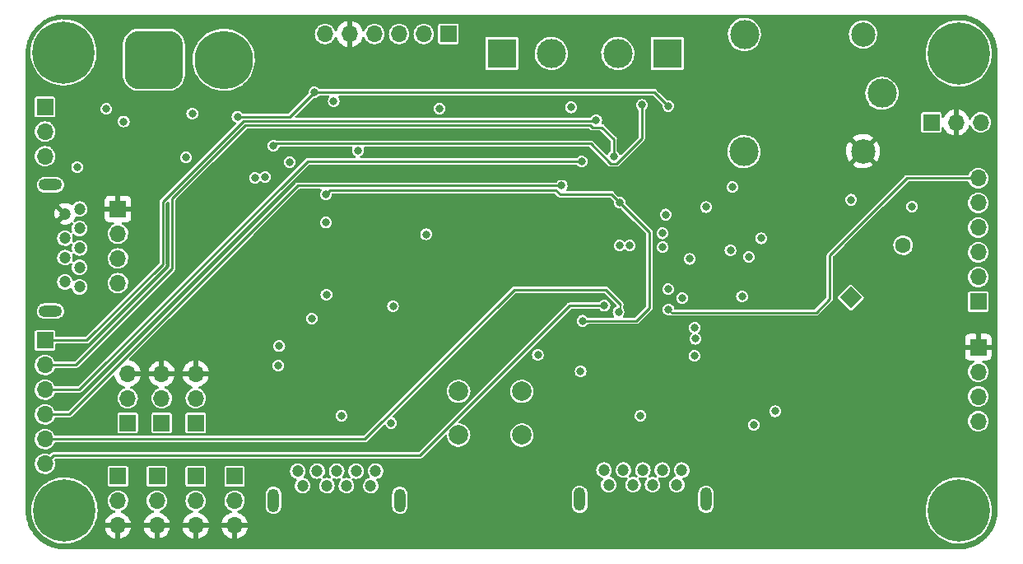
<source format=gbr>
%TF.GenerationSoftware,KiCad,Pcbnew,(6.0.2)*%
%TF.CreationDate,2022-05-29T08:20:39+05:30*%
%TF.ProjectId,AIO,41494f2e-6b69-4636-9164-5f7063625858,rev?*%
%TF.SameCoordinates,Original*%
%TF.FileFunction,Copper,L2,Inr*%
%TF.FilePolarity,Positive*%
%FSLAX46Y46*%
G04 Gerber Fmt 4.6, Leading zero omitted, Abs format (unit mm)*
G04 Created by KiCad (PCBNEW (6.0.2)) date 2022-05-29 08:20:39*
%MOMM*%
%LPD*%
G01*
G04 APERTURE LIST*
G04 Aperture macros list*
%AMRoundRect*
0 Rectangle with rounded corners*
0 $1 Rounding radius*
0 $2 $3 $4 $5 $6 $7 $8 $9 X,Y pos of 4 corners*
0 Add a 4 corners polygon primitive as box body*
4,1,4,$2,$3,$4,$5,$6,$7,$8,$9,$2,$3,0*
0 Add four circle primitives for the rounded corners*
1,1,$1+$1,$2,$3*
1,1,$1+$1,$4,$5*
1,1,$1+$1,$6,$7*
1,1,$1+$1,$8,$9*
0 Add four rect primitives between the rounded corners*
20,1,$1+$1,$2,$3,$4,$5,0*
20,1,$1+$1,$4,$5,$6,$7,0*
20,1,$1+$1,$6,$7,$8,$9,0*
20,1,$1+$1,$8,$9,$2,$3,0*%
%AMRotRect*
0 Rectangle, with rotation*
0 The origin of the aperture is its center*
0 $1 length*
0 $2 width*
0 $3 Rotation angle, in degrees counterclockwise*
0 Add horizontal line*
21,1,$1,$2,0,0,$3*%
G04 Aperture macros list end*
%TA.AperFunction,ComponentPad*%
%ADD10R,1.700000X1.700000*%
%TD*%
%TA.AperFunction,ComponentPad*%
%ADD11O,1.700000X1.700000*%
%TD*%
%TA.AperFunction,ComponentPad*%
%ADD12R,3.000000X3.000000*%
%TD*%
%TA.AperFunction,ComponentPad*%
%ADD13C,3.000000*%
%TD*%
%TA.AperFunction,ComponentPad*%
%ADD14RoundRect,1.500000X-1.500000X-1.500000X1.500000X-1.500000X1.500000X1.500000X-1.500000X1.500000X0*%
%TD*%
%TA.AperFunction,ComponentPad*%
%ADD15C,6.000000*%
%TD*%
%TA.AperFunction,ComponentPad*%
%ADD16C,2.000000*%
%TD*%
%TA.AperFunction,ComponentPad*%
%ADD17C,0.800000*%
%TD*%
%TA.AperFunction,ComponentPad*%
%ADD18C,6.400000*%
%TD*%
%TA.AperFunction,ComponentPad*%
%ADD19C,1.200000*%
%TD*%
%TA.AperFunction,ComponentPad*%
%ADD20O,2.400000X1.200000*%
%TD*%
%TA.AperFunction,ComponentPad*%
%ADD21RotRect,1.600000X1.600000X45.000000*%
%TD*%
%TA.AperFunction,ComponentPad*%
%ADD22C,1.600000*%
%TD*%
%TA.AperFunction,ComponentPad*%
%ADD23C,2.500000*%
%TD*%
%TA.AperFunction,ComponentPad*%
%ADD24O,1.200000X2.400000*%
%TD*%
%TA.AperFunction,ViaPad*%
%ADD25C,0.800000*%
%TD*%
%TA.AperFunction,Conductor*%
%ADD26C,0.250000*%
%TD*%
%TA.AperFunction,Conductor*%
%ADD27C,0.200000*%
%TD*%
G04 APERTURE END LIST*
D10*
%TO.N,IR_6*%
%TO.C,J10*%
X117500000Y-127475000D03*
D11*
%TO.N,GND*%
X117500000Y-130015000D03*
%TO.N,+5V*%
X117500000Y-132555000D03*
%TD*%
D12*
%TO.N,+BATT*%
%TO.C,J3*%
X149000000Y-84000000D03*
D13*
%TO.N,Net-(J17-Pad2)*%
X154080000Y-84000000D03*
%TD*%
D10*
%TO.N,IR_5*%
%TO.C,J6*%
X113500000Y-127475000D03*
D11*
%TO.N,GND*%
X113500000Y-130015000D03*
%TO.N,+5V*%
X113500000Y-132555000D03*
%TD*%
D10*
%TO.N,RX_1*%
%TO.C,J9*%
X143500000Y-82000000D03*
D11*
%TO.N,RX_2*%
X140960000Y-82000000D03*
%TO.N,RX_3*%
X138420000Y-82000000D03*
%TO.N,RX_4*%
X135880000Y-82000000D03*
%TO.N,+5V*%
X133340000Y-82000000D03*
%TO.N,GND*%
X130800000Y-82000000D03*
%TD*%
D14*
%TO.N,GND*%
%TO.C,J5*%
X113180000Y-84660000D03*
D15*
%TO.N,Net-(J5-Pad2)*%
X120380000Y-84660000D03*
%TD*%
D16*
%TO.N,GND*%
%TO.C,SW2*%
X151050000Y-118750000D03*
X144550000Y-118750000D03*
%TO.N,RST*%
X151050000Y-123250000D03*
X144550000Y-123250000D03*
%TD*%
D17*
%TO.N,GND*%
%TO.C,H4*%
X194302944Y-132697056D03*
X194302944Y-129302944D03*
X196000000Y-128600000D03*
X198400000Y-131000000D03*
D18*
X196000000Y-131000000D03*
D17*
X197697056Y-129302944D03*
X197697056Y-132697056D03*
X193600000Y-131000000D03*
X196000000Y-133400000D03*
%TD*%
D10*
%TO.N,SCL_3v3*%
%TO.C,J18*%
X102000000Y-89500000D03*
D11*
%TO.N,SDA_3v3*%
X102000000Y-92040000D03*
%TO.N,GND*%
X102000000Y-94580000D03*
%TD*%
D17*
%TO.N,GND*%
%TO.C,H3*%
X105697056Y-129302944D03*
X104000000Y-128600000D03*
X101600000Y-131000000D03*
X104000000Y-133400000D03*
X102302944Y-129302944D03*
X102302944Y-132697056D03*
X105697056Y-132697056D03*
D18*
X104000000Y-131000000D03*
D17*
X106400000Y-131000000D03*
%TD*%
D19*
%TO.N,+5V*%
%TO.C,J1*%
X104050000Y-100500000D03*
%TO.N,unconnected-(J1-Pad2)*%
X104050000Y-103000000D03*
%TO.N,unconnected-(J1-Pad3)*%
X104050000Y-105000000D03*
%TO.N,GND*%
X104050000Y-107500000D03*
%TO.N,unconnected-(J1-Pad5)*%
X105550000Y-108000000D03*
%TO.N,unconnected-(J1-Pad6)*%
X105550000Y-106000000D03*
%TO.N,GND*%
X105550000Y-104000000D03*
%TO.N,unconnected-(J1-Pad8)*%
X105550000Y-102000000D03*
%TO.N,unconnected-(J1-Pad9)*%
X105550000Y-100000000D03*
D20*
%TO.N,GND*%
X102550000Y-110500000D03*
X102550000Y-97500000D03*
%TD*%
D10*
%TO.N,+5V*%
%TO.C,J15*%
X198000000Y-114200000D03*
D11*
%TO.N,trig*%
X198000000Y-116740000D03*
%TO.N,Echo*%
X198000000Y-119280000D03*
%TO.N,GND*%
X198000000Y-121820000D03*
%TD*%
D10*
%TO.N,RW_ENA*%
%TO.C,J12*%
X198000000Y-109540000D03*
D11*
%TO.N,RW_IN1*%
X198000000Y-107000000D03*
%TO.N,RW_IN2*%
X198000000Y-104460000D03*
%TO.N,RW_IN3*%
X198000000Y-101920000D03*
%TO.N,RW_IN4*%
X198000000Y-99380000D03*
%TO.N,RW_ENB*%
X198000000Y-96840000D03*
%TD*%
D17*
%TO.N,GND*%
%TO.C,H1*%
X198400000Y-84000000D03*
X194302944Y-85697056D03*
X197697056Y-85697056D03*
X196000000Y-81600000D03*
D18*
X196000000Y-84000000D03*
D17*
X193600000Y-84000000D03*
X197697056Y-82302944D03*
X194302944Y-82302944D03*
X196000000Y-86400000D03*
%TD*%
D10*
%TO.N,+5V*%
%TO.C,J19*%
X109500000Y-100000000D03*
D11*
%TO.N,SCL*%
X109500000Y-102540000D03*
%TO.N,SDA*%
X109500000Y-105080000D03*
%TO.N,GND*%
X109500000Y-107620000D03*
%TD*%
D10*
%TO.N,IR_3*%
%TO.C,J14*%
X117500000Y-122000000D03*
D11*
%TO.N,GND*%
X117500000Y-119460000D03*
%TO.N,+5V*%
X117500000Y-116920000D03*
%TD*%
D12*
%TO.N,+BATT*%
%TO.C,J17*%
X166000000Y-84000000D03*
D13*
%TO.N,Net-(J17-Pad2)*%
X160920000Y-84000000D03*
%TD*%
D21*
%TO.N,Net-(BZ1-Pad1)*%
%TO.C,BZ1*%
X184900000Y-109100000D03*
D22*
%TO.N,GND*%
X190274012Y-103725988D03*
%TD*%
D10*
%TO.N,SRV*%
%TO.C,J20*%
X193175000Y-91100000D03*
D11*
%TO.N,+5V*%
X195715000Y-91100000D03*
%TO.N,GND*%
X198255000Y-91100000D03*
%TD*%
D18*
%TO.N,GND*%
%TO.C,H2*%
X103900000Y-83900000D03*
D17*
X105597056Y-85597056D03*
X105597056Y-82202944D03*
X102202944Y-82202944D03*
X102202944Y-85597056D03*
X101500000Y-83900000D03*
X103900000Y-81500000D03*
X106300000Y-83900000D03*
X103900000Y-86300000D03*
%TD*%
D10*
%TO.N,IR_7*%
%TO.C,J13*%
X121500000Y-127475000D03*
D11*
%TO.N,GND*%
X121500000Y-130015000D03*
%TO.N,+5V*%
X121500000Y-132555000D03*
%TD*%
D10*
%TO.N,IR_4*%
%TO.C,J16*%
X109500000Y-127475000D03*
D11*
%TO.N,GND*%
X109500000Y-130015000D03*
%TO.N,+5V*%
X109500000Y-132555000D03*
%TD*%
D23*
%TO.N,+5V*%
%TO.C,K1*%
X186150000Y-94050000D03*
%TO.N,Net-(D6-Pad2)*%
X186150000Y-82050000D03*
D13*
%TO.N,GND*%
X188100000Y-88100000D03*
%TO.N,unconnected-(K1-PadNC)*%
X173900000Y-94100000D03*
%TO.N,Net-(J17-Pad2)*%
X173950000Y-82050000D03*
%TD*%
D10*
%TO.N,IR_2*%
%TO.C,J11*%
X114000000Y-122000000D03*
D11*
%TO.N,GND*%
X114000000Y-119460000D03*
%TO.N,+5V*%
X114000000Y-116920000D03*
%TD*%
D19*
%TO.N,Net-(D8-Pad2)*%
%TO.C,J4*%
X128500000Y-128450000D03*
%TO.N,Net-(J4-Pad2)*%
X131000000Y-128450000D03*
%TO.N,Net-(J4-Pad3)*%
X133000000Y-128450000D03*
%TO.N,GND*%
X135500000Y-128450000D03*
%TO.N,unconnected-(J4-Pad5)*%
X136000000Y-126950000D03*
%TO.N,unconnected-(J4-Pad6)*%
X134000000Y-126950000D03*
%TO.N,GND*%
X132000000Y-126950000D03*
%TO.N,unconnected-(J4-Pad8)*%
X130000000Y-126950000D03*
%TO.N,unconnected-(J4-Pad9)*%
X128000000Y-126950000D03*
D24*
%TO.N,GND*%
X125500000Y-129950000D03*
X138500000Y-129950000D03*
%TD*%
D19*
%TO.N,Net-(D1-Pad2)*%
%TO.C,J2*%
X160000000Y-128350000D03*
%TO.N,Net-(J2-Pad2)*%
X162500000Y-128350000D03*
%TO.N,Net-(J2-Pad3)*%
X164500000Y-128350000D03*
%TO.N,GND*%
X167000000Y-128350000D03*
%TO.N,unconnected-(J2-Pad5)*%
X167500000Y-126850000D03*
%TO.N,unconnected-(J2-Pad6)*%
X165500000Y-126850000D03*
%TO.N,GND*%
X163500000Y-126850000D03*
%TO.N,unconnected-(J2-Pad8)*%
X161500000Y-126850000D03*
%TO.N,unconnected-(J2-Pad9)*%
X159500000Y-126850000D03*
D24*
%TO.N,GND*%
X170000000Y-129850000D03*
X157000000Y-129850000D03*
%TD*%
D10*
%TO.N,FW_ENA*%
%TO.C,J8*%
X102000000Y-113500000D03*
D11*
%TO.N,FW_IN1*%
X102000000Y-116040000D03*
%TO.N,FW_IN2*%
X102000000Y-118580000D03*
%TO.N,FW_IN3*%
X102000000Y-121120000D03*
%TO.N,FW_IN4*%
X102000000Y-123660000D03*
%TO.N,FW_ENB*%
X102000000Y-126200000D03*
%TD*%
D10*
%TO.N,IR_1*%
%TO.C,J7*%
X110500000Y-122000000D03*
D11*
%TO.N,GND*%
X110500000Y-119460000D03*
%TO.N,+5V*%
X110500000Y-116920000D03*
%TD*%
D25*
%TO.N,+5V*%
X170074500Y-108610000D03*
X153400000Y-119000000D03*
X125400000Y-94900000D03*
X170000000Y-121300000D03*
X149200000Y-90100000D03*
X132600000Y-101200000D03*
X130537011Y-117062989D03*
X157225000Y-107025000D03*
X134825000Y-107025000D03*
X139525000Y-107025000D03*
X162425489Y-101774511D03*
X176000000Y-113650000D03*
X138400000Y-132700000D03*
X170150000Y-133000000D03*
%TO.N,+3V3*%
X105300000Y-95700000D03*
X177100000Y-120800000D03*
X116500000Y-94700000D03*
X110100000Y-91000000D03*
X137600000Y-122000000D03*
%TO.N,Net-(C6-Pad1)*%
X152700000Y-115000000D03*
%TO.N,RST*%
X157300000Y-111500000D03*
X130900000Y-98500000D03*
X161150000Y-99350000D03*
%TO.N,Net-(C7-Pad1)*%
X126100000Y-114100000D03*
%TO.N,Net-(D4-Pad2)*%
X142575000Y-89675000D03*
%TO.N,Net-(D5-Pad2)*%
X156100000Y-89550000D03*
%TO.N,Net-(D6-Pad2)*%
X184925000Y-99050000D03*
%TO.N,Net-(D7-Pad2)*%
X191200000Y-99750000D03*
%TO.N,Net-(D9-Pad2)*%
X168900000Y-113350000D03*
%TO.N,Net-(D11-Pad2)*%
X174900000Y-122200000D03*
%TO.N,Net-(D13-Pad2)*%
X137800000Y-110000000D03*
%TO.N,Net-(D14-Pad2)*%
X174400000Y-104900000D03*
%TO.N,Net-(J2-Pad2)*%
X163250000Y-121250000D03*
%TO.N,Net-(J4-Pad2)*%
X132500000Y-121250000D03*
%TO.N,IR_1*%
X127174606Y-95174606D03*
%TO.N,FW_ENA*%
X158700000Y-90875500D03*
%TO.N,FW_IN1*%
X160500000Y-94600000D03*
%TO.N,FW_IN2*%
X157200000Y-95100000D03*
%TO.N,FW_IN3*%
X162150000Y-103750000D03*
X155150000Y-97600000D03*
%TO.N,FW_IN4*%
X161000000Y-110600000D03*
%TO.N,FW_ENB*%
X159550000Y-109950000D03*
%TO.N,IR_2*%
X124650989Y-96700000D03*
%TO.N,RW_ENA*%
X161100000Y-103750000D03*
X168850000Y-112200978D03*
%TO.N,RW_IN1*%
X167550000Y-109152956D03*
%TO.N,RW_IN2*%
X168340000Y-105130000D03*
%TO.N,RW_IN3*%
X165850000Y-100575000D03*
%TO.N,RW_IN4*%
X165500000Y-102500000D03*
%TO.N,RW_ENB*%
X166150000Y-110350000D03*
%TO.N,IR_3*%
X123600000Y-96800000D03*
%TO.N,trig*%
X130900000Y-101400000D03*
%TO.N,Echo*%
X141200000Y-102600000D03*
%TO.N,SDA_3v3*%
X108300000Y-89700000D03*
%TO.N,SDA*%
X166100000Y-89400000D03*
X121800000Y-90500000D03*
X129700000Y-88000000D03*
%TO.N,SCL*%
X163400000Y-89300000D03*
X117150000Y-90199989D03*
X125500000Y-93500000D03*
%TO.N,kill_switch*%
X175659482Y-103015712D03*
%TO.N,RX_D*%
X172700000Y-97750000D03*
X172516809Y-104258593D03*
%TO.N,TX_D*%
X173706246Y-109006246D03*
X157100000Y-116700000D03*
X168800000Y-115100000D03*
%TO.N,RX_S*%
X134200000Y-94000000D03*
X129450000Y-111250000D03*
%TO.N,TX_S*%
X126000000Y-116100000D03*
X131700000Y-88900000D03*
%TO.N,Stat_led_S*%
X130950000Y-108800000D03*
%TO.N,Stat_led_D*%
X170000000Y-99800000D03*
%TO.N,SRV*%
X165550000Y-103930000D03*
%TO.N,Net-(BZ1-Pad1)*%
X166100000Y-108250000D03*
%TD*%
D26*
%TO.N,RST*%
X161150000Y-99350000D02*
X164195000Y-102395000D01*
X155000000Y-98500000D02*
X160300000Y-98500000D01*
X154549520Y-98049520D02*
X155000000Y-98500000D01*
X162850000Y-111500000D02*
X157300000Y-111500000D01*
X164195000Y-110155000D02*
X162850000Y-111500000D01*
X131350480Y-98049520D02*
X154549520Y-98049520D01*
X164195000Y-102395000D02*
X164195000Y-110155000D01*
X130900000Y-98500000D02*
X131350480Y-98049520D01*
X160300000Y-98500000D02*
X161150000Y-99350000D01*
%TO.N,FW_ENA*%
X114100000Y-105700000D02*
X114100000Y-99239669D01*
X158324500Y-90875500D02*
X158700000Y-90875500D01*
X102000000Y-113500000D02*
X106300000Y-113500000D01*
X114100000Y-99239669D02*
X122390149Y-90949520D01*
X158250480Y-90949520D02*
X158324500Y-90875500D01*
X106300000Y-113500000D02*
X114100000Y-105700000D01*
X122390149Y-90949520D02*
X158250480Y-90949520D01*
%TO.N,FW_IN1*%
X115100000Y-106100000D02*
X115100000Y-98875386D01*
X159300000Y-91600000D02*
X160500000Y-92800000D01*
X105160000Y-116040000D02*
X115100000Y-106100000D01*
X158300000Y-91600000D02*
X159300000Y-91600000D01*
X115100000Y-98875386D02*
X122576346Y-91399040D01*
X122576346Y-91399040D02*
X158099040Y-91399040D01*
X160500000Y-92800000D02*
X160500000Y-94600000D01*
X158099040Y-91399040D02*
X158300000Y-91600000D01*
X102000000Y-116040000D02*
X105160000Y-116040000D01*
%TO.N,FW_IN2*%
X102000000Y-118580000D02*
X105520000Y-118580000D01*
X157200000Y-95100000D02*
X129000000Y-95100000D01*
X105520000Y-118580000D02*
X129000000Y-95100000D01*
%TO.N,FW_IN3*%
X128000000Y-97600000D02*
X155150000Y-97600000D01*
X128000000Y-97600000D02*
X104480000Y-121120000D01*
X104480000Y-121120000D02*
X102000000Y-121120000D01*
D27*
%TO.N,FW_IN4*%
X161200000Y-109800000D02*
X161200000Y-110400000D01*
D26*
X102000000Y-123660000D02*
X134915386Y-123660000D01*
D27*
X161200000Y-110400000D02*
X161000000Y-110600000D01*
D26*
X150275386Y-108300000D02*
X159700000Y-108300000D01*
X134915386Y-123660000D02*
X150275386Y-108300000D01*
X159700000Y-108300000D02*
X161200000Y-109800000D01*
%TO.N,FW_ENB*%
X155950000Y-109950000D02*
X159550000Y-109950000D01*
X102850000Y-125350000D02*
X140550000Y-125350000D01*
X140550000Y-125350000D02*
X155950000Y-109950000D01*
X102000000Y-126200000D02*
X102850000Y-125350000D01*
%TO.N,RW_ENB*%
X166450000Y-110650000D02*
X181324614Y-110650000D01*
X182737307Y-104762693D02*
X190660000Y-96840000D01*
D27*
X166450000Y-110650000D02*
X166150000Y-110350000D01*
D26*
X182737307Y-109237307D02*
X182737307Y-104762693D01*
X190660000Y-96840000D02*
X198000000Y-96840000D01*
X181324614Y-110650000D02*
X182737307Y-109237307D01*
%TO.N,SDA*%
X127200000Y-90500000D02*
X121800000Y-90500000D01*
X164700000Y-88000000D02*
X129700000Y-88000000D01*
X166100000Y-89400000D02*
X164700000Y-88000000D01*
X129700000Y-88000000D02*
X127200000Y-90500000D01*
%TO.N,SCL*%
X163400000Y-89300000D02*
X163400000Y-92724614D01*
X160800103Y-95324511D02*
X160199897Y-95324511D01*
X125500000Y-93500000D02*
X125724511Y-93275489D01*
X160199897Y-95324511D02*
X158150875Y-93275489D01*
X125724511Y-93275489D02*
X158150875Y-93275489D01*
X163400000Y-92724614D02*
X160800103Y-95324511D01*
%TD*%
%TA.AperFunction,Conductor*%
%TO.N,+5V*%
G36*
X150452563Y-79999882D02*
G01*
X195997083Y-80000500D01*
X196002900Y-80000634D01*
X196033672Y-80002057D01*
X196172757Y-80008487D01*
X196173104Y-80008504D01*
X196369673Y-80018161D01*
X196380897Y-80019217D01*
X196434372Y-80026676D01*
X196562906Y-80044606D01*
X196563766Y-80044730D01*
X196641186Y-80056214D01*
X196747155Y-80071934D01*
X196757514Y-80073917D01*
X196938439Y-80116470D01*
X196940206Y-80116899D01*
X197117770Y-80161376D01*
X197127197Y-80164132D01*
X197186966Y-80184164D01*
X197304328Y-80223500D01*
X197306699Y-80224321D01*
X197478169Y-80285674D01*
X197486585Y-80289033D01*
X197657987Y-80364714D01*
X197660909Y-80366050D01*
X197713868Y-80391098D01*
X197825048Y-80443683D01*
X197832487Y-80447509D01*
X197996377Y-80538795D01*
X197999842Y-80540797D01*
X198155297Y-80633974D01*
X198161727Y-80638098D01*
X198316665Y-80744233D01*
X198320515Y-80746978D01*
X198387140Y-80796389D01*
X198465957Y-80854844D01*
X198471354Y-80859081D01*
X198615926Y-80979131D01*
X198620017Y-80982681D01*
X198731738Y-81083939D01*
X198754163Y-81104264D01*
X198758641Y-81108529D01*
X198891471Y-81241359D01*
X198895736Y-81245837D01*
X199017319Y-81379983D01*
X199020869Y-81384074D01*
X199140919Y-81528646D01*
X199145156Y-81534043D01*
X199187297Y-81590864D01*
X199253022Y-81679485D01*
X199255767Y-81683335D01*
X199361902Y-81838273D01*
X199366026Y-81844703D01*
X199459203Y-82000158D01*
X199461205Y-82003623D01*
X199552491Y-82167513D01*
X199556317Y-82174952D01*
X199597682Y-82262409D01*
X199630040Y-82330823D01*
X199633937Y-82339063D01*
X199635286Y-82342013D01*
X199710967Y-82513415D01*
X199714326Y-82521831D01*
X199770191Y-82677964D01*
X199775673Y-82693284D01*
X199776500Y-82695673D01*
X199811341Y-82799623D01*
X199835868Y-82872803D01*
X199838624Y-82882230D01*
X199883101Y-83059794D01*
X199883530Y-83061561D01*
X199926083Y-83242486D01*
X199928066Y-83252845D01*
X199940036Y-83333534D01*
X199954650Y-83432050D01*
X199955253Y-83436116D01*
X199955394Y-83437093D01*
X199968662Y-83532209D01*
X199980783Y-83619103D01*
X199981839Y-83630327D01*
X199991496Y-83826896D01*
X199991514Y-83827260D01*
X199999366Y-83997099D01*
X199999500Y-84002918D01*
X199999500Y-130997082D01*
X199999366Y-131002901D01*
X199994466Y-131108898D01*
X199991516Y-131172698D01*
X199991496Y-131173104D01*
X199981839Y-131369673D01*
X199980783Y-131380897D01*
X199978849Y-131394765D01*
X199958625Y-131539748D01*
X199955409Y-131562802D01*
X199955253Y-131563884D01*
X199928066Y-131747155D01*
X199926083Y-131757514D01*
X199883530Y-131938439D01*
X199883101Y-131940206D01*
X199838624Y-132117770D01*
X199835868Y-132127197D01*
X199778753Y-132297607D01*
X199776506Y-132304310D01*
X199775679Y-132306699D01*
X199714326Y-132478169D01*
X199710967Y-132486585D01*
X199635299Y-132657958D01*
X199633937Y-132660937D01*
X199556317Y-132825048D01*
X199552491Y-132832487D01*
X199461205Y-132996377D01*
X199459203Y-132999842D01*
X199366026Y-133155297D01*
X199361902Y-133161727D01*
X199255767Y-133316665D01*
X199253022Y-133320515D01*
X199243333Y-133333580D01*
X199145156Y-133465957D01*
X199140919Y-133471354D01*
X199020869Y-133615926D01*
X199017319Y-133620017D01*
X198973906Y-133667916D01*
X198895736Y-133754163D01*
X198891471Y-133758641D01*
X198758641Y-133891471D01*
X198754163Y-133895736D01*
X198620017Y-134017319D01*
X198615926Y-134020869D01*
X198471354Y-134140919D01*
X198465957Y-134145156D01*
X198387140Y-134203611D01*
X198320515Y-134253022D01*
X198316665Y-134255767D01*
X198161727Y-134361902D01*
X198155297Y-134366026D01*
X197999842Y-134459203D01*
X197996377Y-134461205D01*
X197832487Y-134552491D01*
X197825048Y-134556317D01*
X197718583Y-134606672D01*
X197660909Y-134633950D01*
X197657987Y-134635286D01*
X197486585Y-134710967D01*
X197478169Y-134714326D01*
X197306699Y-134775679D01*
X197304328Y-134776500D01*
X197186966Y-134815836D01*
X197127197Y-134835868D01*
X197117770Y-134838624D01*
X196940206Y-134883101D01*
X196938439Y-134883530D01*
X196757514Y-134926083D01*
X196747155Y-134928066D01*
X196641186Y-134943786D01*
X196563766Y-134955270D01*
X196562906Y-134955394D01*
X196434372Y-134973324D01*
X196380897Y-134980783D01*
X196369673Y-134981839D01*
X196175940Y-134991357D01*
X196172762Y-134991513D01*
X196002901Y-134999366D01*
X195997082Y-134999500D01*
X104002918Y-134999500D01*
X103997099Y-134999366D01*
X103827238Y-134991513D01*
X103824060Y-134991357D01*
X103630327Y-134981839D01*
X103619103Y-134980783D01*
X103565628Y-134973324D01*
X103437094Y-134955394D01*
X103436234Y-134955270D01*
X103358814Y-134943786D01*
X103252845Y-134928066D01*
X103242486Y-134926083D01*
X103061561Y-134883530D01*
X103059794Y-134883101D01*
X102882230Y-134838624D01*
X102872803Y-134835868D01*
X102813034Y-134815836D01*
X102695672Y-134776500D01*
X102693301Y-134775679D01*
X102521831Y-134714326D01*
X102513415Y-134710967D01*
X102342013Y-134635286D01*
X102339091Y-134633950D01*
X102281417Y-134606672D01*
X102174952Y-134556317D01*
X102167513Y-134552491D01*
X102003623Y-134461205D01*
X102000158Y-134459203D01*
X101844703Y-134366026D01*
X101838273Y-134361902D01*
X101683335Y-134255767D01*
X101679485Y-134253022D01*
X101612860Y-134203611D01*
X101534043Y-134145156D01*
X101528646Y-134140919D01*
X101384074Y-134020869D01*
X101379983Y-134017319D01*
X101245837Y-133895736D01*
X101241359Y-133891471D01*
X101108529Y-133758641D01*
X101104264Y-133754163D01*
X101026094Y-133667916D01*
X100982681Y-133620017D01*
X100979131Y-133615926D01*
X100859081Y-133471354D01*
X100854844Y-133465957D01*
X100756667Y-133333580D01*
X100746978Y-133320515D01*
X100744233Y-133316665D01*
X100638098Y-133161727D01*
X100633974Y-133155297D01*
X100540797Y-132999842D01*
X100538795Y-132996377D01*
X100447509Y-132832487D01*
X100443683Y-132825048D01*
X100366063Y-132660937D01*
X100364701Y-132657958D01*
X100289033Y-132486585D01*
X100285674Y-132478169D01*
X100224321Y-132306699D01*
X100223494Y-132304310D01*
X100221248Y-132297607D01*
X100164132Y-132127197D01*
X100161376Y-132117770D01*
X100116899Y-131940206D01*
X100116470Y-131938439D01*
X100073917Y-131757514D01*
X100071934Y-131747155D01*
X100044747Y-131563884D01*
X100044591Y-131562802D01*
X100041376Y-131539748D01*
X100021151Y-131394765D01*
X100019217Y-131380897D01*
X100018161Y-131369673D01*
X100008504Y-131173104D01*
X100008484Y-131172698D01*
X100005535Y-131108898D01*
X100000634Y-131002901D01*
X100000500Y-130997082D01*
X100000500Y-130988113D01*
X100594527Y-130988113D01*
X100613162Y-131355971D01*
X100613699Y-131359326D01*
X100613700Y-131359332D01*
X100646201Y-131562240D01*
X100671416Y-131719665D01*
X100768608Y-132074941D01*
X100903602Y-132417642D01*
X100905185Y-132420657D01*
X101031335Y-132660937D01*
X101074817Y-132743759D01*
X101076718Y-132746588D01*
X101076724Y-132746598D01*
X101218409Y-132957446D01*
X101280252Y-133049477D01*
X101517502Y-133331221D01*
X101551488Y-133363699D01*
X101781329Y-133583341D01*
X101781336Y-133583347D01*
X101783792Y-133585694D01*
X102076008Y-133809919D01*
X102390731Y-134001274D01*
X102724279Y-134157519D01*
X102727497Y-134158621D01*
X102727500Y-134158622D01*
X103069528Y-134275725D01*
X103069536Y-134275727D01*
X103072751Y-134276828D01*
X103432070Y-134357804D01*
X103504234Y-134366026D01*
X103794650Y-134399115D01*
X103794658Y-134399115D01*
X103798033Y-134399500D01*
X103801437Y-134399518D01*
X103801440Y-134399518D01*
X104001074Y-134400563D01*
X104166358Y-134401428D01*
X104169744Y-134401078D01*
X104169746Y-134401078D01*
X104529345Y-134363918D01*
X104529354Y-134363917D01*
X104532737Y-134363567D01*
X104536070Y-134362853D01*
X104536073Y-134362852D01*
X104713489Y-134324817D01*
X104892884Y-134286358D01*
X105242586Y-134170705D01*
X105577752Y-134017961D01*
X105682669Y-133955666D01*
X105891516Y-133831662D01*
X105891521Y-133831659D01*
X105894461Y-133829913D01*
X105905756Y-133821433D01*
X106186276Y-133610812D01*
X106189009Y-133608760D01*
X106457950Y-133357089D01*
X106698138Y-133077846D01*
X106715838Y-133052093D01*
X106870565Y-132826962D01*
X106873311Y-132822966D01*
X108168257Y-132822966D01*
X108198565Y-132957446D01*
X108201645Y-132967275D01*
X108281770Y-133164603D01*
X108286413Y-133173794D01*
X108397694Y-133355388D01*
X108403777Y-133363699D01*
X108543213Y-133524667D01*
X108550580Y-133531883D01*
X108714434Y-133667916D01*
X108722881Y-133673831D01*
X108906756Y-133781279D01*
X108916042Y-133785729D01*
X109115001Y-133861703D01*
X109124899Y-133864579D01*
X109228250Y-133885606D01*
X109242299Y-133884410D01*
X109246000Y-133874065D01*
X109246000Y-133873517D01*
X109754000Y-133873517D01*
X109758064Y-133887359D01*
X109771478Y-133889393D01*
X109778184Y-133888534D01*
X109788262Y-133886392D01*
X109992255Y-133825191D01*
X110001842Y-133821433D01*
X110193095Y-133727739D01*
X110201945Y-133722464D01*
X110375328Y-133598792D01*
X110383200Y-133592139D01*
X110534052Y-133441812D01*
X110540730Y-133433965D01*
X110665003Y-133261020D01*
X110670313Y-133252183D01*
X110764670Y-133061267D01*
X110768469Y-133051672D01*
X110830377Y-132847910D01*
X110832555Y-132837837D01*
X110833986Y-132826962D01*
X110833363Y-132822966D01*
X112168257Y-132822966D01*
X112198565Y-132957446D01*
X112201645Y-132967275D01*
X112281770Y-133164603D01*
X112286413Y-133173794D01*
X112397694Y-133355388D01*
X112403777Y-133363699D01*
X112543213Y-133524667D01*
X112550580Y-133531883D01*
X112714434Y-133667916D01*
X112722881Y-133673831D01*
X112906756Y-133781279D01*
X112916042Y-133785729D01*
X113115001Y-133861703D01*
X113124899Y-133864579D01*
X113228250Y-133885606D01*
X113242299Y-133884410D01*
X113246000Y-133874065D01*
X113246000Y-133873517D01*
X113754000Y-133873517D01*
X113758064Y-133887359D01*
X113771478Y-133889393D01*
X113778184Y-133888534D01*
X113788262Y-133886392D01*
X113992255Y-133825191D01*
X114001842Y-133821433D01*
X114193095Y-133727739D01*
X114201945Y-133722464D01*
X114375328Y-133598792D01*
X114383200Y-133592139D01*
X114534052Y-133441812D01*
X114540730Y-133433965D01*
X114665003Y-133261020D01*
X114670313Y-133252183D01*
X114764670Y-133061267D01*
X114768469Y-133051672D01*
X114830377Y-132847910D01*
X114832555Y-132837837D01*
X114833986Y-132826962D01*
X114833363Y-132822966D01*
X116168257Y-132822966D01*
X116198565Y-132957446D01*
X116201645Y-132967275D01*
X116281770Y-133164603D01*
X116286413Y-133173794D01*
X116397694Y-133355388D01*
X116403777Y-133363699D01*
X116543213Y-133524667D01*
X116550580Y-133531883D01*
X116714434Y-133667916D01*
X116722881Y-133673831D01*
X116906756Y-133781279D01*
X116916042Y-133785729D01*
X117115001Y-133861703D01*
X117124899Y-133864579D01*
X117228250Y-133885606D01*
X117242299Y-133884410D01*
X117246000Y-133874065D01*
X117246000Y-133873517D01*
X117754000Y-133873517D01*
X117758064Y-133887359D01*
X117771478Y-133889393D01*
X117778184Y-133888534D01*
X117788262Y-133886392D01*
X117992255Y-133825191D01*
X118001842Y-133821433D01*
X118193095Y-133727739D01*
X118201945Y-133722464D01*
X118375328Y-133598792D01*
X118383200Y-133592139D01*
X118534052Y-133441812D01*
X118540730Y-133433965D01*
X118665003Y-133261020D01*
X118670313Y-133252183D01*
X118764670Y-133061267D01*
X118768469Y-133051672D01*
X118830377Y-132847910D01*
X118832555Y-132837837D01*
X118833986Y-132826962D01*
X118833363Y-132822966D01*
X120168257Y-132822966D01*
X120198565Y-132957446D01*
X120201645Y-132967275D01*
X120281770Y-133164603D01*
X120286413Y-133173794D01*
X120397694Y-133355388D01*
X120403777Y-133363699D01*
X120543213Y-133524667D01*
X120550580Y-133531883D01*
X120714434Y-133667916D01*
X120722881Y-133673831D01*
X120906756Y-133781279D01*
X120916042Y-133785729D01*
X121115001Y-133861703D01*
X121124899Y-133864579D01*
X121228250Y-133885606D01*
X121242299Y-133884410D01*
X121246000Y-133874065D01*
X121246000Y-133873517D01*
X121754000Y-133873517D01*
X121758064Y-133887359D01*
X121771478Y-133889393D01*
X121778184Y-133888534D01*
X121788262Y-133886392D01*
X121992255Y-133825191D01*
X122001842Y-133821433D01*
X122193095Y-133727739D01*
X122201945Y-133722464D01*
X122375328Y-133598792D01*
X122383200Y-133592139D01*
X122534052Y-133441812D01*
X122540730Y-133433965D01*
X122665003Y-133261020D01*
X122670313Y-133252183D01*
X122764670Y-133061267D01*
X122768469Y-133051672D01*
X122830377Y-132847910D01*
X122832555Y-132837837D01*
X122833986Y-132826962D01*
X122831775Y-132812778D01*
X122818617Y-132809000D01*
X121772115Y-132809000D01*
X121756876Y-132813475D01*
X121755671Y-132814865D01*
X121754000Y-132822548D01*
X121754000Y-133873517D01*
X121246000Y-133873517D01*
X121246000Y-132827115D01*
X121241525Y-132811876D01*
X121240135Y-132810671D01*
X121232452Y-132809000D01*
X120183225Y-132809000D01*
X120169694Y-132812973D01*
X120168257Y-132822966D01*
X118833363Y-132822966D01*
X118831775Y-132812778D01*
X118818617Y-132809000D01*
X117772115Y-132809000D01*
X117756876Y-132813475D01*
X117755671Y-132814865D01*
X117754000Y-132822548D01*
X117754000Y-133873517D01*
X117246000Y-133873517D01*
X117246000Y-132827115D01*
X117241525Y-132811876D01*
X117240135Y-132810671D01*
X117232452Y-132809000D01*
X116183225Y-132809000D01*
X116169694Y-132812973D01*
X116168257Y-132822966D01*
X114833363Y-132822966D01*
X114831775Y-132812778D01*
X114818617Y-132809000D01*
X113772115Y-132809000D01*
X113756876Y-132813475D01*
X113755671Y-132814865D01*
X113754000Y-132822548D01*
X113754000Y-133873517D01*
X113246000Y-133873517D01*
X113246000Y-132827115D01*
X113241525Y-132811876D01*
X113240135Y-132810671D01*
X113232452Y-132809000D01*
X112183225Y-132809000D01*
X112169694Y-132812973D01*
X112168257Y-132822966D01*
X110833363Y-132822966D01*
X110831775Y-132812778D01*
X110818617Y-132809000D01*
X109772115Y-132809000D01*
X109756876Y-132813475D01*
X109755671Y-132814865D01*
X109754000Y-132822548D01*
X109754000Y-133873517D01*
X109246000Y-133873517D01*
X109246000Y-132827115D01*
X109241525Y-132811876D01*
X109240135Y-132810671D01*
X109232452Y-132809000D01*
X108183225Y-132809000D01*
X108169694Y-132812973D01*
X108168257Y-132822966D01*
X106873311Y-132822966D01*
X106906762Y-132774295D01*
X106908374Y-132771301D01*
X106908379Y-132771293D01*
X107061670Y-132486600D01*
X107081383Y-132449989D01*
X107146680Y-132289183D01*
X108164389Y-132289183D01*
X108165912Y-132297607D01*
X108178292Y-132301000D01*
X110818344Y-132301000D01*
X110831875Y-132297027D01*
X110833002Y-132289183D01*
X112164389Y-132289183D01*
X112165912Y-132297607D01*
X112178292Y-132301000D01*
X114818344Y-132301000D01*
X114831875Y-132297027D01*
X114833002Y-132289183D01*
X116164389Y-132289183D01*
X116165912Y-132297607D01*
X116178292Y-132301000D01*
X118818344Y-132301000D01*
X118831875Y-132297027D01*
X118833002Y-132289183D01*
X120164389Y-132289183D01*
X120165912Y-132297607D01*
X120178292Y-132301000D01*
X122818344Y-132301000D01*
X122831875Y-132297027D01*
X122833180Y-132287947D01*
X122791214Y-132120875D01*
X122787894Y-132111124D01*
X122702972Y-131915814D01*
X122698105Y-131906739D01*
X122582426Y-131727926D01*
X122576136Y-131719757D01*
X122432806Y-131562240D01*
X122425273Y-131555215D01*
X122258139Y-131423222D01*
X122249552Y-131417517D01*
X122063117Y-131314599D01*
X122053705Y-131310369D01*
X121862031Y-131242493D01*
X121804495Y-131200899D01*
X121778579Y-131134801D01*
X121792513Y-131065185D01*
X121841872Y-131014154D01*
X121870206Y-131002362D01*
X121875790Y-131000803D01*
X121875799Y-131000800D01*
X121881725Y-130999145D01*
X121887214Y-130996372D01*
X121887220Y-130996370D01*
X122019952Y-130929322D01*
X122065610Y-130906258D01*
X122076087Y-130898073D01*
X122223101Y-130783213D01*
X122227951Y-130779424D01*
X122348797Y-130639422D01*
X122358540Y-130628134D01*
X122358540Y-130628133D01*
X122362564Y-130623472D01*
X122378651Y-130595155D01*
X124699500Y-130595155D01*
X124714454Y-130728472D01*
X124716771Y-130735125D01*
X124716771Y-130735126D01*
X124739906Y-130801560D01*
X124773515Y-130898073D01*
X124777248Y-130904047D01*
X124777249Y-130904049D01*
X124814756Y-130964073D01*
X124868684Y-131050375D01*
X124897969Y-131079865D01*
X124990267Y-131172810D01*
X124990271Y-131172813D01*
X124995230Y-131177807D01*
X125001176Y-131181581D01*
X125001178Y-131181582D01*
X125031617Y-131200899D01*
X125146864Y-131274037D01*
X125166890Y-131281168D01*
X125309414Y-131331919D01*
X125309419Y-131331920D01*
X125316049Y-131334281D01*
X125323035Y-131335114D01*
X125323039Y-131335115D01*
X125450823Y-131350352D01*
X125494376Y-131355545D01*
X125501379Y-131354809D01*
X125501380Y-131354809D01*
X125665975Y-131337510D01*
X125665979Y-131337509D01*
X125672983Y-131336773D01*
X125738119Y-131314599D01*
X125836323Y-131281168D01*
X125836326Y-131281167D01*
X125842993Y-131278897D01*
X125857036Y-131270258D01*
X125920585Y-131231162D01*
X125995955Y-131184794D01*
X126000986Y-131179868D01*
X126000989Y-131179865D01*
X126073458Y-131108898D01*
X126124268Y-131059141D01*
X126129918Y-131050375D01*
X126217735Y-130914109D01*
X126221554Y-130908183D01*
X126230066Y-130884798D01*
X126280570Y-130746039D01*
X126280571Y-130746036D01*
X126282978Y-130739422D01*
X126297584Y-130623800D01*
X126300004Y-130604645D01*
X126300004Y-130604642D01*
X126300500Y-130600717D01*
X126300500Y-130595155D01*
X137699500Y-130595155D01*
X137714454Y-130728472D01*
X137716771Y-130735125D01*
X137716771Y-130735126D01*
X137739906Y-130801560D01*
X137773515Y-130898073D01*
X137777248Y-130904047D01*
X137777249Y-130904049D01*
X137814756Y-130964073D01*
X137868684Y-131050375D01*
X137897969Y-131079865D01*
X137990267Y-131172810D01*
X137990271Y-131172813D01*
X137995230Y-131177807D01*
X138001176Y-131181581D01*
X138001178Y-131181582D01*
X138031617Y-131200899D01*
X138146864Y-131274037D01*
X138166890Y-131281168D01*
X138309414Y-131331919D01*
X138309419Y-131331920D01*
X138316049Y-131334281D01*
X138323035Y-131335114D01*
X138323039Y-131335115D01*
X138450823Y-131350352D01*
X138494376Y-131355545D01*
X138501379Y-131354809D01*
X138501380Y-131354809D01*
X138665975Y-131337510D01*
X138665979Y-131337509D01*
X138672983Y-131336773D01*
X138738119Y-131314599D01*
X138836323Y-131281168D01*
X138836326Y-131281167D01*
X138842993Y-131278897D01*
X138857036Y-131270258D01*
X138920585Y-131231162D01*
X138995955Y-131184794D01*
X139000986Y-131179868D01*
X139000989Y-131179865D01*
X139073458Y-131108898D01*
X139124268Y-131059141D01*
X139129918Y-131050375D01*
X139217735Y-130914109D01*
X139221554Y-130908183D01*
X139230066Y-130884798D01*
X139280570Y-130746039D01*
X139280571Y-130746036D01*
X139282978Y-130739422D01*
X139297584Y-130623800D01*
X139300004Y-130604645D01*
X139300004Y-130604642D01*
X139300500Y-130600717D01*
X139300500Y-130495155D01*
X156199500Y-130495155D01*
X156214454Y-130628472D01*
X156273515Y-130798073D01*
X156368684Y-130950375D01*
X156419771Y-131001820D01*
X156490267Y-131072810D01*
X156490271Y-131072813D01*
X156495230Y-131077807D01*
X156501176Y-131081581D01*
X156501178Y-131081582D01*
X156553140Y-131114558D01*
X156646864Y-131174037D01*
X156663231Y-131179865D01*
X156809414Y-131231919D01*
X156809419Y-131231920D01*
X156816049Y-131234281D01*
X156823035Y-131235114D01*
X156823039Y-131235115D01*
X156950823Y-131250352D01*
X156994376Y-131255545D01*
X157001379Y-131254809D01*
X157001380Y-131254809D01*
X157165975Y-131237510D01*
X157165979Y-131237509D01*
X157172983Y-131236773D01*
X157189465Y-131231162D01*
X157336323Y-131181168D01*
X157336326Y-131181167D01*
X157342993Y-131178897D01*
X157352410Y-131173104D01*
X157419474Y-131131846D01*
X157495955Y-131084794D01*
X157500986Y-131079868D01*
X157500989Y-131079865D01*
X157579042Y-131003429D01*
X157624268Y-130959141D01*
X157629918Y-130950375D01*
X157717735Y-130814109D01*
X157721554Y-130808183D01*
X157730643Y-130783213D01*
X157780570Y-130646039D01*
X157780571Y-130646036D01*
X157782978Y-130639422D01*
X157800500Y-130500717D01*
X157800500Y-130495155D01*
X169199500Y-130495155D01*
X169214454Y-130628472D01*
X169273515Y-130798073D01*
X169368684Y-130950375D01*
X169419771Y-131001820D01*
X169490267Y-131072810D01*
X169490271Y-131072813D01*
X169495230Y-131077807D01*
X169501176Y-131081581D01*
X169501178Y-131081582D01*
X169553140Y-131114558D01*
X169646864Y-131174037D01*
X169663231Y-131179865D01*
X169809414Y-131231919D01*
X169809419Y-131231920D01*
X169816049Y-131234281D01*
X169823035Y-131235114D01*
X169823039Y-131235115D01*
X169950823Y-131250352D01*
X169994376Y-131255545D01*
X170001379Y-131254809D01*
X170001380Y-131254809D01*
X170165975Y-131237510D01*
X170165979Y-131237509D01*
X170172983Y-131236773D01*
X170189465Y-131231162D01*
X170336323Y-131181168D01*
X170336326Y-131181167D01*
X170342993Y-131178897D01*
X170352410Y-131173104D01*
X170419474Y-131131846D01*
X170495955Y-131084794D01*
X170500986Y-131079868D01*
X170500989Y-131079865D01*
X170579042Y-131003429D01*
X170594682Y-130988113D01*
X192594527Y-130988113D01*
X192613162Y-131355971D01*
X192613699Y-131359326D01*
X192613700Y-131359332D01*
X192646201Y-131562240D01*
X192671416Y-131719665D01*
X192768608Y-132074941D01*
X192903602Y-132417642D01*
X192905185Y-132420657D01*
X193031335Y-132660937D01*
X193074817Y-132743759D01*
X193076718Y-132746588D01*
X193076724Y-132746598D01*
X193218409Y-132957446D01*
X193280252Y-133049477D01*
X193517502Y-133331221D01*
X193551488Y-133363699D01*
X193781329Y-133583341D01*
X193781336Y-133583347D01*
X193783792Y-133585694D01*
X194076008Y-133809919D01*
X194390731Y-134001274D01*
X194724279Y-134157519D01*
X194727497Y-134158621D01*
X194727500Y-134158622D01*
X195069528Y-134275725D01*
X195069536Y-134275727D01*
X195072751Y-134276828D01*
X195432070Y-134357804D01*
X195504234Y-134366026D01*
X195794650Y-134399115D01*
X195794658Y-134399115D01*
X195798033Y-134399500D01*
X195801437Y-134399518D01*
X195801440Y-134399518D01*
X196001074Y-134400563D01*
X196166358Y-134401428D01*
X196169744Y-134401078D01*
X196169746Y-134401078D01*
X196529345Y-134363918D01*
X196529354Y-134363917D01*
X196532737Y-134363567D01*
X196536070Y-134362853D01*
X196536073Y-134362852D01*
X196713489Y-134324817D01*
X196892884Y-134286358D01*
X197242586Y-134170705D01*
X197577752Y-134017961D01*
X197682669Y-133955666D01*
X197891516Y-133831662D01*
X197891521Y-133831659D01*
X197894461Y-133829913D01*
X197905756Y-133821433D01*
X198186276Y-133610812D01*
X198189009Y-133608760D01*
X198457950Y-133357089D01*
X198698138Y-133077846D01*
X198715838Y-133052093D01*
X198870565Y-132826962D01*
X198906762Y-132774295D01*
X198908374Y-132771301D01*
X198908379Y-132771293D01*
X199061670Y-132486600D01*
X199081383Y-132449989D01*
X199219958Y-132108720D01*
X199223594Y-132095958D01*
X199319931Y-131757760D01*
X199320865Y-131754482D01*
X199382925Y-131391418D01*
X199383569Y-131380897D01*
X199405301Y-131025572D01*
X199405411Y-131023775D01*
X199405494Y-131000000D01*
X199385575Y-130632209D01*
X199326052Y-130268720D01*
X199227620Y-129913786D01*
X199224443Y-129905801D01*
X199092690Y-129574722D01*
X199091431Y-129571558D01*
X199016929Y-129430849D01*
X198920677Y-129249060D01*
X198920673Y-129249053D01*
X198919078Y-129246041D01*
X198725037Y-128959443D01*
X198714488Y-128943862D01*
X198714488Y-128943861D01*
X198712578Y-128941041D01*
X198474346Y-128660128D01*
X198207168Y-128406586D01*
X197914172Y-128183382D01*
X197911260Y-128181625D01*
X197911255Y-128181622D01*
X197601705Y-127994889D01*
X197601696Y-127994884D01*
X197598783Y-127993127D01*
X197595693Y-127991693D01*
X197595688Y-127991690D01*
X197356997Y-127880894D01*
X197264691Y-127838047D01*
X197261466Y-127836955D01*
X197261460Y-127836953D01*
X196919032Y-127721048D01*
X196919027Y-127721047D01*
X196915805Y-127719956D01*
X196659920Y-127663227D01*
X196559536Y-127640972D01*
X196559532Y-127640971D01*
X196556206Y-127640234D01*
X196382918Y-127621103D01*
X196193482Y-127600189D01*
X196193475Y-127600189D01*
X196190100Y-127599816D01*
X196186701Y-127599810D01*
X196186700Y-127599810D01*
X196012979Y-127599507D01*
X195821770Y-127599173D01*
X195684556Y-127613837D01*
X195458910Y-127637951D01*
X195458904Y-127637952D01*
X195455526Y-127638313D01*
X195095650Y-127716779D01*
X194746354Y-127833652D01*
X194743261Y-127835075D01*
X194743260Y-127835075D01*
X194711626Y-127849625D01*
X194411723Y-127987565D01*
X194408789Y-127989321D01*
X194408787Y-127989322D01*
X194397711Y-127995951D01*
X194095672Y-128176718D01*
X193801898Y-128398897D01*
X193533837Y-128651505D01*
X193531625Y-128654095D01*
X193531624Y-128654096D01*
X193319956Y-128901927D01*
X193294626Y-128931585D01*
X193292698Y-128934412D01*
X193292696Y-128934414D01*
X193246642Y-129001927D01*
X193087062Y-129235862D01*
X192913574Y-129560776D01*
X192912299Y-129563948D01*
X192912297Y-129563952D01*
X192810934Y-129816103D01*
X192776192Y-129902526D01*
X192775273Y-129905794D01*
X192775271Y-129905801D01*
X192677442Y-130253837D01*
X192676521Y-130257115D01*
X192675959Y-130260472D01*
X192675959Y-130260473D01*
X192621348Y-130586818D01*
X192615729Y-130620393D01*
X192594527Y-130988113D01*
X170594682Y-130988113D01*
X170624268Y-130959141D01*
X170629918Y-130950375D01*
X170717735Y-130814109D01*
X170721554Y-130808183D01*
X170730643Y-130783213D01*
X170780570Y-130646039D01*
X170780571Y-130646036D01*
X170782978Y-130639422D01*
X170800500Y-130500717D01*
X170800500Y-129204845D01*
X170785546Y-129071528D01*
X170775228Y-129041897D01*
X170728803Y-128908584D01*
X170726485Y-128901927D01*
X170705165Y-128867807D01*
X170635049Y-128755599D01*
X170631316Y-128749625D01*
X170563384Y-128681217D01*
X170509733Y-128627190D01*
X170509729Y-128627187D01*
X170504770Y-128622193D01*
X170493761Y-128615206D01*
X170414467Y-128564885D01*
X170353136Y-128525963D01*
X170323352Y-128515357D01*
X170190586Y-128468081D01*
X170190581Y-128468080D01*
X170183951Y-128465719D01*
X170176965Y-128464886D01*
X170176961Y-128464885D01*
X170049177Y-128449648D01*
X170005624Y-128444455D01*
X169998621Y-128445191D01*
X169998620Y-128445191D01*
X169834025Y-128462490D01*
X169834021Y-128462491D01*
X169827017Y-128463227D01*
X169820346Y-128465498D01*
X169663677Y-128518832D01*
X169663674Y-128518833D01*
X169657007Y-128521103D01*
X169651009Y-128524793D01*
X169651007Y-128524794D01*
X169585840Y-128564885D01*
X169504045Y-128615206D01*
X169499014Y-128620132D01*
X169499011Y-128620135D01*
X169458172Y-128660128D01*
X169375732Y-128740859D01*
X169371913Y-128746784D01*
X169371912Y-128746786D01*
X169305637Y-128849625D01*
X169278446Y-128891817D01*
X169276037Y-128898437D01*
X169276035Y-128898440D01*
X169224484Y-129040075D01*
X169217022Y-129060578D01*
X169214112Y-129083615D01*
X169203809Y-129165176D01*
X169199500Y-129199283D01*
X169199500Y-130495155D01*
X157800500Y-130495155D01*
X157800500Y-129204845D01*
X157785546Y-129071528D01*
X157775228Y-129041897D01*
X157728803Y-128908584D01*
X157726485Y-128901927D01*
X157705165Y-128867807D01*
X157635049Y-128755599D01*
X157631316Y-128749625D01*
X157563384Y-128681217D01*
X157509733Y-128627190D01*
X157509729Y-128627187D01*
X157504770Y-128622193D01*
X157493761Y-128615206D01*
X157414467Y-128564885D01*
X157353136Y-128525963D01*
X157323352Y-128515357D01*
X157190586Y-128468081D01*
X157190581Y-128468080D01*
X157183951Y-128465719D01*
X157176965Y-128464886D01*
X157176961Y-128464885D01*
X157049177Y-128449648D01*
X157005624Y-128444455D01*
X156998621Y-128445191D01*
X156998620Y-128445191D01*
X156834025Y-128462490D01*
X156834021Y-128462491D01*
X156827017Y-128463227D01*
X156820346Y-128465498D01*
X156663677Y-128518832D01*
X156663674Y-128518833D01*
X156657007Y-128521103D01*
X156651009Y-128524793D01*
X156651007Y-128524794D01*
X156585840Y-128564885D01*
X156504045Y-128615206D01*
X156499014Y-128620132D01*
X156499011Y-128620135D01*
X156458172Y-128660128D01*
X156375732Y-128740859D01*
X156371913Y-128746784D01*
X156371912Y-128746786D01*
X156305637Y-128849625D01*
X156278446Y-128891817D01*
X156276037Y-128898437D01*
X156276035Y-128898440D01*
X156224484Y-129040075D01*
X156217022Y-129060578D01*
X156214112Y-129083615D01*
X156203809Y-129165176D01*
X156199500Y-129199283D01*
X156199500Y-130495155D01*
X139300500Y-130495155D01*
X139300500Y-129304845D01*
X139285546Y-129171528D01*
X139279926Y-129155388D01*
X139254932Y-129083615D01*
X139226485Y-129001927D01*
X139214533Y-128982799D01*
X139135049Y-128855599D01*
X139131316Y-128849625D01*
X139037944Y-128755599D01*
X139009733Y-128727190D01*
X139009729Y-128727187D01*
X139004770Y-128722193D01*
X138993761Y-128715206D01*
X138906971Y-128660128D01*
X138853136Y-128625963D01*
X138812561Y-128611515D01*
X138690586Y-128568081D01*
X138690581Y-128568080D01*
X138683951Y-128565719D01*
X138676965Y-128564886D01*
X138676961Y-128564885D01*
X138549177Y-128549648D01*
X138505624Y-128544455D01*
X138498621Y-128545191D01*
X138498620Y-128545191D01*
X138334025Y-128562490D01*
X138334021Y-128562491D01*
X138327017Y-128563227D01*
X138320346Y-128565498D01*
X138163677Y-128618832D01*
X138163674Y-128618833D01*
X138157007Y-128621103D01*
X138151009Y-128624793D01*
X138151007Y-128624794D01*
X138107589Y-128651505D01*
X138004045Y-128715206D01*
X137999014Y-128720132D01*
X137999011Y-128720135D01*
X137991807Y-128727190D01*
X137875732Y-128840859D01*
X137871913Y-128846784D01*
X137871912Y-128846786D01*
X137811169Y-128941041D01*
X137778446Y-128991817D01*
X137776037Y-128998437D01*
X137776035Y-128998440D01*
X137719430Y-129153961D01*
X137717022Y-129160578D01*
X137714112Y-129183615D01*
X137703048Y-129271200D01*
X137699500Y-129299283D01*
X137699500Y-130595155D01*
X126300500Y-130595155D01*
X126300500Y-129304845D01*
X126285546Y-129171528D01*
X126279926Y-129155388D01*
X126254932Y-129083615D01*
X126226485Y-129001927D01*
X126214533Y-128982799D01*
X126135049Y-128855599D01*
X126131316Y-128849625D01*
X126037944Y-128755599D01*
X126009733Y-128727190D01*
X126009729Y-128727187D01*
X126004770Y-128722193D01*
X125993761Y-128715206D01*
X125906971Y-128660128D01*
X125853136Y-128625963D01*
X125812561Y-128611515D01*
X125690586Y-128568081D01*
X125690581Y-128568080D01*
X125683951Y-128565719D01*
X125676965Y-128564886D01*
X125676961Y-128564885D01*
X125549177Y-128549648D01*
X125505624Y-128544455D01*
X125498621Y-128545191D01*
X125498620Y-128545191D01*
X125334025Y-128562490D01*
X125334021Y-128562491D01*
X125327017Y-128563227D01*
X125320346Y-128565498D01*
X125163677Y-128618832D01*
X125163674Y-128618833D01*
X125157007Y-128621103D01*
X125151009Y-128624793D01*
X125151007Y-128624794D01*
X125107589Y-128651505D01*
X125004045Y-128715206D01*
X124999014Y-128720132D01*
X124999011Y-128720135D01*
X124991807Y-128727190D01*
X124875732Y-128840859D01*
X124871913Y-128846784D01*
X124871912Y-128846786D01*
X124811169Y-128941041D01*
X124778446Y-128991817D01*
X124776037Y-128998437D01*
X124776035Y-128998440D01*
X124719430Y-129153961D01*
X124717022Y-129160578D01*
X124714112Y-129183615D01*
X124703048Y-129271200D01*
X124699500Y-129299283D01*
X124699500Y-130595155D01*
X122378651Y-130595155D01*
X122383387Y-130586818D01*
X122430067Y-130504645D01*
X122464323Y-130444344D01*
X122529351Y-130248863D01*
X122555171Y-130044474D01*
X122555583Y-130015000D01*
X122535480Y-129809970D01*
X122475935Y-129612749D01*
X122379218Y-129430849D01*
X122305859Y-129340902D01*
X122252906Y-129275975D01*
X122252903Y-129275972D01*
X122249011Y-129271200D01*
X122229898Y-129255388D01*
X122095025Y-129143811D01*
X122095021Y-129143809D01*
X122090275Y-129139882D01*
X121909055Y-129041897D01*
X121712254Y-128980977D01*
X121706129Y-128980333D01*
X121706128Y-128980333D01*
X121513498Y-128960087D01*
X121513496Y-128960087D01*
X121507369Y-128959443D01*
X121420529Y-128967346D01*
X121308342Y-128977555D01*
X121308339Y-128977556D01*
X121302203Y-128978114D01*
X121104572Y-129036280D01*
X120922002Y-129131726D01*
X120917201Y-129135586D01*
X120917198Y-129135588D01*
X120796579Y-129232568D01*
X120761447Y-129260815D01*
X120629024Y-129418630D01*
X120626056Y-129424028D01*
X120626053Y-129424033D01*
X120619315Y-129436290D01*
X120529776Y-129599162D01*
X120467484Y-129795532D01*
X120466798Y-129801649D01*
X120466797Y-129801653D01*
X120455837Y-129899366D01*
X120444520Y-130000262D01*
X120461759Y-130205553D01*
X120518544Y-130403586D01*
X120521359Y-130409063D01*
X120521360Y-130409066D01*
X120568462Y-130500717D01*
X120612712Y-130586818D01*
X120740677Y-130748270D01*
X120897564Y-130881791D01*
X121077398Y-130982297D01*
X121142437Y-131003429D01*
X121201042Y-131043502D01*
X121228680Y-131108898D01*
X121216574Y-131178855D01*
X121168568Y-131231162D01*
X121142646Y-131243027D01*
X120976868Y-131297212D01*
X120967359Y-131301209D01*
X120778463Y-131399542D01*
X120769738Y-131405036D01*
X120599433Y-131532905D01*
X120591726Y-131539748D01*
X120444590Y-131693717D01*
X120438104Y-131701727D01*
X120318098Y-131877649D01*
X120313000Y-131886623D01*
X120223338Y-132079783D01*
X120219775Y-132089470D01*
X120164389Y-132289183D01*
X118833002Y-132289183D01*
X118833180Y-132287947D01*
X118791214Y-132120875D01*
X118787894Y-132111124D01*
X118702972Y-131915814D01*
X118698105Y-131906739D01*
X118582426Y-131727926D01*
X118576136Y-131719757D01*
X118432806Y-131562240D01*
X118425273Y-131555215D01*
X118258139Y-131423222D01*
X118249552Y-131417517D01*
X118063117Y-131314599D01*
X118053705Y-131310369D01*
X117862031Y-131242493D01*
X117804495Y-131200899D01*
X117778579Y-131134801D01*
X117792513Y-131065185D01*
X117841872Y-131014154D01*
X117870206Y-131002362D01*
X117875790Y-131000803D01*
X117875799Y-131000800D01*
X117881725Y-130999145D01*
X117887214Y-130996372D01*
X117887220Y-130996370D01*
X118019952Y-130929322D01*
X118065610Y-130906258D01*
X118076087Y-130898073D01*
X118223101Y-130783213D01*
X118227951Y-130779424D01*
X118348797Y-130639422D01*
X118358540Y-130628134D01*
X118358540Y-130628133D01*
X118362564Y-130623472D01*
X118383387Y-130586818D01*
X118430067Y-130504645D01*
X118464323Y-130444344D01*
X118529351Y-130248863D01*
X118555171Y-130044474D01*
X118555583Y-130015000D01*
X118535480Y-129809970D01*
X118475935Y-129612749D01*
X118379218Y-129430849D01*
X118305859Y-129340902D01*
X118252906Y-129275975D01*
X118252903Y-129275972D01*
X118249011Y-129271200D01*
X118229898Y-129255388D01*
X118095025Y-129143811D01*
X118095021Y-129143809D01*
X118090275Y-129139882D01*
X117909055Y-129041897D01*
X117712254Y-128980977D01*
X117706129Y-128980333D01*
X117706128Y-128980333D01*
X117513498Y-128960087D01*
X117513496Y-128960087D01*
X117507369Y-128959443D01*
X117420529Y-128967346D01*
X117308342Y-128977555D01*
X117308339Y-128977556D01*
X117302203Y-128978114D01*
X117104572Y-129036280D01*
X116922002Y-129131726D01*
X116917201Y-129135586D01*
X116917198Y-129135588D01*
X116796579Y-129232568D01*
X116761447Y-129260815D01*
X116629024Y-129418630D01*
X116626056Y-129424028D01*
X116626053Y-129424033D01*
X116619315Y-129436290D01*
X116529776Y-129599162D01*
X116467484Y-129795532D01*
X116466798Y-129801649D01*
X116466797Y-129801653D01*
X116455837Y-129899366D01*
X116444520Y-130000262D01*
X116461759Y-130205553D01*
X116518544Y-130403586D01*
X116521359Y-130409063D01*
X116521360Y-130409066D01*
X116568462Y-130500717D01*
X116612712Y-130586818D01*
X116740677Y-130748270D01*
X116897564Y-130881791D01*
X117077398Y-130982297D01*
X117142437Y-131003429D01*
X117201042Y-131043502D01*
X117228680Y-131108898D01*
X117216574Y-131178855D01*
X117168568Y-131231162D01*
X117142646Y-131243027D01*
X116976868Y-131297212D01*
X116967359Y-131301209D01*
X116778463Y-131399542D01*
X116769738Y-131405036D01*
X116599433Y-131532905D01*
X116591726Y-131539748D01*
X116444590Y-131693717D01*
X116438104Y-131701727D01*
X116318098Y-131877649D01*
X116313000Y-131886623D01*
X116223338Y-132079783D01*
X116219775Y-132089470D01*
X116164389Y-132289183D01*
X114833002Y-132289183D01*
X114833180Y-132287947D01*
X114791214Y-132120875D01*
X114787894Y-132111124D01*
X114702972Y-131915814D01*
X114698105Y-131906739D01*
X114582426Y-131727926D01*
X114576136Y-131719757D01*
X114432806Y-131562240D01*
X114425273Y-131555215D01*
X114258139Y-131423222D01*
X114249552Y-131417517D01*
X114063117Y-131314599D01*
X114053705Y-131310369D01*
X113862031Y-131242493D01*
X113804495Y-131200899D01*
X113778579Y-131134801D01*
X113792513Y-131065185D01*
X113841872Y-131014154D01*
X113870206Y-131002362D01*
X113875790Y-131000803D01*
X113875799Y-131000800D01*
X113881725Y-130999145D01*
X113887214Y-130996372D01*
X113887220Y-130996370D01*
X114019952Y-130929322D01*
X114065610Y-130906258D01*
X114076087Y-130898073D01*
X114223101Y-130783213D01*
X114227951Y-130779424D01*
X114348797Y-130639422D01*
X114358540Y-130628134D01*
X114358540Y-130628133D01*
X114362564Y-130623472D01*
X114383387Y-130586818D01*
X114430067Y-130504645D01*
X114464323Y-130444344D01*
X114529351Y-130248863D01*
X114555171Y-130044474D01*
X114555583Y-130015000D01*
X114535480Y-129809970D01*
X114475935Y-129612749D01*
X114379218Y-129430849D01*
X114305859Y-129340902D01*
X114252906Y-129275975D01*
X114252903Y-129275972D01*
X114249011Y-129271200D01*
X114229898Y-129255388D01*
X114095025Y-129143811D01*
X114095021Y-129143809D01*
X114090275Y-129139882D01*
X113909055Y-129041897D01*
X113712254Y-128980977D01*
X113706129Y-128980333D01*
X113706128Y-128980333D01*
X113513498Y-128960087D01*
X113513496Y-128960087D01*
X113507369Y-128959443D01*
X113420529Y-128967346D01*
X113308342Y-128977555D01*
X113308339Y-128977556D01*
X113302203Y-128978114D01*
X113104572Y-129036280D01*
X112922002Y-129131726D01*
X112917201Y-129135586D01*
X112917198Y-129135588D01*
X112796579Y-129232568D01*
X112761447Y-129260815D01*
X112629024Y-129418630D01*
X112626056Y-129424028D01*
X112626053Y-129424033D01*
X112619315Y-129436290D01*
X112529776Y-129599162D01*
X112467484Y-129795532D01*
X112466798Y-129801649D01*
X112466797Y-129801653D01*
X112455837Y-129899366D01*
X112444520Y-130000262D01*
X112461759Y-130205553D01*
X112518544Y-130403586D01*
X112521359Y-130409063D01*
X112521360Y-130409066D01*
X112568462Y-130500717D01*
X112612712Y-130586818D01*
X112740677Y-130748270D01*
X112897564Y-130881791D01*
X113077398Y-130982297D01*
X113142437Y-131003429D01*
X113201042Y-131043502D01*
X113228680Y-131108898D01*
X113216574Y-131178855D01*
X113168568Y-131231162D01*
X113142646Y-131243027D01*
X112976868Y-131297212D01*
X112967359Y-131301209D01*
X112778463Y-131399542D01*
X112769738Y-131405036D01*
X112599433Y-131532905D01*
X112591726Y-131539748D01*
X112444590Y-131693717D01*
X112438104Y-131701727D01*
X112318098Y-131877649D01*
X112313000Y-131886623D01*
X112223338Y-132079783D01*
X112219775Y-132089470D01*
X112164389Y-132289183D01*
X110833002Y-132289183D01*
X110833180Y-132287947D01*
X110791214Y-132120875D01*
X110787894Y-132111124D01*
X110702972Y-131915814D01*
X110698105Y-131906739D01*
X110582426Y-131727926D01*
X110576136Y-131719757D01*
X110432806Y-131562240D01*
X110425273Y-131555215D01*
X110258139Y-131423222D01*
X110249552Y-131417517D01*
X110063117Y-131314599D01*
X110053705Y-131310369D01*
X109862031Y-131242493D01*
X109804495Y-131200899D01*
X109778579Y-131134801D01*
X109792513Y-131065185D01*
X109841872Y-131014154D01*
X109870206Y-131002362D01*
X109875790Y-131000803D01*
X109875799Y-131000800D01*
X109881725Y-130999145D01*
X109887214Y-130996372D01*
X109887220Y-130996370D01*
X110019952Y-130929322D01*
X110065610Y-130906258D01*
X110076087Y-130898073D01*
X110223101Y-130783213D01*
X110227951Y-130779424D01*
X110348797Y-130639422D01*
X110358540Y-130628134D01*
X110358540Y-130628133D01*
X110362564Y-130623472D01*
X110383387Y-130586818D01*
X110430067Y-130504645D01*
X110464323Y-130444344D01*
X110529351Y-130248863D01*
X110555171Y-130044474D01*
X110555583Y-130015000D01*
X110535480Y-129809970D01*
X110475935Y-129612749D01*
X110379218Y-129430849D01*
X110305859Y-129340902D01*
X110252906Y-129275975D01*
X110252903Y-129275972D01*
X110249011Y-129271200D01*
X110229898Y-129255388D01*
X110095025Y-129143811D01*
X110095021Y-129143809D01*
X110090275Y-129139882D01*
X109909055Y-129041897D01*
X109712254Y-128980977D01*
X109706129Y-128980333D01*
X109706128Y-128980333D01*
X109513498Y-128960087D01*
X109513496Y-128960087D01*
X109507369Y-128959443D01*
X109420529Y-128967346D01*
X109308342Y-128977555D01*
X109308339Y-128977556D01*
X109302203Y-128978114D01*
X109104572Y-129036280D01*
X108922002Y-129131726D01*
X108917201Y-129135586D01*
X108917198Y-129135588D01*
X108796579Y-129232568D01*
X108761447Y-129260815D01*
X108629024Y-129418630D01*
X108626056Y-129424028D01*
X108626053Y-129424033D01*
X108619315Y-129436290D01*
X108529776Y-129599162D01*
X108467484Y-129795532D01*
X108466798Y-129801649D01*
X108466797Y-129801653D01*
X108455837Y-129899366D01*
X108444520Y-130000262D01*
X108461759Y-130205553D01*
X108518544Y-130403586D01*
X108521359Y-130409063D01*
X108521360Y-130409066D01*
X108568462Y-130500717D01*
X108612712Y-130586818D01*
X108740677Y-130748270D01*
X108897564Y-130881791D01*
X109077398Y-130982297D01*
X109142437Y-131003429D01*
X109201042Y-131043502D01*
X109228680Y-131108898D01*
X109216574Y-131178855D01*
X109168568Y-131231162D01*
X109142646Y-131243027D01*
X108976868Y-131297212D01*
X108967359Y-131301209D01*
X108778463Y-131399542D01*
X108769738Y-131405036D01*
X108599433Y-131532905D01*
X108591726Y-131539748D01*
X108444590Y-131693717D01*
X108438104Y-131701727D01*
X108318098Y-131877649D01*
X108313000Y-131886623D01*
X108223338Y-132079783D01*
X108219775Y-132089470D01*
X108164389Y-132289183D01*
X107146680Y-132289183D01*
X107219958Y-132108720D01*
X107223594Y-132095958D01*
X107319931Y-131757760D01*
X107320865Y-131754482D01*
X107382925Y-131391418D01*
X107383569Y-131380897D01*
X107405301Y-131025572D01*
X107405411Y-131023775D01*
X107405494Y-131000000D01*
X107385575Y-130632209D01*
X107326052Y-130268720D01*
X107227620Y-129913786D01*
X107224443Y-129905801D01*
X107092690Y-129574722D01*
X107091431Y-129571558D01*
X107016929Y-129430849D01*
X106920677Y-129249060D01*
X106920673Y-129249053D01*
X106919078Y-129246041D01*
X106725037Y-128959443D01*
X106714488Y-128943862D01*
X106714488Y-128943861D01*
X106712578Y-128941041D01*
X106474346Y-128660128D01*
X106207168Y-128406586D01*
X106125994Y-128344748D01*
X108449500Y-128344748D01*
X108461133Y-128403231D01*
X108505448Y-128469552D01*
X108571769Y-128513867D01*
X108583938Y-128516288D01*
X108583939Y-128516288D01*
X108620690Y-128523598D01*
X108630252Y-128525500D01*
X110369748Y-128525500D01*
X110379310Y-128523598D01*
X110416061Y-128516288D01*
X110416062Y-128516288D01*
X110428231Y-128513867D01*
X110494552Y-128469552D01*
X110538867Y-128403231D01*
X110550500Y-128344748D01*
X112449500Y-128344748D01*
X112461133Y-128403231D01*
X112505448Y-128469552D01*
X112571769Y-128513867D01*
X112583938Y-128516288D01*
X112583939Y-128516288D01*
X112620690Y-128523598D01*
X112630252Y-128525500D01*
X114369748Y-128525500D01*
X114379310Y-128523598D01*
X114416061Y-128516288D01*
X114416062Y-128516288D01*
X114428231Y-128513867D01*
X114494552Y-128469552D01*
X114538867Y-128403231D01*
X114550500Y-128344748D01*
X116449500Y-128344748D01*
X116461133Y-128403231D01*
X116505448Y-128469552D01*
X116571769Y-128513867D01*
X116583938Y-128516288D01*
X116583939Y-128516288D01*
X116620690Y-128523598D01*
X116630252Y-128525500D01*
X118369748Y-128525500D01*
X118379310Y-128523598D01*
X118416061Y-128516288D01*
X118416062Y-128516288D01*
X118428231Y-128513867D01*
X118494552Y-128469552D01*
X118538867Y-128403231D01*
X118550500Y-128344748D01*
X120449500Y-128344748D01*
X120461133Y-128403231D01*
X120505448Y-128469552D01*
X120571769Y-128513867D01*
X120583938Y-128516288D01*
X120583939Y-128516288D01*
X120620690Y-128523598D01*
X120630252Y-128525500D01*
X122369748Y-128525500D01*
X122379310Y-128523598D01*
X122416061Y-128516288D01*
X122416062Y-128516288D01*
X122428231Y-128513867D01*
X122494552Y-128469552D01*
X122538867Y-128403231D01*
X122550500Y-128344748D01*
X122550500Y-126938753D01*
X127194514Y-126938753D01*
X127195201Y-126945760D01*
X127195201Y-126945763D01*
X127202234Y-127017486D01*
X127212039Y-127117486D01*
X127214262Y-127124168D01*
X127214262Y-127124169D01*
X127222967Y-127150336D01*
X127268726Y-127287896D01*
X127361759Y-127441512D01*
X127366648Y-127446575D01*
X127366649Y-127446576D01*
X127410184Y-127491657D01*
X127486514Y-127570699D01*
X127636789Y-127669036D01*
X127643393Y-127671492D01*
X127798515Y-127729181D01*
X127805116Y-127731636D01*
X127812098Y-127732568D01*
X127814342Y-127733127D01*
X127875602Y-127769013D01*
X127907735Y-127832321D01*
X127900540Y-127902952D01*
X127881508Y-127935019D01*
X127880768Y-127935927D01*
X127875732Y-127940859D01*
X127778446Y-128091817D01*
X127776037Y-128098437D01*
X127776035Y-128098440D01*
X127749434Y-128171528D01*
X127717022Y-128260578D01*
X127694514Y-128438753D01*
X127695201Y-128445760D01*
X127695201Y-128445763D01*
X127702833Y-128523598D01*
X127712039Y-128617486D01*
X127714262Y-128624168D01*
X127714262Y-128624169D01*
X127754333Y-128744627D01*
X127768726Y-128787896D01*
X127772373Y-128793918D01*
X127837786Y-128901927D01*
X127861759Y-128941512D01*
X127866648Y-128946575D01*
X127866649Y-128946576D01*
X127904615Y-128985891D01*
X127986514Y-129070699D01*
X128136789Y-129169036D01*
X128305116Y-129231636D01*
X128312097Y-129232567D01*
X128312099Y-129232568D01*
X128476149Y-129254457D01*
X128476153Y-129254457D01*
X128483130Y-129255388D01*
X128490142Y-129254750D01*
X128490146Y-129254750D01*
X128654960Y-129239751D01*
X128654961Y-129239751D01*
X128661981Y-129239112D01*
X128832782Y-129183615D01*
X128881204Y-129154750D01*
X128980992Y-129095265D01*
X128980994Y-129095264D01*
X128987044Y-129091657D01*
X129117099Y-128967807D01*
X129134570Y-128941512D01*
X129171524Y-128885891D01*
X129216483Y-128818222D01*
X129244439Y-128744627D01*
X129277757Y-128656919D01*
X129277758Y-128656914D01*
X129280257Y-128650336D01*
X129283510Y-128627190D01*
X129304700Y-128476416D01*
X129304700Y-128476411D01*
X129305251Y-128472493D01*
X129305565Y-128450000D01*
X129285546Y-128271528D01*
X129279427Y-128253955D01*
X129251920Y-128174966D01*
X129226485Y-128101927D01*
X129156122Y-127989322D01*
X129135049Y-127955599D01*
X129131316Y-127949625D01*
X129063063Y-127880894D01*
X129009733Y-127827190D01*
X129009729Y-127827187D01*
X129004770Y-127822193D01*
X128993761Y-127815206D01*
X128930280Y-127774920D01*
X128853136Y-127725963D01*
X128685427Y-127666245D01*
X128685426Y-127666244D01*
X128683951Y-127665719D01*
X128684043Y-127665460D01*
X128625559Y-127632288D01*
X128592545Y-127569435D01*
X128598753Y-127498710D01*
X128617087Y-127467819D01*
X128617099Y-127467807D01*
X128624513Y-127456649D01*
X128670143Y-127387970D01*
X128716483Y-127318222D01*
X128731168Y-127279564D01*
X128777757Y-127156919D01*
X128777758Y-127156914D01*
X128780257Y-127150336D01*
X128788560Y-127091258D01*
X128804700Y-126976416D01*
X128804700Y-126976411D01*
X128805251Y-126972493D01*
X128805565Y-126950000D01*
X128804303Y-126938753D01*
X129194514Y-126938753D01*
X129195201Y-126945760D01*
X129195201Y-126945763D01*
X129202234Y-127017486D01*
X129212039Y-127117486D01*
X129214262Y-127124168D01*
X129214262Y-127124169D01*
X129222967Y-127150336D01*
X129268726Y-127287896D01*
X129361759Y-127441512D01*
X129366648Y-127446575D01*
X129366649Y-127446576D01*
X129410184Y-127491657D01*
X129486514Y-127570699D01*
X129636789Y-127669036D01*
X129805116Y-127731636D01*
X129812097Y-127732567D01*
X129812099Y-127732568D01*
X129976149Y-127754457D01*
X129976153Y-127754457D01*
X129983130Y-127755388D01*
X129990142Y-127754750D01*
X129990146Y-127754750D01*
X130154960Y-127739751D01*
X130154961Y-127739751D01*
X130161981Y-127739112D01*
X130279277Y-127701000D01*
X130350243Y-127698972D01*
X130411041Y-127735635D01*
X130442366Y-127799347D01*
X130434274Y-127869881D01*
X130406372Y-127910854D01*
X130375732Y-127940859D01*
X130371916Y-127946781D01*
X130371912Y-127946786D01*
X130338623Y-127998440D01*
X130278446Y-128091817D01*
X130276037Y-128098437D01*
X130276035Y-128098440D01*
X130249434Y-128171528D01*
X130217022Y-128260578D01*
X130194514Y-128438753D01*
X130195201Y-128445760D01*
X130195201Y-128445763D01*
X130202833Y-128523598D01*
X130212039Y-128617486D01*
X130214262Y-128624168D01*
X130214262Y-128624169D01*
X130254333Y-128744627D01*
X130268726Y-128787896D01*
X130272373Y-128793918D01*
X130337786Y-128901927D01*
X130361759Y-128941512D01*
X130366648Y-128946575D01*
X130366649Y-128946576D01*
X130404615Y-128985891D01*
X130486514Y-129070699D01*
X130636789Y-129169036D01*
X130805116Y-129231636D01*
X130812097Y-129232567D01*
X130812099Y-129232568D01*
X130976149Y-129254457D01*
X130976153Y-129254457D01*
X130983130Y-129255388D01*
X130990142Y-129254750D01*
X130990146Y-129254750D01*
X131154960Y-129239751D01*
X131154961Y-129239751D01*
X131161981Y-129239112D01*
X131332782Y-129183615D01*
X131381204Y-129154750D01*
X131480992Y-129095265D01*
X131480994Y-129095264D01*
X131487044Y-129091657D01*
X131617099Y-128967807D01*
X131634570Y-128941512D01*
X131671524Y-128885891D01*
X131716483Y-128818222D01*
X131744439Y-128744627D01*
X131777757Y-128656919D01*
X131777758Y-128656914D01*
X131780257Y-128650336D01*
X131783510Y-128627190D01*
X131804700Y-128476416D01*
X131804700Y-128476411D01*
X131805251Y-128472493D01*
X131805565Y-128450000D01*
X131785546Y-128271528D01*
X131779427Y-128253955D01*
X131751920Y-128174966D01*
X131726485Y-128101927D01*
X131656122Y-127989322D01*
X131635049Y-127955599D01*
X131631316Y-127949625D01*
X131590128Y-127908148D01*
X131556320Y-127845718D01*
X131561631Y-127774920D01*
X131604376Y-127718233D01*
X131670982Y-127693654D01*
X131723453Y-127701266D01*
X131805116Y-127731636D01*
X131812097Y-127732567D01*
X131812099Y-127732568D01*
X131976149Y-127754457D01*
X131976153Y-127754457D01*
X131983130Y-127755388D01*
X131990142Y-127754750D01*
X131990146Y-127754750D01*
X132154960Y-127739751D01*
X132154961Y-127739751D01*
X132161981Y-127739112D01*
X132279277Y-127701000D01*
X132350243Y-127698972D01*
X132411041Y-127735635D01*
X132442366Y-127799347D01*
X132434274Y-127869881D01*
X132406372Y-127910854D01*
X132375732Y-127940859D01*
X132371916Y-127946781D01*
X132371912Y-127946786D01*
X132338623Y-127998440D01*
X132278446Y-128091817D01*
X132276037Y-128098437D01*
X132276035Y-128098440D01*
X132249434Y-128171528D01*
X132217022Y-128260578D01*
X132194514Y-128438753D01*
X132195201Y-128445760D01*
X132195201Y-128445763D01*
X132202833Y-128523598D01*
X132212039Y-128617486D01*
X132214262Y-128624168D01*
X132214262Y-128624169D01*
X132254333Y-128744627D01*
X132268726Y-128787896D01*
X132272373Y-128793918D01*
X132337786Y-128901927D01*
X132361759Y-128941512D01*
X132366648Y-128946575D01*
X132366649Y-128946576D01*
X132404615Y-128985891D01*
X132486514Y-129070699D01*
X132636789Y-129169036D01*
X132805116Y-129231636D01*
X132812097Y-129232567D01*
X132812099Y-129232568D01*
X132976149Y-129254457D01*
X132976153Y-129254457D01*
X132983130Y-129255388D01*
X132990142Y-129254750D01*
X132990146Y-129254750D01*
X133154960Y-129239751D01*
X133154961Y-129239751D01*
X133161981Y-129239112D01*
X133332782Y-129183615D01*
X133381204Y-129154750D01*
X133480992Y-129095265D01*
X133480994Y-129095264D01*
X133487044Y-129091657D01*
X133617099Y-128967807D01*
X133634570Y-128941512D01*
X133671524Y-128885891D01*
X133716483Y-128818222D01*
X133744439Y-128744627D01*
X133777757Y-128656919D01*
X133777758Y-128656914D01*
X133780257Y-128650336D01*
X133783510Y-128627190D01*
X133804700Y-128476416D01*
X133804700Y-128476411D01*
X133805251Y-128472493D01*
X133805565Y-128450000D01*
X133804303Y-128438753D01*
X134694514Y-128438753D01*
X134695201Y-128445760D01*
X134695201Y-128445763D01*
X134702833Y-128523598D01*
X134712039Y-128617486D01*
X134714262Y-128624168D01*
X134714262Y-128624169D01*
X134754333Y-128744627D01*
X134768726Y-128787896D01*
X134772373Y-128793918D01*
X134837786Y-128901927D01*
X134861759Y-128941512D01*
X134866648Y-128946575D01*
X134866649Y-128946576D01*
X134904615Y-128985891D01*
X134986514Y-129070699D01*
X135136789Y-129169036D01*
X135305116Y-129231636D01*
X135312097Y-129232567D01*
X135312099Y-129232568D01*
X135476149Y-129254457D01*
X135476153Y-129254457D01*
X135483130Y-129255388D01*
X135490142Y-129254750D01*
X135490146Y-129254750D01*
X135654960Y-129239751D01*
X135654961Y-129239751D01*
X135661981Y-129239112D01*
X135832782Y-129183615D01*
X135881204Y-129154750D01*
X135980992Y-129095265D01*
X135980994Y-129095264D01*
X135987044Y-129091657D01*
X136117099Y-128967807D01*
X136134570Y-128941512D01*
X136171524Y-128885891D01*
X136216483Y-128818222D01*
X136244439Y-128744627D01*
X136277757Y-128656919D01*
X136277758Y-128656914D01*
X136280257Y-128650336D01*
X136283510Y-128627190D01*
X136304700Y-128476416D01*
X136304700Y-128476411D01*
X136305251Y-128472493D01*
X136305565Y-128450000D01*
X136285546Y-128271528D01*
X136279427Y-128253955D01*
X136251920Y-128174966D01*
X136226485Y-128101927D01*
X136156122Y-127989322D01*
X136135049Y-127955599D01*
X136131316Y-127949625D01*
X136125060Y-127943325D01*
X136124498Y-127942287D01*
X136121976Y-127939105D01*
X136122535Y-127938662D01*
X136091253Y-127880894D01*
X136096566Y-127810096D01*
X136139312Y-127753410D01*
X136175529Y-127734710D01*
X136246915Y-127711515D01*
X136326083Y-127685792D01*
X136326086Y-127685791D01*
X136332782Y-127683615D01*
X136360126Y-127667315D01*
X136480992Y-127595265D01*
X136480994Y-127595264D01*
X136487044Y-127591657D01*
X136617099Y-127467807D01*
X136624513Y-127456649D01*
X136670143Y-127387970D01*
X136716483Y-127318222D01*
X136731168Y-127279564D01*
X136777757Y-127156919D01*
X136777758Y-127156914D01*
X136780257Y-127150336D01*
X136788560Y-127091258D01*
X136804700Y-126976416D01*
X136804700Y-126976411D01*
X136805251Y-126972493D01*
X136805565Y-126950000D01*
X136793087Y-126838753D01*
X158694514Y-126838753D01*
X158695201Y-126845760D01*
X158695201Y-126845763D01*
X158696005Y-126853963D01*
X158712039Y-127017486D01*
X158714262Y-127024168D01*
X158714262Y-127024169D01*
X158756232Y-127150336D01*
X158768726Y-127187896D01*
X158772373Y-127193918D01*
X158851210Y-127324093D01*
X158861759Y-127341512D01*
X158866648Y-127346575D01*
X158866649Y-127346576D01*
X158881482Y-127361936D01*
X158986514Y-127470699D01*
X159136789Y-127569036D01*
X159143393Y-127571492D01*
X159298515Y-127629181D01*
X159305116Y-127631636D01*
X159312098Y-127632568D01*
X159314342Y-127633127D01*
X159375602Y-127669013D01*
X159407735Y-127732321D01*
X159400540Y-127802952D01*
X159381508Y-127835019D01*
X159380768Y-127835927D01*
X159375732Y-127840859D01*
X159278446Y-127991817D01*
X159217022Y-128160578D01*
X159194514Y-128338753D01*
X159195201Y-128345760D01*
X159195201Y-128345763D01*
X159196005Y-128353963D01*
X159212039Y-128517486D01*
X159214262Y-128524168D01*
X159214262Y-128524169D01*
X159256621Y-128651505D01*
X159268726Y-128687896D01*
X159272373Y-128693918D01*
X159351210Y-128824093D01*
X159361759Y-128841512D01*
X159366648Y-128846575D01*
X159366649Y-128846576D01*
X159381482Y-128861936D01*
X159486514Y-128970699D01*
X159636789Y-129069036D01*
X159805116Y-129131636D01*
X159812097Y-129132567D01*
X159812099Y-129132568D01*
X159976149Y-129154457D01*
X159976153Y-129154457D01*
X159983130Y-129155388D01*
X159990142Y-129154750D01*
X159990146Y-129154750D01*
X160154960Y-129139751D01*
X160154961Y-129139751D01*
X160161981Y-129139112D01*
X160332782Y-129083615D01*
X160371427Y-129060578D01*
X160480992Y-128995265D01*
X160480994Y-128995264D01*
X160487044Y-128991657D01*
X160617099Y-128867807D01*
X160631066Y-128846786D01*
X160697505Y-128746786D01*
X160716483Y-128718222D01*
X160740842Y-128654096D01*
X160777757Y-128556919D01*
X160777758Y-128556914D01*
X160780257Y-128550336D01*
X160783151Y-128529742D01*
X160804700Y-128376416D01*
X160804700Y-128376411D01*
X160805251Y-128372493D01*
X160805565Y-128350000D01*
X160785546Y-128171528D01*
X160779427Y-128153955D01*
X160728803Y-128008584D01*
X160726485Y-128001927D01*
X160688326Y-127940859D01*
X160635049Y-127855599D01*
X160631316Y-127849625D01*
X160563063Y-127780894D01*
X160509733Y-127727190D01*
X160509729Y-127727187D01*
X160504770Y-127722193D01*
X160495094Y-127716052D01*
X160418296Y-127667315D01*
X160353136Y-127625963D01*
X160185427Y-127566245D01*
X160185426Y-127566244D01*
X160183951Y-127565719D01*
X160184043Y-127565460D01*
X160125559Y-127532288D01*
X160092545Y-127469435D01*
X160098753Y-127398710D01*
X160117087Y-127367819D01*
X160117099Y-127367807D01*
X160124513Y-127356649D01*
X160174629Y-127281217D01*
X160216483Y-127218222D01*
X160244919Y-127143364D01*
X160277757Y-127056919D01*
X160277758Y-127056914D01*
X160280257Y-127050336D01*
X160296148Y-126937265D01*
X160304700Y-126876416D01*
X160304700Y-126876411D01*
X160305251Y-126872493D01*
X160305565Y-126850000D01*
X160304303Y-126838753D01*
X160694514Y-126838753D01*
X160695201Y-126845760D01*
X160695201Y-126845763D01*
X160696005Y-126853963D01*
X160712039Y-127017486D01*
X160714262Y-127024168D01*
X160714262Y-127024169D01*
X160756232Y-127150336D01*
X160768726Y-127187896D01*
X160772373Y-127193918D01*
X160851210Y-127324093D01*
X160861759Y-127341512D01*
X160866648Y-127346575D01*
X160866649Y-127346576D01*
X160881482Y-127361936D01*
X160986514Y-127470699D01*
X161136789Y-127569036D01*
X161305116Y-127631636D01*
X161312097Y-127632567D01*
X161312099Y-127632568D01*
X161476149Y-127654457D01*
X161476153Y-127654457D01*
X161483130Y-127655388D01*
X161490142Y-127654750D01*
X161490146Y-127654750D01*
X161654960Y-127639751D01*
X161654961Y-127639751D01*
X161661981Y-127639112D01*
X161779277Y-127601000D01*
X161850243Y-127598972D01*
X161911041Y-127635635D01*
X161942366Y-127699347D01*
X161934274Y-127769881D01*
X161906372Y-127810854D01*
X161875732Y-127840859D01*
X161871916Y-127846781D01*
X161871912Y-127846786D01*
X161805637Y-127949625D01*
X161778446Y-127991817D01*
X161717022Y-128160578D01*
X161694514Y-128338753D01*
X161695201Y-128345760D01*
X161695201Y-128345763D01*
X161696005Y-128353963D01*
X161712039Y-128517486D01*
X161714262Y-128524168D01*
X161714262Y-128524169D01*
X161756621Y-128651505D01*
X161768726Y-128687896D01*
X161772373Y-128693918D01*
X161851210Y-128824093D01*
X161861759Y-128841512D01*
X161866648Y-128846575D01*
X161866649Y-128846576D01*
X161881482Y-128861936D01*
X161986514Y-128970699D01*
X162136789Y-129069036D01*
X162305116Y-129131636D01*
X162312097Y-129132567D01*
X162312099Y-129132568D01*
X162476149Y-129154457D01*
X162476153Y-129154457D01*
X162483130Y-129155388D01*
X162490142Y-129154750D01*
X162490146Y-129154750D01*
X162654960Y-129139751D01*
X162654961Y-129139751D01*
X162661981Y-129139112D01*
X162832782Y-129083615D01*
X162871427Y-129060578D01*
X162980992Y-128995265D01*
X162980994Y-128995264D01*
X162987044Y-128991657D01*
X163117099Y-128867807D01*
X163131066Y-128846786D01*
X163197505Y-128746786D01*
X163216483Y-128718222D01*
X163240842Y-128654096D01*
X163277757Y-128556919D01*
X163277758Y-128556914D01*
X163280257Y-128550336D01*
X163283151Y-128529742D01*
X163304700Y-128376416D01*
X163304700Y-128376411D01*
X163305251Y-128372493D01*
X163305565Y-128350000D01*
X163285546Y-128171528D01*
X163279427Y-128153955D01*
X163228803Y-128008584D01*
X163226485Y-128001927D01*
X163188326Y-127940859D01*
X163135049Y-127855599D01*
X163131316Y-127849625D01*
X163090128Y-127808148D01*
X163056320Y-127745718D01*
X163061631Y-127674920D01*
X163104376Y-127618233D01*
X163170982Y-127593654D01*
X163223453Y-127601266D01*
X163305116Y-127631636D01*
X163312097Y-127632567D01*
X163312099Y-127632568D01*
X163476149Y-127654457D01*
X163476153Y-127654457D01*
X163483130Y-127655388D01*
X163490142Y-127654750D01*
X163490146Y-127654750D01*
X163654960Y-127639751D01*
X163654961Y-127639751D01*
X163661981Y-127639112D01*
X163779277Y-127601000D01*
X163850243Y-127598972D01*
X163911041Y-127635635D01*
X163942366Y-127699347D01*
X163934274Y-127769881D01*
X163906372Y-127810854D01*
X163875732Y-127840859D01*
X163871916Y-127846781D01*
X163871912Y-127846786D01*
X163805637Y-127949625D01*
X163778446Y-127991817D01*
X163717022Y-128160578D01*
X163694514Y-128338753D01*
X163695201Y-128345760D01*
X163695201Y-128345763D01*
X163696005Y-128353963D01*
X163712039Y-128517486D01*
X163714262Y-128524168D01*
X163714262Y-128524169D01*
X163756621Y-128651505D01*
X163768726Y-128687896D01*
X163772373Y-128693918D01*
X163851210Y-128824093D01*
X163861759Y-128841512D01*
X163866648Y-128846575D01*
X163866649Y-128846576D01*
X163881482Y-128861936D01*
X163986514Y-128970699D01*
X164136789Y-129069036D01*
X164305116Y-129131636D01*
X164312097Y-129132567D01*
X164312099Y-129132568D01*
X164476149Y-129154457D01*
X164476153Y-129154457D01*
X164483130Y-129155388D01*
X164490142Y-129154750D01*
X164490146Y-129154750D01*
X164654960Y-129139751D01*
X164654961Y-129139751D01*
X164661981Y-129139112D01*
X164832782Y-129083615D01*
X164871427Y-129060578D01*
X164980992Y-128995265D01*
X164980994Y-128995264D01*
X164987044Y-128991657D01*
X165117099Y-128867807D01*
X165131066Y-128846786D01*
X165197505Y-128746786D01*
X165216483Y-128718222D01*
X165240842Y-128654096D01*
X165277757Y-128556919D01*
X165277758Y-128556914D01*
X165280257Y-128550336D01*
X165283151Y-128529742D01*
X165304700Y-128376416D01*
X165304700Y-128376411D01*
X165305251Y-128372493D01*
X165305565Y-128350000D01*
X165304303Y-128338753D01*
X166194514Y-128338753D01*
X166195201Y-128345760D01*
X166195201Y-128345763D01*
X166196005Y-128353963D01*
X166212039Y-128517486D01*
X166214262Y-128524168D01*
X166214262Y-128524169D01*
X166256621Y-128651505D01*
X166268726Y-128687896D01*
X166272373Y-128693918D01*
X166351210Y-128824093D01*
X166361759Y-128841512D01*
X166366648Y-128846575D01*
X166366649Y-128846576D01*
X166381482Y-128861936D01*
X166486514Y-128970699D01*
X166636789Y-129069036D01*
X166805116Y-129131636D01*
X166812097Y-129132567D01*
X166812099Y-129132568D01*
X166976149Y-129154457D01*
X166976153Y-129154457D01*
X166983130Y-129155388D01*
X166990142Y-129154750D01*
X166990146Y-129154750D01*
X167154960Y-129139751D01*
X167154961Y-129139751D01*
X167161981Y-129139112D01*
X167332782Y-129083615D01*
X167371427Y-129060578D01*
X167480992Y-128995265D01*
X167480994Y-128995264D01*
X167487044Y-128991657D01*
X167617099Y-128867807D01*
X167631066Y-128846786D01*
X167697505Y-128746786D01*
X167716483Y-128718222D01*
X167740842Y-128654096D01*
X167777757Y-128556919D01*
X167777758Y-128556914D01*
X167780257Y-128550336D01*
X167783151Y-128529742D01*
X167804700Y-128376416D01*
X167804700Y-128376411D01*
X167805251Y-128372493D01*
X167805565Y-128350000D01*
X167785546Y-128171528D01*
X167779427Y-128153955D01*
X167728803Y-128008584D01*
X167726485Y-128001927D01*
X167688326Y-127940859D01*
X167635049Y-127855599D01*
X167631316Y-127849625D01*
X167625060Y-127843325D01*
X167624498Y-127842287D01*
X167621976Y-127839105D01*
X167622535Y-127838662D01*
X167591253Y-127780894D01*
X167596566Y-127710096D01*
X167639312Y-127653410D01*
X167675529Y-127634710D01*
X167774870Y-127602432D01*
X167826083Y-127585792D01*
X167826086Y-127585791D01*
X167832782Y-127583615D01*
X167854449Y-127570699D01*
X167980992Y-127495265D01*
X167980994Y-127495264D01*
X167987044Y-127491657D01*
X168117099Y-127367807D01*
X168124513Y-127356649D01*
X168174629Y-127281217D01*
X168216483Y-127218222D01*
X168244919Y-127143364D01*
X168277757Y-127056919D01*
X168277758Y-127056914D01*
X168280257Y-127050336D01*
X168296148Y-126937265D01*
X168304700Y-126876416D01*
X168304700Y-126876411D01*
X168305251Y-126872493D01*
X168305565Y-126850000D01*
X168285546Y-126671528D01*
X168279427Y-126653955D01*
X168254600Y-126582662D01*
X168226485Y-126501927D01*
X168213064Y-126480448D01*
X168135049Y-126355599D01*
X168131316Y-126349625D01*
X168067771Y-126285635D01*
X168009733Y-126227190D01*
X168009729Y-126227187D01*
X168004770Y-126222193D01*
X167993761Y-126215206D01*
X167914467Y-126164885D01*
X167853136Y-126125963D01*
X167823352Y-126115357D01*
X167690586Y-126068081D01*
X167690581Y-126068080D01*
X167683951Y-126065719D01*
X167676965Y-126064886D01*
X167676961Y-126064885D01*
X167549177Y-126049648D01*
X167505624Y-126044455D01*
X167498621Y-126045191D01*
X167498620Y-126045191D01*
X167334025Y-126062490D01*
X167334021Y-126062491D01*
X167327017Y-126063227D01*
X167320346Y-126065498D01*
X167163677Y-126118832D01*
X167163674Y-126118833D01*
X167157007Y-126121103D01*
X167151009Y-126124793D01*
X167151007Y-126124794D01*
X167085840Y-126164885D01*
X167004045Y-126215206D01*
X166999014Y-126220132D01*
X166999011Y-126220135D01*
X166936883Y-126280976D01*
X166875732Y-126340859D01*
X166871913Y-126346784D01*
X166871912Y-126346786D01*
X166805637Y-126449625D01*
X166778446Y-126491817D01*
X166776037Y-126498437D01*
X166776035Y-126498440D01*
X166747734Y-126576198D01*
X166717022Y-126660578D01*
X166694514Y-126838753D01*
X166695201Y-126845760D01*
X166695201Y-126845763D01*
X166696005Y-126853963D01*
X166712039Y-127017486D01*
X166714262Y-127024168D01*
X166714262Y-127024169D01*
X166756232Y-127150336D01*
X166768726Y-127187896D01*
X166772373Y-127193918D01*
X166851210Y-127324093D01*
X166861759Y-127341512D01*
X166866648Y-127346575D01*
X166866649Y-127346576D01*
X166876377Y-127356649D01*
X166909310Y-127419545D01*
X166903011Y-127490262D01*
X166859480Y-127546347D01*
X166826347Y-127563455D01*
X166820349Y-127565497D01*
X166657007Y-127621103D01*
X166651009Y-127624793D01*
X166651007Y-127624794D01*
X166588165Y-127663455D01*
X166504045Y-127715206D01*
X166499014Y-127720132D01*
X166499011Y-127720135D01*
X166443067Y-127774920D01*
X166375732Y-127840859D01*
X166371916Y-127846781D01*
X166371912Y-127846786D01*
X166305637Y-127949625D01*
X166278446Y-127991817D01*
X166217022Y-128160578D01*
X166194514Y-128338753D01*
X165304303Y-128338753D01*
X165285546Y-128171528D01*
X165279427Y-128153955D01*
X165228803Y-128008584D01*
X165226485Y-128001927D01*
X165188326Y-127940859D01*
X165135049Y-127855599D01*
X165131316Y-127849625D01*
X165090128Y-127808148D01*
X165056320Y-127745718D01*
X165061631Y-127674920D01*
X165104376Y-127618233D01*
X165170982Y-127593654D01*
X165223453Y-127601266D01*
X165305116Y-127631636D01*
X165312097Y-127632567D01*
X165312099Y-127632568D01*
X165476149Y-127654457D01*
X165476153Y-127654457D01*
X165483130Y-127655388D01*
X165490142Y-127654750D01*
X165490146Y-127654750D01*
X165654960Y-127639751D01*
X165654961Y-127639751D01*
X165661981Y-127639112D01*
X165832782Y-127583615D01*
X165854449Y-127570699D01*
X165980992Y-127495265D01*
X165980994Y-127495264D01*
X165987044Y-127491657D01*
X166117099Y-127367807D01*
X166124513Y-127356649D01*
X166174629Y-127281217D01*
X166216483Y-127218222D01*
X166244919Y-127143364D01*
X166277757Y-127056919D01*
X166277758Y-127056914D01*
X166280257Y-127050336D01*
X166296148Y-126937265D01*
X166304700Y-126876416D01*
X166304700Y-126876411D01*
X166305251Y-126872493D01*
X166305565Y-126850000D01*
X166285546Y-126671528D01*
X166279427Y-126653955D01*
X166254600Y-126582662D01*
X166226485Y-126501927D01*
X166213064Y-126480448D01*
X166135049Y-126355599D01*
X166131316Y-126349625D01*
X166067771Y-126285635D01*
X166009733Y-126227190D01*
X166009729Y-126227187D01*
X166004770Y-126222193D01*
X165993761Y-126215206D01*
X165914467Y-126164885D01*
X165853136Y-126125963D01*
X165823352Y-126115357D01*
X165690586Y-126068081D01*
X165690581Y-126068080D01*
X165683951Y-126065719D01*
X165676965Y-126064886D01*
X165676961Y-126064885D01*
X165549177Y-126049648D01*
X165505624Y-126044455D01*
X165498621Y-126045191D01*
X165498620Y-126045191D01*
X165334025Y-126062490D01*
X165334021Y-126062491D01*
X165327017Y-126063227D01*
X165320346Y-126065498D01*
X165163677Y-126118832D01*
X165163674Y-126118833D01*
X165157007Y-126121103D01*
X165151009Y-126124793D01*
X165151007Y-126124794D01*
X165085840Y-126164885D01*
X165004045Y-126215206D01*
X164999014Y-126220132D01*
X164999011Y-126220135D01*
X164936883Y-126280976D01*
X164875732Y-126340859D01*
X164871913Y-126346784D01*
X164871912Y-126346786D01*
X164805637Y-126449625D01*
X164778446Y-126491817D01*
X164776037Y-126498437D01*
X164776035Y-126498440D01*
X164747734Y-126576198D01*
X164717022Y-126660578D01*
X164694514Y-126838753D01*
X164695201Y-126845760D01*
X164695201Y-126845763D01*
X164696005Y-126853963D01*
X164712039Y-127017486D01*
X164714262Y-127024168D01*
X164714262Y-127024169D01*
X164756232Y-127150336D01*
X164768726Y-127187896D01*
X164772373Y-127193918D01*
X164851210Y-127324093D01*
X164861759Y-127341512D01*
X164866649Y-127346575D01*
X164866653Y-127346581D01*
X164911756Y-127393286D01*
X164944689Y-127456182D01*
X164938389Y-127526899D01*
X164894858Y-127582983D01*
X164827915Y-127606630D01*
X164778853Y-127599512D01*
X164690586Y-127568081D01*
X164690581Y-127568080D01*
X164683951Y-127565719D01*
X164676965Y-127564886D01*
X164676961Y-127564885D01*
X164549177Y-127549648D01*
X164505624Y-127544455D01*
X164498621Y-127545191D01*
X164498620Y-127545191D01*
X164334025Y-127562490D01*
X164334021Y-127562491D01*
X164327017Y-127563227D01*
X164223423Y-127598493D01*
X164152492Y-127601511D01*
X164091188Y-127565701D01*
X164058977Y-127502432D01*
X164066084Y-127431792D01*
X164095927Y-127387970D01*
X164111992Y-127372672D01*
X164111999Y-127372664D01*
X164117099Y-127367807D01*
X164124513Y-127356649D01*
X164174629Y-127281217D01*
X164216483Y-127218222D01*
X164244919Y-127143364D01*
X164277757Y-127056919D01*
X164277758Y-127056914D01*
X164280257Y-127050336D01*
X164296148Y-126937265D01*
X164304700Y-126876416D01*
X164304700Y-126876411D01*
X164305251Y-126872493D01*
X164305565Y-126850000D01*
X164285546Y-126671528D01*
X164279427Y-126653955D01*
X164254600Y-126582662D01*
X164226485Y-126501927D01*
X164213064Y-126480448D01*
X164135049Y-126355599D01*
X164131316Y-126349625D01*
X164067771Y-126285635D01*
X164009733Y-126227190D01*
X164009729Y-126227187D01*
X164004770Y-126222193D01*
X163993761Y-126215206D01*
X163914467Y-126164885D01*
X163853136Y-126125963D01*
X163823352Y-126115357D01*
X163690586Y-126068081D01*
X163690581Y-126068080D01*
X163683951Y-126065719D01*
X163676965Y-126064886D01*
X163676961Y-126064885D01*
X163549177Y-126049648D01*
X163505624Y-126044455D01*
X163498621Y-126045191D01*
X163498620Y-126045191D01*
X163334025Y-126062490D01*
X163334021Y-126062491D01*
X163327017Y-126063227D01*
X163320346Y-126065498D01*
X163163677Y-126118832D01*
X163163674Y-126118833D01*
X163157007Y-126121103D01*
X163151009Y-126124793D01*
X163151007Y-126124794D01*
X163085840Y-126164885D01*
X163004045Y-126215206D01*
X162999014Y-126220132D01*
X162999011Y-126220135D01*
X162936883Y-126280976D01*
X162875732Y-126340859D01*
X162871913Y-126346784D01*
X162871912Y-126346786D01*
X162805637Y-126449625D01*
X162778446Y-126491817D01*
X162776037Y-126498437D01*
X162776035Y-126498440D01*
X162747734Y-126576198D01*
X162717022Y-126660578D01*
X162694514Y-126838753D01*
X162695201Y-126845760D01*
X162695201Y-126845763D01*
X162696005Y-126853963D01*
X162712039Y-127017486D01*
X162714262Y-127024168D01*
X162714262Y-127024169D01*
X162756232Y-127150336D01*
X162768726Y-127187896D01*
X162772373Y-127193918D01*
X162851210Y-127324093D01*
X162861759Y-127341512D01*
X162866649Y-127346575D01*
X162866653Y-127346581D01*
X162911756Y-127393286D01*
X162944689Y-127456182D01*
X162938389Y-127526899D01*
X162894858Y-127582983D01*
X162827915Y-127606630D01*
X162778853Y-127599512D01*
X162690586Y-127568081D01*
X162690581Y-127568080D01*
X162683951Y-127565719D01*
X162676965Y-127564886D01*
X162676961Y-127564885D01*
X162549177Y-127549648D01*
X162505624Y-127544455D01*
X162498621Y-127545191D01*
X162498620Y-127545191D01*
X162334025Y-127562490D01*
X162334021Y-127562491D01*
X162327017Y-127563227D01*
X162223423Y-127598493D01*
X162152492Y-127601511D01*
X162091188Y-127565701D01*
X162058977Y-127502432D01*
X162066084Y-127431792D01*
X162095927Y-127387970D01*
X162111992Y-127372672D01*
X162111999Y-127372664D01*
X162117099Y-127367807D01*
X162124513Y-127356649D01*
X162174629Y-127281217D01*
X162216483Y-127218222D01*
X162244919Y-127143364D01*
X162277757Y-127056919D01*
X162277758Y-127056914D01*
X162280257Y-127050336D01*
X162296148Y-126937265D01*
X162304700Y-126876416D01*
X162304700Y-126876411D01*
X162305251Y-126872493D01*
X162305565Y-126850000D01*
X162285546Y-126671528D01*
X162279427Y-126653955D01*
X162254600Y-126582662D01*
X162226485Y-126501927D01*
X162213064Y-126480448D01*
X162135049Y-126355599D01*
X162131316Y-126349625D01*
X162067771Y-126285635D01*
X162009733Y-126227190D01*
X162009729Y-126227187D01*
X162004770Y-126222193D01*
X161993761Y-126215206D01*
X161914467Y-126164885D01*
X161853136Y-126125963D01*
X161823352Y-126115357D01*
X161690586Y-126068081D01*
X161690581Y-126068080D01*
X161683951Y-126065719D01*
X161676965Y-126064886D01*
X161676961Y-126064885D01*
X161549177Y-126049648D01*
X161505624Y-126044455D01*
X161498621Y-126045191D01*
X161498620Y-126045191D01*
X161334025Y-126062490D01*
X161334021Y-126062491D01*
X161327017Y-126063227D01*
X161320346Y-126065498D01*
X161163677Y-126118832D01*
X161163674Y-126118833D01*
X161157007Y-126121103D01*
X161151009Y-126124793D01*
X161151007Y-126124794D01*
X161085840Y-126164885D01*
X161004045Y-126215206D01*
X160999014Y-126220132D01*
X160999011Y-126220135D01*
X160936883Y-126280976D01*
X160875732Y-126340859D01*
X160871913Y-126346784D01*
X160871912Y-126346786D01*
X160805637Y-126449625D01*
X160778446Y-126491817D01*
X160776037Y-126498437D01*
X160776035Y-126498440D01*
X160747734Y-126576198D01*
X160717022Y-126660578D01*
X160694514Y-126838753D01*
X160304303Y-126838753D01*
X160285546Y-126671528D01*
X160279427Y-126653955D01*
X160254600Y-126582662D01*
X160226485Y-126501927D01*
X160213064Y-126480448D01*
X160135049Y-126355599D01*
X160131316Y-126349625D01*
X160067771Y-126285635D01*
X160009733Y-126227190D01*
X160009729Y-126227187D01*
X160004770Y-126222193D01*
X159993761Y-126215206D01*
X159914467Y-126164885D01*
X159853136Y-126125963D01*
X159823352Y-126115357D01*
X159690586Y-126068081D01*
X159690581Y-126068080D01*
X159683951Y-126065719D01*
X159676965Y-126064886D01*
X159676961Y-126064885D01*
X159549177Y-126049648D01*
X159505624Y-126044455D01*
X159498621Y-126045191D01*
X159498620Y-126045191D01*
X159334025Y-126062490D01*
X159334021Y-126062491D01*
X159327017Y-126063227D01*
X159320346Y-126065498D01*
X159163677Y-126118832D01*
X159163674Y-126118833D01*
X159157007Y-126121103D01*
X159151009Y-126124793D01*
X159151007Y-126124794D01*
X159085840Y-126164885D01*
X159004045Y-126215206D01*
X158999014Y-126220132D01*
X158999011Y-126220135D01*
X158936883Y-126280976D01*
X158875732Y-126340859D01*
X158871913Y-126346784D01*
X158871912Y-126346786D01*
X158805637Y-126449625D01*
X158778446Y-126491817D01*
X158776037Y-126498437D01*
X158776035Y-126498440D01*
X158747734Y-126576198D01*
X158717022Y-126660578D01*
X158694514Y-126838753D01*
X136793087Y-126838753D01*
X136785546Y-126771528D01*
X136779427Y-126753955D01*
X136753160Y-126678527D01*
X136726485Y-126601927D01*
X136692019Y-126546769D01*
X136635049Y-126455599D01*
X136631316Y-126449625D01*
X136537944Y-126355599D01*
X136509733Y-126327190D01*
X136509729Y-126327187D01*
X136504770Y-126322193D01*
X136493761Y-126315206D01*
X136446860Y-126285442D01*
X136353136Y-126225963D01*
X136312561Y-126211515D01*
X136190586Y-126168081D01*
X136190581Y-126168080D01*
X136183951Y-126165719D01*
X136176965Y-126164886D01*
X136176961Y-126164885D01*
X136049177Y-126149648D01*
X136005624Y-126144455D01*
X135998621Y-126145191D01*
X135998620Y-126145191D01*
X135834025Y-126162490D01*
X135834021Y-126162491D01*
X135827017Y-126163227D01*
X135820346Y-126165498D01*
X135663677Y-126218832D01*
X135663674Y-126218833D01*
X135657007Y-126221103D01*
X135651009Y-126224793D01*
X135651007Y-126224794D01*
X135637704Y-126232978D01*
X135504045Y-126315206D01*
X135499014Y-126320132D01*
X135499011Y-126320135D01*
X135491807Y-126327190D01*
X135375732Y-126440859D01*
X135371913Y-126446784D01*
X135371912Y-126446786D01*
X135299634Y-126558939D01*
X135278446Y-126591817D01*
X135276037Y-126598437D01*
X135276035Y-126598440D01*
X135249434Y-126671528D01*
X135217022Y-126760578D01*
X135194514Y-126938753D01*
X135195201Y-126945760D01*
X135195201Y-126945763D01*
X135202234Y-127017486D01*
X135212039Y-127117486D01*
X135214262Y-127124168D01*
X135214262Y-127124169D01*
X135222967Y-127150336D01*
X135268726Y-127287896D01*
X135361759Y-127441512D01*
X135366648Y-127446575D01*
X135366649Y-127446576D01*
X135376377Y-127456649D01*
X135409310Y-127519545D01*
X135403011Y-127590262D01*
X135359480Y-127646347D01*
X135326347Y-127663455D01*
X135320349Y-127665497D01*
X135157007Y-127721103D01*
X135151009Y-127724793D01*
X135151007Y-127724794D01*
X135131274Y-127736934D01*
X135004045Y-127815206D01*
X134999014Y-127820132D01*
X134999011Y-127820135D01*
X134936966Y-127880894D01*
X134875732Y-127940859D01*
X134871916Y-127946781D01*
X134871912Y-127946786D01*
X134838623Y-127998440D01*
X134778446Y-128091817D01*
X134776037Y-128098437D01*
X134776035Y-128098440D01*
X134749434Y-128171528D01*
X134717022Y-128260578D01*
X134694514Y-128438753D01*
X133804303Y-128438753D01*
X133785546Y-128271528D01*
X133779427Y-128253955D01*
X133751920Y-128174966D01*
X133726485Y-128101927D01*
X133656122Y-127989322D01*
X133635049Y-127955599D01*
X133631316Y-127949625D01*
X133590128Y-127908148D01*
X133556320Y-127845718D01*
X133561631Y-127774920D01*
X133604376Y-127718233D01*
X133670982Y-127693654D01*
X133723453Y-127701266D01*
X133805116Y-127731636D01*
X133812097Y-127732567D01*
X133812099Y-127732568D01*
X133976149Y-127754457D01*
X133976153Y-127754457D01*
X133983130Y-127755388D01*
X133990142Y-127754750D01*
X133990146Y-127754750D01*
X134154960Y-127739751D01*
X134154961Y-127739751D01*
X134161981Y-127739112D01*
X134332782Y-127683615D01*
X134360126Y-127667315D01*
X134480992Y-127595265D01*
X134480994Y-127595264D01*
X134487044Y-127591657D01*
X134617099Y-127467807D01*
X134624513Y-127456649D01*
X134670143Y-127387970D01*
X134716483Y-127318222D01*
X134731168Y-127279564D01*
X134777757Y-127156919D01*
X134777758Y-127156914D01*
X134780257Y-127150336D01*
X134788560Y-127091258D01*
X134804700Y-126976416D01*
X134804700Y-126976411D01*
X134805251Y-126972493D01*
X134805565Y-126950000D01*
X134785546Y-126771528D01*
X134779427Y-126753955D01*
X134753160Y-126678527D01*
X134726485Y-126601927D01*
X134692019Y-126546769D01*
X134635049Y-126455599D01*
X134631316Y-126449625D01*
X134537944Y-126355599D01*
X134509733Y-126327190D01*
X134509729Y-126327187D01*
X134504770Y-126322193D01*
X134493761Y-126315206D01*
X134446860Y-126285442D01*
X134353136Y-126225963D01*
X134312561Y-126211515D01*
X134190586Y-126168081D01*
X134190581Y-126168080D01*
X134183951Y-126165719D01*
X134176965Y-126164886D01*
X134176961Y-126164885D01*
X134049177Y-126149648D01*
X134005624Y-126144455D01*
X133998621Y-126145191D01*
X133998620Y-126145191D01*
X133834025Y-126162490D01*
X133834021Y-126162491D01*
X133827017Y-126163227D01*
X133820346Y-126165498D01*
X133663677Y-126218832D01*
X133663674Y-126218833D01*
X133657007Y-126221103D01*
X133651009Y-126224793D01*
X133651007Y-126224794D01*
X133637704Y-126232978D01*
X133504045Y-126315206D01*
X133499014Y-126320132D01*
X133499011Y-126320135D01*
X133491807Y-126327190D01*
X133375732Y-126440859D01*
X133371913Y-126446784D01*
X133371912Y-126446786D01*
X133299634Y-126558939D01*
X133278446Y-126591817D01*
X133276037Y-126598437D01*
X133276035Y-126598440D01*
X133249434Y-126671528D01*
X133217022Y-126760578D01*
X133194514Y-126938753D01*
X133195201Y-126945760D01*
X133195201Y-126945763D01*
X133202234Y-127017486D01*
X133212039Y-127117486D01*
X133214262Y-127124168D01*
X133214262Y-127124169D01*
X133222967Y-127150336D01*
X133268726Y-127287896D01*
X133361759Y-127441512D01*
X133366649Y-127446575D01*
X133366653Y-127446581D01*
X133411756Y-127493286D01*
X133444689Y-127556182D01*
X133438389Y-127626899D01*
X133394858Y-127682983D01*
X133327915Y-127706630D01*
X133278853Y-127699512D01*
X133190586Y-127668081D01*
X133190581Y-127668080D01*
X133183951Y-127665719D01*
X133176965Y-127664886D01*
X133176961Y-127664885D01*
X133049177Y-127649648D01*
X133005624Y-127644455D01*
X132998621Y-127645191D01*
X132998620Y-127645191D01*
X132834025Y-127662490D01*
X132834021Y-127662491D01*
X132827017Y-127663227D01*
X132723423Y-127698493D01*
X132652492Y-127701511D01*
X132591188Y-127665701D01*
X132558977Y-127602432D01*
X132566084Y-127531792D01*
X132595927Y-127487970D01*
X132611992Y-127472672D01*
X132611999Y-127472664D01*
X132617099Y-127467807D01*
X132624513Y-127456649D01*
X132670143Y-127387970D01*
X132716483Y-127318222D01*
X132731168Y-127279564D01*
X132777757Y-127156919D01*
X132777758Y-127156914D01*
X132780257Y-127150336D01*
X132788560Y-127091258D01*
X132804700Y-126976416D01*
X132804700Y-126976411D01*
X132805251Y-126972493D01*
X132805565Y-126950000D01*
X132785546Y-126771528D01*
X132779427Y-126753955D01*
X132753160Y-126678527D01*
X132726485Y-126601927D01*
X132692019Y-126546769D01*
X132635049Y-126455599D01*
X132631316Y-126449625D01*
X132537944Y-126355599D01*
X132509733Y-126327190D01*
X132509729Y-126327187D01*
X132504770Y-126322193D01*
X132493761Y-126315206D01*
X132446860Y-126285442D01*
X132353136Y-126225963D01*
X132312561Y-126211515D01*
X132190586Y-126168081D01*
X132190581Y-126168080D01*
X132183951Y-126165719D01*
X132176965Y-126164886D01*
X132176961Y-126164885D01*
X132049177Y-126149648D01*
X132005624Y-126144455D01*
X131998621Y-126145191D01*
X131998620Y-126145191D01*
X131834025Y-126162490D01*
X131834021Y-126162491D01*
X131827017Y-126163227D01*
X131820346Y-126165498D01*
X131663677Y-126218832D01*
X131663674Y-126218833D01*
X131657007Y-126221103D01*
X131651009Y-126224793D01*
X131651007Y-126224794D01*
X131637704Y-126232978D01*
X131504045Y-126315206D01*
X131499014Y-126320132D01*
X131499011Y-126320135D01*
X131491807Y-126327190D01*
X131375732Y-126440859D01*
X131371913Y-126446784D01*
X131371912Y-126446786D01*
X131299634Y-126558939D01*
X131278446Y-126591817D01*
X131276037Y-126598437D01*
X131276035Y-126598440D01*
X131249434Y-126671528D01*
X131217022Y-126760578D01*
X131194514Y-126938753D01*
X131195201Y-126945760D01*
X131195201Y-126945763D01*
X131202234Y-127017486D01*
X131212039Y-127117486D01*
X131214262Y-127124168D01*
X131214262Y-127124169D01*
X131222967Y-127150336D01*
X131268726Y-127287896D01*
X131361759Y-127441512D01*
X131366649Y-127446575D01*
X131366653Y-127446581D01*
X131411756Y-127493286D01*
X131444689Y-127556182D01*
X131438389Y-127626899D01*
X131394858Y-127682983D01*
X131327915Y-127706630D01*
X131278853Y-127699512D01*
X131190586Y-127668081D01*
X131190581Y-127668080D01*
X131183951Y-127665719D01*
X131176965Y-127664886D01*
X131176961Y-127664885D01*
X131049177Y-127649648D01*
X131005624Y-127644455D01*
X130998621Y-127645191D01*
X130998620Y-127645191D01*
X130834025Y-127662490D01*
X130834021Y-127662491D01*
X130827017Y-127663227D01*
X130723423Y-127698493D01*
X130652492Y-127701511D01*
X130591188Y-127665701D01*
X130558977Y-127602432D01*
X130566084Y-127531792D01*
X130595927Y-127487970D01*
X130611992Y-127472672D01*
X130611999Y-127472664D01*
X130617099Y-127467807D01*
X130624513Y-127456649D01*
X130670143Y-127387970D01*
X130716483Y-127318222D01*
X130731168Y-127279564D01*
X130777757Y-127156919D01*
X130777758Y-127156914D01*
X130780257Y-127150336D01*
X130788560Y-127091258D01*
X130804700Y-126976416D01*
X130804700Y-126976411D01*
X130805251Y-126972493D01*
X130805565Y-126950000D01*
X130785546Y-126771528D01*
X130779427Y-126753955D01*
X130753160Y-126678527D01*
X130726485Y-126601927D01*
X130692019Y-126546769D01*
X130635049Y-126455599D01*
X130631316Y-126449625D01*
X130537944Y-126355599D01*
X130509733Y-126327190D01*
X130509729Y-126327187D01*
X130504770Y-126322193D01*
X130493761Y-126315206D01*
X130446860Y-126285442D01*
X130353136Y-126225963D01*
X130312561Y-126211515D01*
X130190586Y-126168081D01*
X130190581Y-126168080D01*
X130183951Y-126165719D01*
X130176965Y-126164886D01*
X130176961Y-126164885D01*
X130049177Y-126149648D01*
X130005624Y-126144455D01*
X129998621Y-126145191D01*
X129998620Y-126145191D01*
X129834025Y-126162490D01*
X129834021Y-126162491D01*
X129827017Y-126163227D01*
X129820346Y-126165498D01*
X129663677Y-126218832D01*
X129663674Y-126218833D01*
X129657007Y-126221103D01*
X129651009Y-126224793D01*
X129651007Y-126224794D01*
X129637704Y-126232978D01*
X129504045Y-126315206D01*
X129499014Y-126320132D01*
X129499011Y-126320135D01*
X129491807Y-126327190D01*
X129375732Y-126440859D01*
X129371913Y-126446784D01*
X129371912Y-126446786D01*
X129299634Y-126558939D01*
X129278446Y-126591817D01*
X129276037Y-126598437D01*
X129276035Y-126598440D01*
X129249434Y-126671528D01*
X129217022Y-126760578D01*
X129194514Y-126938753D01*
X128804303Y-126938753D01*
X128785546Y-126771528D01*
X128779427Y-126753955D01*
X128753160Y-126678527D01*
X128726485Y-126601927D01*
X128692019Y-126546769D01*
X128635049Y-126455599D01*
X128631316Y-126449625D01*
X128537944Y-126355599D01*
X128509733Y-126327190D01*
X128509729Y-126327187D01*
X128504770Y-126322193D01*
X128493761Y-126315206D01*
X128446860Y-126285442D01*
X128353136Y-126225963D01*
X128312561Y-126211515D01*
X128190586Y-126168081D01*
X128190581Y-126168080D01*
X128183951Y-126165719D01*
X128176965Y-126164886D01*
X128176961Y-126164885D01*
X128049177Y-126149648D01*
X128005624Y-126144455D01*
X127998621Y-126145191D01*
X127998620Y-126145191D01*
X127834025Y-126162490D01*
X127834021Y-126162491D01*
X127827017Y-126163227D01*
X127820346Y-126165498D01*
X127663677Y-126218832D01*
X127663674Y-126218833D01*
X127657007Y-126221103D01*
X127651009Y-126224793D01*
X127651007Y-126224794D01*
X127637704Y-126232978D01*
X127504045Y-126315206D01*
X127499014Y-126320132D01*
X127499011Y-126320135D01*
X127491807Y-126327190D01*
X127375732Y-126440859D01*
X127371913Y-126446784D01*
X127371912Y-126446786D01*
X127299634Y-126558939D01*
X127278446Y-126591817D01*
X127276037Y-126598437D01*
X127276035Y-126598440D01*
X127249434Y-126671528D01*
X127217022Y-126760578D01*
X127194514Y-126938753D01*
X122550500Y-126938753D01*
X122550500Y-126605252D01*
X122538867Y-126546769D01*
X122494552Y-126480448D01*
X122428231Y-126436133D01*
X122416062Y-126433712D01*
X122416061Y-126433712D01*
X122375816Y-126425707D01*
X122369748Y-126424500D01*
X120630252Y-126424500D01*
X120624184Y-126425707D01*
X120583939Y-126433712D01*
X120583938Y-126433712D01*
X120571769Y-126436133D01*
X120505448Y-126480448D01*
X120461133Y-126546769D01*
X120449500Y-126605252D01*
X120449500Y-128344748D01*
X118550500Y-128344748D01*
X118550500Y-126605252D01*
X118538867Y-126546769D01*
X118494552Y-126480448D01*
X118428231Y-126436133D01*
X118416062Y-126433712D01*
X118416061Y-126433712D01*
X118375816Y-126425707D01*
X118369748Y-126424500D01*
X116630252Y-126424500D01*
X116624184Y-126425707D01*
X116583939Y-126433712D01*
X116583938Y-126433712D01*
X116571769Y-126436133D01*
X116505448Y-126480448D01*
X116461133Y-126546769D01*
X116449500Y-126605252D01*
X116449500Y-128344748D01*
X114550500Y-128344748D01*
X114550500Y-126605252D01*
X114538867Y-126546769D01*
X114494552Y-126480448D01*
X114428231Y-126436133D01*
X114416062Y-126433712D01*
X114416061Y-126433712D01*
X114375816Y-126425707D01*
X114369748Y-126424500D01*
X112630252Y-126424500D01*
X112624184Y-126425707D01*
X112583939Y-126433712D01*
X112583938Y-126433712D01*
X112571769Y-126436133D01*
X112505448Y-126480448D01*
X112461133Y-126546769D01*
X112449500Y-126605252D01*
X112449500Y-128344748D01*
X110550500Y-128344748D01*
X110550500Y-126605252D01*
X110538867Y-126546769D01*
X110494552Y-126480448D01*
X110428231Y-126436133D01*
X110416062Y-126433712D01*
X110416061Y-126433712D01*
X110375816Y-126425707D01*
X110369748Y-126424500D01*
X108630252Y-126424500D01*
X108624184Y-126425707D01*
X108583939Y-126433712D01*
X108583938Y-126433712D01*
X108571769Y-126436133D01*
X108505448Y-126480448D01*
X108461133Y-126546769D01*
X108449500Y-126605252D01*
X108449500Y-128344748D01*
X106125994Y-128344748D01*
X105914172Y-128183382D01*
X105911260Y-128181625D01*
X105911255Y-128181622D01*
X105601705Y-127994889D01*
X105601696Y-127994884D01*
X105598783Y-127993127D01*
X105595693Y-127991693D01*
X105595688Y-127991690D01*
X105356997Y-127880894D01*
X105264691Y-127838047D01*
X105261466Y-127836955D01*
X105261460Y-127836953D01*
X104919032Y-127721048D01*
X104919027Y-127721047D01*
X104915805Y-127719956D01*
X104659920Y-127663227D01*
X104559536Y-127640972D01*
X104559532Y-127640971D01*
X104556206Y-127640234D01*
X104382918Y-127621103D01*
X104193482Y-127600189D01*
X104193475Y-127600189D01*
X104190100Y-127599816D01*
X104186701Y-127599810D01*
X104186700Y-127599810D01*
X104012979Y-127599507D01*
X103821770Y-127599173D01*
X103684556Y-127613837D01*
X103458910Y-127637951D01*
X103458904Y-127637952D01*
X103455526Y-127638313D01*
X103095650Y-127716779D01*
X102746354Y-127833652D01*
X102743261Y-127835075D01*
X102743260Y-127835075D01*
X102711626Y-127849625D01*
X102411723Y-127987565D01*
X102408789Y-127989321D01*
X102408787Y-127989322D01*
X102397711Y-127995951D01*
X102095672Y-128176718D01*
X101801898Y-128398897D01*
X101533837Y-128651505D01*
X101531625Y-128654095D01*
X101531624Y-128654096D01*
X101319956Y-128901927D01*
X101294626Y-128931585D01*
X101292698Y-128934412D01*
X101292696Y-128934414D01*
X101246642Y-129001927D01*
X101087062Y-129235862D01*
X100913574Y-129560776D01*
X100912299Y-129563948D01*
X100912297Y-129563952D01*
X100810934Y-129816103D01*
X100776192Y-129902526D01*
X100775273Y-129905794D01*
X100775271Y-129905801D01*
X100677442Y-130253837D01*
X100676521Y-130257115D01*
X100675959Y-130260472D01*
X100675959Y-130260473D01*
X100621348Y-130586818D01*
X100615729Y-130620393D01*
X100594527Y-130988113D01*
X100000500Y-130988113D01*
X100000500Y-126185262D01*
X100944520Y-126185262D01*
X100945036Y-126191406D01*
X100956019Y-126322193D01*
X100961759Y-126390553D01*
X100963458Y-126396478D01*
X100977884Y-126446786D01*
X101018544Y-126588586D01*
X101021359Y-126594063D01*
X101021360Y-126594066D01*
X101106935Y-126760578D01*
X101112712Y-126771818D01*
X101240677Y-126933270D01*
X101245370Y-126937264D01*
X101245371Y-126937265D01*
X101339631Y-127017486D01*
X101397564Y-127066791D01*
X101577398Y-127167297D01*
X101640795Y-127187896D01*
X101767471Y-127229056D01*
X101767475Y-127229057D01*
X101773329Y-127230959D01*
X101977894Y-127255351D01*
X101984029Y-127254879D01*
X101984031Y-127254879D01*
X102040039Y-127250569D01*
X102183300Y-127239546D01*
X102189230Y-127237890D01*
X102189232Y-127237890D01*
X102375797Y-127185800D01*
X102375796Y-127185800D01*
X102381725Y-127184145D01*
X102387214Y-127181372D01*
X102387220Y-127181370D01*
X102560116Y-127094033D01*
X102565610Y-127091258D01*
X102727951Y-126964424D01*
X102740402Y-126950000D01*
X102858540Y-126813134D01*
X102858540Y-126813133D01*
X102862564Y-126808472D01*
X102883387Y-126771818D01*
X102944139Y-126664874D01*
X102964323Y-126629344D01*
X103029351Y-126433863D01*
X103055171Y-126229474D01*
X103055583Y-126200000D01*
X103035480Y-125994970D01*
X102988063Y-125837918D01*
X102987522Y-125766924D01*
X103025450Y-125706907D01*
X103089804Y-125676923D01*
X103108685Y-125675500D01*
X140530290Y-125675500D01*
X140541272Y-125675980D01*
X140567820Y-125678303D01*
X140567822Y-125678303D01*
X140578807Y-125679264D01*
X140615215Y-125669508D01*
X140625942Y-125667130D01*
X140629301Y-125666538D01*
X140663045Y-125660588D01*
X140672590Y-125655077D01*
X140675866Y-125653885D01*
X140679034Y-125652408D01*
X140689684Y-125649554D01*
X140720544Y-125627945D01*
X140729815Y-125622039D01*
X140752906Y-125608707D01*
X140762455Y-125603194D01*
X140786685Y-125574317D01*
X140794111Y-125566215D01*
X143135653Y-123224673D01*
X143197965Y-123190647D01*
X143268780Y-123195712D01*
X143325616Y-123238259D01*
X143350478Y-123305528D01*
X143359200Y-123438604D01*
X143360621Y-123444200D01*
X143360622Y-123444205D01*
X143410129Y-123639137D01*
X143413511Y-123652452D01*
X143415928Y-123657694D01*
X143415928Y-123657695D01*
X143454046Y-123740379D01*
X143505883Y-123852821D01*
X143633222Y-124033002D01*
X143791264Y-124186961D01*
X143796060Y-124190166D01*
X143796063Y-124190168D01*
X143880261Y-124246427D01*
X143974717Y-124309540D01*
X143980020Y-124311818D01*
X143980023Y-124311820D01*
X144158359Y-124388439D01*
X144177436Y-124396635D01*
X144257088Y-124414658D01*
X144386995Y-124444054D01*
X144387001Y-124444055D01*
X144392632Y-124445329D01*
X144398403Y-124445556D01*
X144398405Y-124445556D01*
X144466211Y-124448220D01*
X144613098Y-124453991D01*
X144722275Y-124438161D01*
X144825738Y-124423160D01*
X144825743Y-124423159D01*
X144831452Y-124422331D01*
X144836916Y-124420476D01*
X144836921Y-124420475D01*
X145034907Y-124353268D01*
X145034912Y-124353266D01*
X145040379Y-124351410D01*
X145232884Y-124243602D01*
X145402518Y-124102518D01*
X145499085Y-123986410D01*
X145539908Y-123937326D01*
X145539910Y-123937323D01*
X145543602Y-123932884D01*
X145651410Y-123740379D01*
X145653266Y-123734912D01*
X145653268Y-123734907D01*
X145720475Y-123536921D01*
X145720476Y-123536916D01*
X145722331Y-123531452D01*
X145723159Y-123525743D01*
X145723160Y-123525738D01*
X145753458Y-123316772D01*
X145753991Y-123313098D01*
X145755643Y-123250000D01*
X145752743Y-123218440D01*
X149844770Y-123218440D01*
X149859200Y-123438604D01*
X149860621Y-123444200D01*
X149860622Y-123444205D01*
X149910129Y-123639137D01*
X149913511Y-123652452D01*
X149915928Y-123657694D01*
X149915928Y-123657695D01*
X149954046Y-123740379D01*
X150005883Y-123852821D01*
X150133222Y-124033002D01*
X150291264Y-124186961D01*
X150296060Y-124190166D01*
X150296063Y-124190168D01*
X150380261Y-124246427D01*
X150474717Y-124309540D01*
X150480020Y-124311818D01*
X150480023Y-124311820D01*
X150658359Y-124388439D01*
X150677436Y-124396635D01*
X150757088Y-124414658D01*
X150886995Y-124444054D01*
X150887001Y-124444055D01*
X150892632Y-124445329D01*
X150898403Y-124445556D01*
X150898405Y-124445556D01*
X150966211Y-124448220D01*
X151113098Y-124453991D01*
X151222275Y-124438161D01*
X151325738Y-124423160D01*
X151325743Y-124423159D01*
X151331452Y-124422331D01*
X151336916Y-124420476D01*
X151336921Y-124420475D01*
X151534907Y-124353268D01*
X151534912Y-124353266D01*
X151540379Y-124351410D01*
X151732884Y-124243602D01*
X151902518Y-124102518D01*
X151999085Y-123986410D01*
X152039908Y-123937326D01*
X152039910Y-123937323D01*
X152043602Y-123932884D01*
X152151410Y-123740379D01*
X152153266Y-123734912D01*
X152153268Y-123734907D01*
X152220475Y-123536921D01*
X152220476Y-123536916D01*
X152222331Y-123531452D01*
X152223159Y-123525743D01*
X152223160Y-123525738D01*
X152253458Y-123316772D01*
X152253991Y-123313098D01*
X152255643Y-123250000D01*
X152235454Y-123030289D01*
X152175565Y-122817936D01*
X152077980Y-122620053D01*
X152066324Y-122604443D01*
X151949420Y-122447891D01*
X151949420Y-122447890D01*
X151945967Y-122443267D01*
X151801142Y-122309392D01*
X151788189Y-122297418D01*
X151788186Y-122297416D01*
X151783949Y-122293499D01*
X151635762Y-122200000D01*
X174294318Y-122200000D01*
X174314956Y-122356762D01*
X174375464Y-122502841D01*
X174436116Y-122581884D01*
X174448843Y-122598470D01*
X174471718Y-122628282D01*
X174597159Y-122724536D01*
X174743238Y-122785044D01*
X174751426Y-122786122D01*
X174771851Y-122788811D01*
X174900000Y-122805682D01*
X174908188Y-122804604D01*
X174911675Y-122804145D01*
X175028149Y-122788811D01*
X175048574Y-122786122D01*
X175056762Y-122785044D01*
X175202841Y-122724536D01*
X175328282Y-122628282D01*
X175351158Y-122598470D01*
X175363884Y-122581884D01*
X175424536Y-122502841D01*
X175485044Y-122356762D01*
X175505682Y-122200000D01*
X175485044Y-122043238D01*
X175424536Y-121897159D01*
X175354021Y-121805262D01*
X196944520Y-121805262D01*
X196945036Y-121811406D01*
X196959764Y-121986791D01*
X196961759Y-122010553D01*
X196963458Y-122016478D01*
X197008879Y-122174879D01*
X197018544Y-122208586D01*
X197021359Y-122214063D01*
X197021360Y-122214066D01*
X197109897Y-122386341D01*
X197112712Y-122391818D01*
X197240677Y-122553270D01*
X197245370Y-122557264D01*
X197245371Y-122557265D01*
X197391089Y-122681280D01*
X197397564Y-122686791D01*
X197577398Y-122787297D01*
X197671695Y-122817936D01*
X197767471Y-122849056D01*
X197767475Y-122849057D01*
X197773329Y-122850959D01*
X197977894Y-122875351D01*
X197984029Y-122874879D01*
X197984031Y-122874879D01*
X198050712Y-122869748D01*
X198183300Y-122859546D01*
X198189230Y-122857890D01*
X198189232Y-122857890D01*
X198375797Y-122805800D01*
X198375796Y-122805800D01*
X198381725Y-122804145D01*
X198387214Y-122801372D01*
X198387220Y-122801370D01*
X198539324Y-122724536D01*
X198565610Y-122711258D01*
X198600324Y-122684137D01*
X198674765Y-122625977D01*
X198727951Y-122584424D01*
X198779645Y-122524536D01*
X198858540Y-122433134D01*
X198858540Y-122433133D01*
X198862564Y-122428472D01*
X198883387Y-122391818D01*
X198947803Y-122278424D01*
X198964323Y-122249344D01*
X199029351Y-122053863D01*
X199055171Y-121849474D01*
X199055583Y-121820000D01*
X199035480Y-121614970D01*
X198975935Y-121417749D01*
X198879218Y-121235849D01*
X198788146Y-121124184D01*
X198752906Y-121080975D01*
X198752903Y-121080972D01*
X198749011Y-121076200D01*
X198655157Y-120998557D01*
X198595025Y-120948811D01*
X198595021Y-120948809D01*
X198590275Y-120944882D01*
X198409055Y-120846897D01*
X198212254Y-120785977D01*
X198206129Y-120785333D01*
X198206128Y-120785333D01*
X198013498Y-120765087D01*
X198013496Y-120765087D01*
X198007369Y-120764443D01*
X197920529Y-120772346D01*
X197808342Y-120782555D01*
X197808339Y-120782556D01*
X197802203Y-120783114D01*
X197604572Y-120841280D01*
X197422002Y-120936726D01*
X197417201Y-120940586D01*
X197417198Y-120940588D01*
X197323702Y-121015761D01*
X197261447Y-121065815D01*
X197129024Y-121223630D01*
X197126056Y-121229028D01*
X197126053Y-121229033D01*
X197036441Y-121392039D01*
X197029776Y-121404162D01*
X196967484Y-121600532D01*
X196966798Y-121606649D01*
X196966797Y-121606653D01*
X196947966Y-121774536D01*
X196944520Y-121805262D01*
X175354021Y-121805262D01*
X175328282Y-121771718D01*
X175202841Y-121675464D01*
X175056762Y-121614956D01*
X174900000Y-121594318D01*
X174743238Y-121614956D01*
X174597159Y-121675464D01*
X174471718Y-121771718D01*
X174375464Y-121897159D01*
X174314956Y-122043238D01*
X174294318Y-122200000D01*
X151635762Y-122200000D01*
X151597350Y-122175764D01*
X151392421Y-122094006D01*
X151386761Y-122092880D01*
X151386757Y-122092879D01*
X151181691Y-122052089D01*
X151181688Y-122052089D01*
X151176024Y-122050962D01*
X151170249Y-122050886D01*
X151170245Y-122050886D01*
X151059504Y-122049437D01*
X150955406Y-122048074D01*
X150949709Y-122049053D01*
X150949708Y-122049053D01*
X150743654Y-122084459D01*
X150743653Y-122084459D01*
X150737957Y-122085438D01*
X150530957Y-122161804D01*
X150525996Y-122164756D01*
X150525995Y-122164756D01*
X150374802Y-122254707D01*
X150341341Y-122274614D01*
X150175457Y-122420090D01*
X150038863Y-122593360D01*
X149936131Y-122788620D01*
X149870703Y-122999333D01*
X149844770Y-123218440D01*
X145752743Y-123218440D01*
X145735454Y-123030289D01*
X145675565Y-122817936D01*
X145577980Y-122620053D01*
X145566324Y-122604443D01*
X145449420Y-122447891D01*
X145449420Y-122447890D01*
X145445967Y-122443267D01*
X145301142Y-122309392D01*
X145288189Y-122297418D01*
X145288186Y-122297416D01*
X145283949Y-122293499D01*
X145097350Y-122175764D01*
X144892421Y-122094006D01*
X144886761Y-122092880D01*
X144886757Y-122092879D01*
X144681691Y-122052089D01*
X144681688Y-122052089D01*
X144676024Y-122050962D01*
X144670249Y-122050886D01*
X144670245Y-122050886D01*
X144612722Y-122050133D01*
X144544869Y-122029241D01*
X144499083Y-121974981D01*
X144489900Y-121904581D01*
X144520236Y-121840392D01*
X144525277Y-121835049D01*
X145110326Y-121250000D01*
X162644318Y-121250000D01*
X162645396Y-121258188D01*
X162661263Y-121378707D01*
X162664956Y-121406762D01*
X162725464Y-121552841D01*
X162821718Y-121678282D01*
X162828264Y-121683305D01*
X162845650Y-121696646D01*
X162947159Y-121774536D01*
X163093238Y-121835044D01*
X163250000Y-121855682D01*
X163258188Y-121854604D01*
X163398574Y-121836122D01*
X163406762Y-121835044D01*
X163552841Y-121774536D01*
X163654350Y-121696646D01*
X163671736Y-121683305D01*
X163678282Y-121678282D01*
X163774536Y-121552841D01*
X163835044Y-121406762D01*
X163838738Y-121378707D01*
X163854604Y-121258188D01*
X163855682Y-121250000D01*
X163845363Y-121171619D01*
X163836122Y-121101426D01*
X163835044Y-121093238D01*
X163829965Y-121080975D01*
X163798680Y-121005448D01*
X163774536Y-120947159D01*
X163699851Y-120849827D01*
X163683305Y-120828264D01*
X163678282Y-120821718D01*
X163649979Y-120800000D01*
X176494318Y-120800000D01*
X176514956Y-120956762D01*
X176575464Y-121102841D01*
X176671718Y-121228282D01*
X176678264Y-121233305D01*
X176707918Y-121256059D01*
X176797159Y-121324536D01*
X176943238Y-121385044D01*
X176951426Y-121386122D01*
X177017244Y-121394787D01*
X177100000Y-121405682D01*
X177108188Y-121404604D01*
X177111546Y-121404162D01*
X177182756Y-121394787D01*
X177248574Y-121386122D01*
X177256762Y-121385044D01*
X177402841Y-121324536D01*
X177492082Y-121256059D01*
X177521736Y-121233305D01*
X177528282Y-121228282D01*
X177624536Y-121102841D01*
X177685044Y-120956762D01*
X177705682Y-120800000D01*
X177685044Y-120643238D01*
X177624536Y-120497159D01*
X177528282Y-120371718D01*
X177402841Y-120275464D01*
X177256762Y-120214956D01*
X177100000Y-120194318D01*
X176943238Y-120214956D01*
X176797159Y-120275464D01*
X176671718Y-120371718D01*
X176575464Y-120497159D01*
X176514956Y-120643238D01*
X176494318Y-120800000D01*
X163649979Y-120800000D01*
X163627244Y-120782555D01*
X163552841Y-120725464D01*
X163406762Y-120664956D01*
X163250000Y-120644318D01*
X163093238Y-120664956D01*
X162947159Y-120725464D01*
X162872756Y-120782555D01*
X162850022Y-120800000D01*
X162821718Y-120821718D01*
X162816695Y-120828264D01*
X162800149Y-120849827D01*
X162725464Y-120947159D01*
X162701320Y-121005448D01*
X162670036Y-121080975D01*
X162664956Y-121093238D01*
X162663878Y-121101426D01*
X162654637Y-121171619D01*
X162644318Y-121250000D01*
X145110326Y-121250000D01*
X147641886Y-118718440D01*
X149844770Y-118718440D01*
X149859200Y-118938604D01*
X149860621Y-118944200D01*
X149860622Y-118944205D01*
X149892334Y-119069068D01*
X149913511Y-119152452D01*
X149915928Y-119157694D01*
X149915928Y-119157695D01*
X149984275Y-119305949D01*
X150005883Y-119352821D01*
X150133222Y-119533002D01*
X150291264Y-119686961D01*
X150296060Y-119690166D01*
X150296063Y-119690168D01*
X150380261Y-119746427D01*
X150474717Y-119809540D01*
X150480020Y-119811818D01*
X150480023Y-119811820D01*
X150658436Y-119888472D01*
X150677436Y-119896635D01*
X150757088Y-119914658D01*
X150886995Y-119944054D01*
X150887001Y-119944055D01*
X150892632Y-119945329D01*
X150898403Y-119945556D01*
X150898405Y-119945556D01*
X150966211Y-119948220D01*
X151113098Y-119953991D01*
X151222275Y-119938161D01*
X151325738Y-119923160D01*
X151325743Y-119923159D01*
X151331452Y-119922331D01*
X151336916Y-119920476D01*
X151336921Y-119920475D01*
X151534907Y-119853268D01*
X151534912Y-119853266D01*
X151540379Y-119851410D01*
X151549431Y-119846341D01*
X151620875Y-119806330D01*
X151732884Y-119743602D01*
X151767627Y-119714707D01*
X151898086Y-119606204D01*
X151902518Y-119602518D01*
X151993622Y-119492978D01*
X152039908Y-119437326D01*
X152039910Y-119437323D01*
X152043602Y-119432884D01*
X152137475Y-119265262D01*
X196944520Y-119265262D01*
X196945036Y-119271406D01*
X196961169Y-119463522D01*
X196961759Y-119470553D01*
X196963458Y-119476478D01*
X197008879Y-119634879D01*
X197018544Y-119668586D01*
X197021359Y-119674063D01*
X197021360Y-119674066D01*
X197089334Y-119806330D01*
X197112712Y-119851818D01*
X197240677Y-120013270D01*
X197245370Y-120017264D01*
X197245371Y-120017265D01*
X197391089Y-120141280D01*
X197397564Y-120146791D01*
X197577398Y-120247297D01*
X197664087Y-120275464D01*
X197767471Y-120309056D01*
X197767475Y-120309057D01*
X197773329Y-120310959D01*
X197977894Y-120335351D01*
X197984029Y-120334879D01*
X197984031Y-120334879D01*
X198050062Y-120329798D01*
X198183300Y-120319546D01*
X198189230Y-120317890D01*
X198189232Y-120317890D01*
X198341185Y-120275464D01*
X198381725Y-120264145D01*
X198387214Y-120261372D01*
X198387220Y-120261370D01*
X198560116Y-120174033D01*
X198565610Y-120171258D01*
X198600324Y-120144137D01*
X198674765Y-120085977D01*
X198727951Y-120044424D01*
X198814588Y-119944054D01*
X198858540Y-119893134D01*
X198858540Y-119893133D01*
X198862564Y-119888472D01*
X198883387Y-119851818D01*
X198943257Y-119746427D01*
X198964323Y-119709344D01*
X199029351Y-119513863D01*
X199055171Y-119309474D01*
X199055583Y-119280000D01*
X199035480Y-119074970D01*
X198975935Y-118877749D01*
X198879218Y-118695849D01*
X198785213Y-118580588D01*
X198752906Y-118540975D01*
X198752903Y-118540972D01*
X198749011Y-118536200D01*
X198731786Y-118521950D01*
X198595025Y-118408811D01*
X198595021Y-118408809D01*
X198590275Y-118404882D01*
X198429471Y-118317936D01*
X198414474Y-118309827D01*
X198409055Y-118306897D01*
X198212254Y-118245977D01*
X198206129Y-118245333D01*
X198206128Y-118245333D01*
X198013498Y-118225087D01*
X198013496Y-118225087D01*
X198007369Y-118224443D01*
X197935076Y-118231022D01*
X197808342Y-118242555D01*
X197808339Y-118242556D01*
X197802203Y-118243114D01*
X197604572Y-118301280D01*
X197422002Y-118396726D01*
X197417201Y-118400586D01*
X197417198Y-118400588D01*
X197309851Y-118486897D01*
X197261447Y-118525815D01*
X197129024Y-118683630D01*
X197126056Y-118689028D01*
X197126053Y-118689033D01*
X197055829Y-118816772D01*
X197029776Y-118864162D01*
X196967484Y-119060532D01*
X196966798Y-119066649D01*
X196966797Y-119066653D01*
X196956703Y-119156646D01*
X196944520Y-119265262D01*
X152137475Y-119265262D01*
X152146544Y-119249068D01*
X152148586Y-119245422D01*
X152148587Y-119245420D01*
X152151410Y-119240379D01*
X152153266Y-119234912D01*
X152153268Y-119234907D01*
X152220475Y-119036921D01*
X152220476Y-119036916D01*
X152222331Y-119031452D01*
X152223159Y-119025743D01*
X152223160Y-119025738D01*
X152243727Y-118883885D01*
X152253991Y-118813098D01*
X152255643Y-118750000D01*
X152235454Y-118530289D01*
X152222703Y-118485075D01*
X152177134Y-118323500D01*
X152175565Y-118317936D01*
X152077980Y-118120053D01*
X152012912Y-118032916D01*
X151949420Y-117947891D01*
X151949420Y-117947890D01*
X151945967Y-117943267D01*
X151798351Y-117806812D01*
X151788189Y-117797418D01*
X151788186Y-117797416D01*
X151783949Y-117793499D01*
X151597350Y-117675764D01*
X151392421Y-117594006D01*
X151386761Y-117592880D01*
X151386757Y-117592879D01*
X151181691Y-117552089D01*
X151181688Y-117552089D01*
X151176024Y-117550962D01*
X151170249Y-117550886D01*
X151170245Y-117550886D01*
X151059504Y-117549437D01*
X150955406Y-117548074D01*
X150949709Y-117549053D01*
X150949708Y-117549053D01*
X150743654Y-117584459D01*
X150743653Y-117584459D01*
X150737957Y-117585438D01*
X150530957Y-117661804D01*
X150525996Y-117664756D01*
X150525995Y-117664756D01*
X150426172Y-117724145D01*
X150341341Y-117774614D01*
X150175457Y-117920090D01*
X150038863Y-118093360D01*
X149936131Y-118288620D01*
X149870703Y-118499333D01*
X149844770Y-118718440D01*
X147641886Y-118718440D01*
X149660326Y-116700000D01*
X156494318Y-116700000D01*
X156514956Y-116856762D01*
X156575464Y-117002841D01*
X156671718Y-117128282D01*
X156797159Y-117224536D01*
X156943238Y-117285044D01*
X157100000Y-117305682D01*
X157108188Y-117304604D01*
X157248574Y-117286122D01*
X157256762Y-117285044D01*
X157402841Y-117224536D01*
X157528282Y-117128282D01*
X157624536Y-117002841D01*
X157685044Y-116856762D01*
X157705682Y-116700000D01*
X157685044Y-116543238D01*
X157624536Y-116397159D01*
X157528282Y-116271718D01*
X157402841Y-116175464D01*
X157256762Y-116114956D01*
X157100000Y-116094318D01*
X156943238Y-116114956D01*
X156797159Y-116175464D01*
X156671718Y-116271718D01*
X156575464Y-116397159D01*
X156514956Y-116543238D01*
X156494318Y-116700000D01*
X149660326Y-116700000D01*
X151360326Y-115000000D01*
X152094318Y-115000000D01*
X152114956Y-115156762D01*
X152175464Y-115302841D01*
X152271718Y-115428282D01*
X152397159Y-115524536D01*
X152543238Y-115585044D01*
X152551426Y-115586122D01*
X152584164Y-115590432D01*
X152700000Y-115605682D01*
X152708188Y-115604604D01*
X152730657Y-115601646D01*
X152815836Y-115590432D01*
X152848574Y-115586122D01*
X152856762Y-115585044D01*
X153002841Y-115524536D01*
X153128282Y-115428282D01*
X153224536Y-115302841D01*
X153285044Y-115156762D01*
X153292517Y-115100000D01*
X168194318Y-115100000D01*
X168214956Y-115256762D01*
X168275464Y-115402841D01*
X168371718Y-115528282D01*
X168497159Y-115624536D01*
X168643238Y-115685044D01*
X168800000Y-115705682D01*
X168808188Y-115704604D01*
X168948574Y-115686122D01*
X168956762Y-115685044D01*
X169102841Y-115624536D01*
X169228282Y-115528282D01*
X169324536Y-115402841D01*
X169385044Y-115256762D01*
X169405682Y-115100000D01*
X169404980Y-115094669D01*
X196642001Y-115094669D01*
X196642371Y-115101490D01*
X196647895Y-115152352D01*
X196651521Y-115167604D01*
X196696676Y-115288054D01*
X196705214Y-115303649D01*
X196781715Y-115405724D01*
X196794276Y-115418285D01*
X196896351Y-115494786D01*
X196911946Y-115503324D01*
X197032394Y-115548478D01*
X197047649Y-115552105D01*
X197098514Y-115557631D01*
X197105328Y-115558000D01*
X197480432Y-115558000D01*
X197548553Y-115578002D01*
X197595046Y-115631658D01*
X197605150Y-115701932D01*
X197575656Y-115766512D01*
X197538812Y-115795659D01*
X197422002Y-115856726D01*
X197417201Y-115860586D01*
X197417198Y-115860588D01*
X197406971Y-115868811D01*
X197261447Y-115985815D01*
X197129024Y-116143630D01*
X197126056Y-116149028D01*
X197126053Y-116149033D01*
X197053607Y-116280814D01*
X197029776Y-116324162D01*
X196967484Y-116520532D01*
X196966798Y-116526649D01*
X196966797Y-116526653D01*
X196949031Y-116685044D01*
X196944520Y-116725262D01*
X196945036Y-116731406D01*
X196959764Y-116906791D01*
X196961759Y-116930553D01*
X196963458Y-116936478D01*
X197016580Y-117121736D01*
X197018544Y-117128586D01*
X197021359Y-117134063D01*
X197021360Y-117134066D01*
X197109897Y-117306341D01*
X197112712Y-117311818D01*
X197240677Y-117473270D01*
X197245370Y-117477264D01*
X197245371Y-117477265D01*
X197391089Y-117601280D01*
X197397564Y-117606791D01*
X197577398Y-117707297D01*
X197672238Y-117738113D01*
X197767471Y-117769056D01*
X197767475Y-117769057D01*
X197773329Y-117770959D01*
X197977894Y-117795351D01*
X197984029Y-117794879D01*
X197984031Y-117794879D01*
X198040039Y-117790569D01*
X198183300Y-117779546D01*
X198189230Y-117777890D01*
X198189232Y-117777890D01*
X198375797Y-117725800D01*
X198375796Y-117725800D01*
X198381725Y-117724145D01*
X198387214Y-117721372D01*
X198387220Y-117721370D01*
X198560116Y-117634033D01*
X198565610Y-117631258D01*
X198572315Y-117626020D01*
X198674765Y-117545977D01*
X198727951Y-117504424D01*
X198862564Y-117348472D01*
X198883387Y-117311818D01*
X198931174Y-117227696D01*
X198964323Y-117169344D01*
X199029351Y-116973863D01*
X199055171Y-116769474D01*
X199055583Y-116740000D01*
X199035480Y-116534970D01*
X198975935Y-116337749D01*
X198879218Y-116155849D01*
X198799999Y-116058717D01*
X198752906Y-116000975D01*
X198752903Y-116000972D01*
X198749011Y-115996200D01*
X198684991Y-115943238D01*
X198595025Y-115868811D01*
X198595021Y-115868809D01*
X198590275Y-115864882D01*
X198508251Y-115820532D01*
X198460726Y-115794835D01*
X198410317Y-115744840D01*
X198394940Y-115675529D01*
X198419476Y-115608907D01*
X198476136Y-115566126D01*
X198520655Y-115557999D01*
X198894669Y-115557999D01*
X198901490Y-115557629D01*
X198952352Y-115552105D01*
X198967604Y-115548479D01*
X199088054Y-115503324D01*
X199103649Y-115494786D01*
X199205724Y-115418285D01*
X199218285Y-115405724D01*
X199294786Y-115303649D01*
X199303324Y-115288054D01*
X199348478Y-115167606D01*
X199352105Y-115152351D01*
X199357631Y-115101486D01*
X199358000Y-115094672D01*
X199358000Y-114472115D01*
X199353525Y-114456876D01*
X199352135Y-114455671D01*
X199344452Y-114454000D01*
X196660116Y-114454000D01*
X196644877Y-114458475D01*
X196643672Y-114459865D01*
X196642001Y-114467548D01*
X196642001Y-115094669D01*
X169404980Y-115094669D01*
X169391439Y-114991812D01*
X169386122Y-114951426D01*
X169385044Y-114943238D01*
X169324536Y-114797159D01*
X169228282Y-114671718D01*
X169102841Y-114575464D01*
X168956762Y-114514956D01*
X168800000Y-114494318D01*
X168643238Y-114514956D01*
X168497159Y-114575464D01*
X168371718Y-114671718D01*
X168275464Y-114797159D01*
X168214956Y-114943238D01*
X168213878Y-114951426D01*
X168208561Y-114991812D01*
X168194318Y-115100000D01*
X153292517Y-115100000D01*
X153305682Y-115000000D01*
X153285044Y-114843238D01*
X153224536Y-114697159D01*
X153128282Y-114571718D01*
X153002841Y-114475464D01*
X152856762Y-114414956D01*
X152700000Y-114394318D01*
X152543238Y-114414956D01*
X152397159Y-114475464D01*
X152271718Y-114571718D01*
X152175464Y-114697159D01*
X152114956Y-114843238D01*
X152094318Y-115000000D01*
X151360326Y-115000000D01*
X154159348Y-112200978D01*
X168244318Y-112200978D01*
X168264956Y-112357740D01*
X168325464Y-112503819D01*
X168421718Y-112629260D01*
X168428264Y-112634283D01*
X168507013Y-112694709D01*
X168548880Y-112752047D01*
X168553102Y-112822918D01*
X168518338Y-112884821D01*
X168507013Y-112894634D01*
X168478268Y-112916691D01*
X168478264Y-112916695D01*
X168471718Y-112921718D01*
X168375464Y-113047159D01*
X168314956Y-113193238D01*
X168294318Y-113350000D01*
X168314956Y-113506762D01*
X168375464Y-113652841D01*
X168471718Y-113778282D01*
X168597159Y-113874536D01*
X168743238Y-113935044D01*
X168900000Y-113955682D01*
X168908188Y-113954604D01*
X168931766Y-113951500D01*
X169056762Y-113935044D01*
X169074045Y-113927885D01*
X196642000Y-113927885D01*
X196646475Y-113943124D01*
X196647865Y-113944329D01*
X196655548Y-113946000D01*
X197727885Y-113946000D01*
X197743124Y-113941525D01*
X197744329Y-113940135D01*
X197746000Y-113932452D01*
X197746000Y-113927885D01*
X198254000Y-113927885D01*
X198258475Y-113943124D01*
X198259865Y-113944329D01*
X198267548Y-113946000D01*
X199339884Y-113946000D01*
X199355123Y-113941525D01*
X199356328Y-113940135D01*
X199357999Y-113932452D01*
X199357999Y-113305331D01*
X199357629Y-113298510D01*
X199352105Y-113247648D01*
X199348479Y-113232396D01*
X199303324Y-113111946D01*
X199294786Y-113096351D01*
X199218285Y-112994276D01*
X199205724Y-112981715D01*
X199103649Y-112905214D01*
X199088054Y-112896676D01*
X198967606Y-112851522D01*
X198952351Y-112847895D01*
X198901486Y-112842369D01*
X198894672Y-112842000D01*
X198272115Y-112842000D01*
X198256876Y-112846475D01*
X198255671Y-112847865D01*
X198254000Y-112855548D01*
X198254000Y-113927885D01*
X197746000Y-113927885D01*
X197746000Y-112860116D01*
X197741525Y-112844877D01*
X197740135Y-112843672D01*
X197732452Y-112842001D01*
X197105331Y-112842001D01*
X197098510Y-112842371D01*
X197047648Y-112847895D01*
X197032396Y-112851521D01*
X196911946Y-112896676D01*
X196896351Y-112905214D01*
X196794276Y-112981715D01*
X196781715Y-112994276D01*
X196705214Y-113096351D01*
X196696676Y-113111946D01*
X196651522Y-113232394D01*
X196647895Y-113247649D01*
X196642369Y-113298514D01*
X196642000Y-113305328D01*
X196642000Y-113927885D01*
X169074045Y-113927885D01*
X169202841Y-113874536D01*
X169328282Y-113778282D01*
X169424536Y-113652841D01*
X169485044Y-113506762D01*
X169505682Y-113350000D01*
X169485044Y-113193238D01*
X169424536Y-113047159D01*
X169328282Y-112921718D01*
X169248001Y-112860116D01*
X169242987Y-112856269D01*
X169201120Y-112798931D01*
X169196898Y-112728060D01*
X169231662Y-112666157D01*
X169242987Y-112656344D01*
X169271732Y-112634287D01*
X169271736Y-112634283D01*
X169278282Y-112629260D01*
X169374536Y-112503819D01*
X169435044Y-112357740D01*
X169455682Y-112200978D01*
X169435044Y-112044216D01*
X169374536Y-111898137D01*
X169278282Y-111772696D01*
X169152841Y-111676442D01*
X169006762Y-111615934D01*
X168850000Y-111595296D01*
X168693238Y-111615934D01*
X168547159Y-111676442D01*
X168421718Y-111772696D01*
X168325464Y-111898137D01*
X168264956Y-112044216D01*
X168244318Y-112200978D01*
X154159348Y-112200978D01*
X156047921Y-110312405D01*
X156110233Y-110278379D01*
X156137016Y-110275500D01*
X158980714Y-110275500D01*
X159048835Y-110295502D01*
X159080677Y-110324796D01*
X159106085Y-110357908D01*
X159121718Y-110378282D01*
X159247159Y-110474536D01*
X159393238Y-110535044D01*
X159550000Y-110555682D01*
X159558188Y-110554604D01*
X159698574Y-110536122D01*
X159706762Y-110535044D01*
X159852841Y-110474536D01*
X159978282Y-110378282D01*
X159993916Y-110357908D01*
X160053032Y-110280865D01*
X160074536Y-110252841D01*
X160135044Y-110106762D01*
X160155682Y-109950000D01*
X160135044Y-109793238D01*
X160074536Y-109647159D01*
X159978282Y-109521718D01*
X159852841Y-109425464D01*
X159706762Y-109364956D01*
X159691480Y-109362944D01*
X159558188Y-109345396D01*
X159550000Y-109344318D01*
X159541812Y-109345396D01*
X159408521Y-109362944D01*
X159393238Y-109364956D01*
X159247159Y-109425464D01*
X159121718Y-109521718D01*
X159116695Y-109528264D01*
X159080677Y-109575204D01*
X159023339Y-109617071D01*
X158980714Y-109624500D01*
X155969710Y-109624500D01*
X155958728Y-109624020D01*
X155932180Y-109621697D01*
X155932178Y-109621697D01*
X155921193Y-109620736D01*
X155884785Y-109630492D01*
X155874058Y-109632870D01*
X155870699Y-109633462D01*
X155836955Y-109639412D01*
X155827410Y-109644923D01*
X155824134Y-109646115D01*
X155820966Y-109647592D01*
X155810316Y-109650446D01*
X155801285Y-109656770D01*
X155779456Y-109672055D01*
X155770185Y-109677961D01*
X155748280Y-109690608D01*
X155737545Y-109696806D01*
X155721322Y-109716140D01*
X155713315Y-109725682D01*
X155705889Y-109733785D01*
X140452079Y-124987595D01*
X140389767Y-125021621D01*
X140362984Y-125024500D01*
X102869711Y-125024500D01*
X102858729Y-125024020D01*
X102832179Y-125021697D01*
X102832178Y-125021697D01*
X102821194Y-125020736D01*
X102810543Y-125023590D01*
X102810542Y-125023590D01*
X102784792Y-125030489D01*
X102774065Y-125032867D01*
X102747815Y-125037496D01*
X102747810Y-125037498D01*
X102736955Y-125039412D01*
X102727407Y-125044925D01*
X102724131Y-125046117D01*
X102720969Y-125047591D01*
X102710316Y-125050446D01*
X102701285Y-125056770D01*
X102679456Y-125072055D01*
X102670185Y-125077961D01*
X102647094Y-125091293D01*
X102637545Y-125096806D01*
X102630459Y-125105251D01*
X102613315Y-125125682D01*
X102605889Y-125133785D01*
X102541491Y-125198183D01*
X102479179Y-125232209D01*
X102409400Y-125225783D01*
X102409055Y-125226897D01*
X102403786Y-125225266D01*
X102212254Y-125165977D01*
X102206129Y-125165333D01*
X102206128Y-125165333D01*
X102013498Y-125145087D01*
X102013496Y-125145087D01*
X102007369Y-125144443D01*
X101920529Y-125152346D01*
X101808342Y-125162555D01*
X101808339Y-125162556D01*
X101802203Y-125163114D01*
X101604572Y-125221280D01*
X101599107Y-125224137D01*
X101595959Y-125225783D01*
X101422002Y-125316726D01*
X101417201Y-125320586D01*
X101417198Y-125320588D01*
X101266254Y-125441950D01*
X101261447Y-125445815D01*
X101129024Y-125603630D01*
X101126056Y-125609028D01*
X101126053Y-125609033D01*
X101039253Y-125766924D01*
X101029776Y-125784162D01*
X100967484Y-125980532D01*
X100966798Y-125986649D01*
X100966797Y-125986653D01*
X100949097Y-126144455D01*
X100944520Y-126185262D01*
X100000500Y-126185262D01*
X100000500Y-123645262D01*
X100944520Y-123645262D01*
X100961759Y-123850553D01*
X100963458Y-123856478D01*
X101001534Y-123989264D01*
X101018544Y-124048586D01*
X101021359Y-124054063D01*
X101021360Y-124054066D01*
X101042248Y-124094709D01*
X101112712Y-124231818D01*
X101240677Y-124393270D01*
X101245370Y-124397264D01*
X101245371Y-124397265D01*
X101274824Y-124422331D01*
X101397564Y-124526791D01*
X101577398Y-124627297D01*
X101672238Y-124658113D01*
X101767471Y-124689056D01*
X101767475Y-124689057D01*
X101773329Y-124690959D01*
X101977894Y-124715351D01*
X101984029Y-124714879D01*
X101984031Y-124714879D01*
X102040039Y-124710569D01*
X102183300Y-124699546D01*
X102189230Y-124697890D01*
X102189232Y-124697890D01*
X102375797Y-124645800D01*
X102375796Y-124645800D01*
X102381725Y-124644145D01*
X102387214Y-124641372D01*
X102387220Y-124641370D01*
X102560116Y-124554033D01*
X102565610Y-124551258D01*
X102727951Y-124424424D01*
X102790975Y-124351410D01*
X102858540Y-124273134D01*
X102858540Y-124273133D01*
X102862564Y-124268472D01*
X102875088Y-124246427D01*
X102961275Y-124094709D01*
X102964323Y-124089344D01*
X102970184Y-124071726D01*
X103010666Y-124013403D01*
X103076254Y-123986224D01*
X103089741Y-123985500D01*
X134895676Y-123985500D01*
X134906658Y-123985980D01*
X134933206Y-123988303D01*
X134933208Y-123988303D01*
X134944193Y-123989264D01*
X134980601Y-123979508D01*
X134991328Y-123977130D01*
X134994687Y-123976538D01*
X135028431Y-123970588D01*
X135037976Y-123965077D01*
X135041252Y-123963885D01*
X135044420Y-123962408D01*
X135055070Y-123959554D01*
X135085930Y-123937945D01*
X135095201Y-123932039D01*
X135118292Y-123918707D01*
X135127841Y-123913194D01*
X135152071Y-123884317D01*
X135159497Y-123876215D01*
X136841780Y-122193932D01*
X136904092Y-122159906D01*
X136974907Y-122164971D01*
X137031743Y-122207518D01*
X137047284Y-122234809D01*
X137075464Y-122302841D01*
X137171718Y-122428282D01*
X137297159Y-122524536D01*
X137443238Y-122585044D01*
X137600000Y-122605682D01*
X137608188Y-122604604D01*
X137748574Y-122586122D01*
X137756762Y-122585044D01*
X137902841Y-122524536D01*
X138028282Y-122428282D01*
X138124536Y-122302841D01*
X138185044Y-122156762D01*
X138194171Y-122087439D01*
X138203513Y-122016478D01*
X138205682Y-122000000D01*
X138185044Y-121843238D01*
X138124536Y-121697159D01*
X138028282Y-121571718D01*
X137902841Y-121475464D01*
X137895212Y-121472304D01*
X137895207Y-121472301D01*
X137834809Y-121447283D01*
X137779528Y-121402735D01*
X137757108Y-121335371D01*
X137774667Y-121266580D01*
X137793933Y-121241780D01*
X140317273Y-118718440D01*
X143344770Y-118718440D01*
X143359200Y-118938604D01*
X143360621Y-118944200D01*
X143360622Y-118944205D01*
X143392334Y-119069068D01*
X143413511Y-119152452D01*
X143415928Y-119157694D01*
X143415928Y-119157695D01*
X143484275Y-119305949D01*
X143505883Y-119352821D01*
X143633222Y-119533002D01*
X143791264Y-119686961D01*
X143796060Y-119690166D01*
X143796063Y-119690168D01*
X143880261Y-119746427D01*
X143974717Y-119809540D01*
X143980020Y-119811818D01*
X143980023Y-119811820D01*
X144158436Y-119888472D01*
X144177436Y-119896635D01*
X144257088Y-119914658D01*
X144386995Y-119944054D01*
X144387001Y-119944055D01*
X144392632Y-119945329D01*
X144398403Y-119945556D01*
X144398405Y-119945556D01*
X144466211Y-119948220D01*
X144613098Y-119953991D01*
X144722275Y-119938161D01*
X144825738Y-119923160D01*
X144825743Y-119923159D01*
X144831452Y-119922331D01*
X144836916Y-119920476D01*
X144836921Y-119920475D01*
X145034907Y-119853268D01*
X145034912Y-119853266D01*
X145040379Y-119851410D01*
X145049431Y-119846341D01*
X145120875Y-119806330D01*
X145232884Y-119743602D01*
X145267627Y-119714707D01*
X145398086Y-119606204D01*
X145402518Y-119602518D01*
X145493622Y-119492978D01*
X145539908Y-119437326D01*
X145539910Y-119437323D01*
X145543602Y-119432884D01*
X145646544Y-119249068D01*
X145648586Y-119245422D01*
X145648587Y-119245420D01*
X145651410Y-119240379D01*
X145653266Y-119234912D01*
X145653268Y-119234907D01*
X145720475Y-119036921D01*
X145720476Y-119036916D01*
X145722331Y-119031452D01*
X145723159Y-119025743D01*
X145723160Y-119025738D01*
X145743727Y-118883885D01*
X145753991Y-118813098D01*
X145755643Y-118750000D01*
X145735454Y-118530289D01*
X145722703Y-118485075D01*
X145677134Y-118323500D01*
X145675565Y-118317936D01*
X145577980Y-118120053D01*
X145512912Y-118032916D01*
X145449420Y-117947891D01*
X145449420Y-117947890D01*
X145445967Y-117943267D01*
X145298351Y-117806812D01*
X145288189Y-117797418D01*
X145288186Y-117797416D01*
X145283949Y-117793499D01*
X145097350Y-117675764D01*
X144892421Y-117594006D01*
X144886761Y-117592880D01*
X144886757Y-117592879D01*
X144681691Y-117552089D01*
X144681688Y-117552089D01*
X144676024Y-117550962D01*
X144670249Y-117550886D01*
X144670245Y-117550886D01*
X144559504Y-117549437D01*
X144455406Y-117548074D01*
X144449709Y-117549053D01*
X144449708Y-117549053D01*
X144243654Y-117584459D01*
X144243653Y-117584459D01*
X144237957Y-117585438D01*
X144030957Y-117661804D01*
X144025996Y-117664756D01*
X144025995Y-117664756D01*
X143926172Y-117724145D01*
X143841341Y-117774614D01*
X143675457Y-117920090D01*
X143538863Y-118093360D01*
X143436131Y-118288620D01*
X143370703Y-118499333D01*
X143344770Y-118718440D01*
X140317273Y-118718440D01*
X150373308Y-108662405D01*
X150435620Y-108628379D01*
X150462403Y-108625500D01*
X159512984Y-108625500D01*
X159581105Y-108645502D01*
X159602079Y-108662405D01*
X160788663Y-109848990D01*
X160822689Y-109911302D01*
X160817624Y-109982118D01*
X160775077Y-110038953D01*
X160747785Y-110054494D01*
X160704791Y-110072302D01*
X160704787Y-110072305D01*
X160697159Y-110075464D01*
X160571718Y-110171718D01*
X160475464Y-110297159D01*
X160414956Y-110443238D01*
X160413878Y-110451426D01*
X160406743Y-110505624D01*
X160394318Y-110600000D01*
X160414956Y-110756762D01*
X160475464Y-110902841D01*
X160524795Y-110967130D01*
X160528375Y-110971796D01*
X160553975Y-111038016D01*
X160539710Y-111107565D01*
X160490109Y-111158361D01*
X160428412Y-111174500D01*
X157869286Y-111174500D01*
X157801165Y-111154498D01*
X157769323Y-111125204D01*
X157733305Y-111078264D01*
X157728282Y-111071718D01*
X157602841Y-110975464D01*
X157456762Y-110914956D01*
X157300000Y-110894318D01*
X157143238Y-110914956D01*
X156997159Y-110975464D01*
X156871718Y-111071718D01*
X156775464Y-111197159D01*
X156714956Y-111343238D01*
X156694318Y-111500000D01*
X156714956Y-111656762D01*
X156775464Y-111802841D01*
X156871718Y-111928282D01*
X156997159Y-112024536D01*
X157143238Y-112085044D01*
X157300000Y-112105682D01*
X157308188Y-112104604D01*
X157448574Y-112086122D01*
X157456762Y-112085044D01*
X157602841Y-112024536D01*
X157728282Y-111928282D01*
X157769323Y-111874796D01*
X157826661Y-111832929D01*
X157869286Y-111825500D01*
X162830290Y-111825500D01*
X162841272Y-111825980D01*
X162867820Y-111828303D01*
X162867822Y-111828303D01*
X162878807Y-111829264D01*
X162915215Y-111819508D01*
X162925942Y-111817130D01*
X162929301Y-111816538D01*
X162963045Y-111810588D01*
X162972590Y-111805077D01*
X162975866Y-111803885D01*
X162979034Y-111802408D01*
X162989684Y-111799554D01*
X163020544Y-111777945D01*
X163029815Y-111772039D01*
X163052906Y-111758707D01*
X163062455Y-111753194D01*
X163086685Y-111724317D01*
X163094111Y-111716215D01*
X164411222Y-110399105D01*
X164419326Y-110391678D01*
X164448194Y-110367455D01*
X164453704Y-110357912D01*
X164453707Y-110357908D01*
X164458273Y-110350000D01*
X165544318Y-110350000D01*
X165564956Y-110506762D01*
X165625464Y-110652841D01*
X165721718Y-110778282D01*
X165847159Y-110874536D01*
X165993238Y-110935044D01*
X166001426Y-110936122D01*
X166055417Y-110943230D01*
X166150000Y-110955682D01*
X166158188Y-110954604D01*
X166158189Y-110954604D01*
X166252915Y-110942133D01*
X166316766Y-110952090D01*
X166317051Y-110951306D01*
X166321033Y-110952755D01*
X166323063Y-110953072D01*
X166325718Y-110954461D01*
X166327408Y-110955076D01*
X166336955Y-110960588D01*
X166421525Y-110975500D01*
X181304904Y-110975500D01*
X181315886Y-110975980D01*
X181342434Y-110978303D01*
X181342436Y-110978303D01*
X181353421Y-110979264D01*
X181389829Y-110969508D01*
X181400556Y-110967130D01*
X181403915Y-110966538D01*
X181437659Y-110960588D01*
X181447204Y-110955077D01*
X181450480Y-110953885D01*
X181453648Y-110952408D01*
X181464298Y-110949554D01*
X181495158Y-110927945D01*
X181504429Y-110922039D01*
X181527520Y-110908707D01*
X181537069Y-110903194D01*
X181561299Y-110874317D01*
X181568725Y-110866215D01*
X182953522Y-109481418D01*
X182961626Y-109473991D01*
X182968112Y-109468548D01*
X182990501Y-109449762D01*
X183001627Y-109430491D01*
X183009346Y-109417122D01*
X183015252Y-109407851D01*
X183030537Y-109386022D01*
X183036861Y-109376991D01*
X183039715Y-109366341D01*
X183041192Y-109363173D01*
X183042384Y-109359897D01*
X183047895Y-109350352D01*
X183054437Y-109313249D01*
X183056816Y-109302517D01*
X183066571Y-109266114D01*
X183063286Y-109228564D01*
X183062807Y-109217583D01*
X183062807Y-109100000D01*
X183564202Y-109100000D01*
X183579762Y-109178231D01*
X183612890Y-109227811D01*
X184772189Y-110387110D01*
X184821769Y-110420238D01*
X184900000Y-110435798D01*
X184978231Y-110420238D01*
X184993931Y-110409748D01*
X196949500Y-110409748D01*
X196950707Y-110415816D01*
X196956162Y-110443238D01*
X196961133Y-110468231D01*
X197005448Y-110534552D01*
X197071769Y-110578867D01*
X197083938Y-110581288D01*
X197083939Y-110581288D01*
X197108242Y-110586122D01*
X197130252Y-110590500D01*
X198869748Y-110590500D01*
X198891758Y-110586122D01*
X198916061Y-110581288D01*
X198916062Y-110581288D01*
X198928231Y-110578867D01*
X198994552Y-110534552D01*
X199038867Y-110468231D01*
X199043839Y-110443238D01*
X199049293Y-110415816D01*
X199050500Y-110409748D01*
X199050500Y-108670252D01*
X199038867Y-108611769D01*
X199031919Y-108601370D01*
X199001443Y-108555761D01*
X198994552Y-108545448D01*
X198928231Y-108501133D01*
X198916062Y-108498712D01*
X198916061Y-108498712D01*
X198875816Y-108490707D01*
X198869748Y-108489500D01*
X197130252Y-108489500D01*
X197124184Y-108490707D01*
X197083939Y-108498712D01*
X197083938Y-108498712D01*
X197071769Y-108501133D01*
X197005448Y-108545448D01*
X196998557Y-108555761D01*
X196968082Y-108601370D01*
X196961133Y-108611769D01*
X196949500Y-108670252D01*
X196949500Y-110409748D01*
X184993931Y-110409748D01*
X185027811Y-110387110D01*
X186187110Y-109227811D01*
X186220238Y-109178231D01*
X186235798Y-109100000D01*
X186220238Y-109021769D01*
X186208621Y-109004382D01*
X186190549Y-108977336D01*
X186187110Y-108972189D01*
X185027811Y-107812890D01*
X184978231Y-107779762D01*
X184900000Y-107764202D01*
X184821769Y-107779762D01*
X184772189Y-107812890D01*
X183612890Y-108972189D01*
X183609451Y-108977336D01*
X183591380Y-109004382D01*
X183579762Y-109021769D01*
X183564202Y-109100000D01*
X183062807Y-109100000D01*
X183062807Y-106985262D01*
X196944520Y-106985262D01*
X196945036Y-106991406D01*
X196958223Y-107148440D01*
X196961759Y-107190553D01*
X196963458Y-107196478D01*
X197014703Y-107375190D01*
X197018544Y-107388586D01*
X197021359Y-107394063D01*
X197021360Y-107394066D01*
X197109897Y-107566341D01*
X197112712Y-107571818D01*
X197240677Y-107733270D01*
X197245370Y-107737264D01*
X197245371Y-107737265D01*
X197389250Y-107859715D01*
X197397564Y-107866791D01*
X197577398Y-107967297D01*
X197667509Y-107996576D01*
X197767471Y-108029056D01*
X197767475Y-108029057D01*
X197773329Y-108030959D01*
X197977894Y-108055351D01*
X197984029Y-108054879D01*
X197984031Y-108054879D01*
X198040039Y-108050569D01*
X198183300Y-108039546D01*
X198189230Y-108037890D01*
X198189232Y-108037890D01*
X198323341Y-108000446D01*
X198381725Y-107984145D01*
X198387214Y-107981372D01*
X198387220Y-107981370D01*
X198560116Y-107894033D01*
X198565610Y-107891258D01*
X198605984Y-107859715D01*
X198676770Y-107804411D01*
X198727951Y-107764424D01*
X198805857Y-107674169D01*
X198858540Y-107613134D01*
X198858540Y-107613133D01*
X198862564Y-107608472D01*
X198883387Y-107571818D01*
X198927237Y-107494627D01*
X198964323Y-107429344D01*
X199029351Y-107233863D01*
X199055171Y-107029474D01*
X199055583Y-107000000D01*
X199035480Y-106794970D01*
X198975935Y-106597749D01*
X198879218Y-106415849D01*
X198760710Y-106270544D01*
X198752906Y-106260975D01*
X198752903Y-106260972D01*
X198749011Y-106256200D01*
X198742173Y-106250543D01*
X198595025Y-106128811D01*
X198595021Y-106128809D01*
X198590275Y-106124882D01*
X198409055Y-106026897D01*
X198212254Y-105965977D01*
X198206129Y-105965333D01*
X198206128Y-105965333D01*
X198013498Y-105945087D01*
X198013496Y-105945087D01*
X198007369Y-105944443D01*
X197920529Y-105952346D01*
X197808342Y-105962555D01*
X197808339Y-105962556D01*
X197802203Y-105963114D01*
X197604572Y-106021280D01*
X197422002Y-106116726D01*
X197417201Y-106120586D01*
X197417198Y-106120588D01*
X197269072Y-106239684D01*
X197261447Y-106245815D01*
X197129024Y-106403630D01*
X197126056Y-106409028D01*
X197126053Y-106409033D01*
X197032743Y-106578765D01*
X197029776Y-106584162D01*
X196967484Y-106780532D01*
X196966798Y-106786649D01*
X196966797Y-106786653D01*
X196945207Y-106979137D01*
X196944520Y-106985262D01*
X183062807Y-106985262D01*
X183062807Y-104949709D01*
X183082809Y-104881588D01*
X183099712Y-104860614D01*
X184248375Y-103711951D01*
X189268769Y-103711951D01*
X189285187Y-103907471D01*
X189339270Y-104096079D01*
X189342088Y-104101562D01*
X189426135Y-104265101D01*
X189426138Y-104265105D01*
X189428956Y-104270589D01*
X189550830Y-104424357D01*
X189555523Y-104428351D01*
X189555524Y-104428352D01*
X189631460Y-104492978D01*
X189700250Y-104551523D01*
X189705628Y-104554529D01*
X189705630Y-104554530D01*
X189741944Y-104574825D01*
X189871525Y-104647245D01*
X190058130Y-104707877D01*
X190252958Y-104731109D01*
X190259093Y-104730637D01*
X190259095Y-104730637D01*
X190442446Y-104716529D01*
X190442450Y-104716528D01*
X190448588Y-104716056D01*
X190637568Y-104663291D01*
X190812701Y-104574825D01*
X190842527Y-104551523D01*
X190936294Y-104478264D01*
X190967315Y-104454028D01*
X190974882Y-104445262D01*
X196944520Y-104445262D01*
X196945036Y-104451406D01*
X196961229Y-104644238D01*
X196961759Y-104650553D01*
X196963458Y-104656478D01*
X197016219Y-104840477D01*
X197018544Y-104848586D01*
X197021359Y-104854063D01*
X197021360Y-104854066D01*
X197109897Y-105026341D01*
X197112712Y-105031818D01*
X197240677Y-105193270D01*
X197245370Y-105197264D01*
X197245371Y-105197265D01*
X197389250Y-105319715D01*
X197397564Y-105326791D01*
X197577398Y-105427297D01*
X197672238Y-105458113D01*
X197767471Y-105489056D01*
X197767475Y-105489057D01*
X197773329Y-105490959D01*
X197977894Y-105515351D01*
X197984029Y-105514879D01*
X197984031Y-105514879D01*
X198040039Y-105510569D01*
X198183300Y-105499546D01*
X198189230Y-105497890D01*
X198189232Y-105497890D01*
X198375797Y-105445800D01*
X198375796Y-105445800D01*
X198381725Y-105444145D01*
X198387214Y-105441372D01*
X198387220Y-105441370D01*
X198532027Y-105368222D01*
X198565610Y-105351258D01*
X198591262Y-105331217D01*
X198723101Y-105228213D01*
X198727951Y-105224424D01*
X198740927Y-105209392D01*
X198858540Y-105073134D01*
X198858540Y-105073133D01*
X198862564Y-105068472D01*
X198883387Y-105031818D01*
X198903699Y-104996062D01*
X198964323Y-104889344D01*
X199029351Y-104693863D01*
X199055171Y-104489474D01*
X199055419Y-104471718D01*
X199055534Y-104463522D01*
X199055534Y-104463518D01*
X199055583Y-104460000D01*
X199035480Y-104254970D01*
X198975935Y-104057749D01*
X198879218Y-103875849D01*
X198803140Y-103782568D01*
X198752906Y-103720975D01*
X198752903Y-103720972D01*
X198749011Y-103716200D01*
X198697455Y-103673549D01*
X198595025Y-103588811D01*
X198595021Y-103588809D01*
X198590275Y-103584882D01*
X198409055Y-103486897D01*
X198212254Y-103425977D01*
X198206129Y-103425333D01*
X198206128Y-103425333D01*
X198013498Y-103405087D01*
X198013496Y-103405087D01*
X198007369Y-103404443D01*
X197940911Y-103410491D01*
X197808342Y-103422555D01*
X197808339Y-103422556D01*
X197802203Y-103423114D01*
X197604572Y-103481280D01*
X197599107Y-103484137D01*
X197565478Y-103501718D01*
X197422002Y-103576726D01*
X197417201Y-103580586D01*
X197417198Y-103580588D01*
X197266254Y-103701950D01*
X197261447Y-103705815D01*
X197129024Y-103863630D01*
X197126056Y-103869028D01*
X197126053Y-103869033D01*
X197039532Y-104026416D01*
X197029776Y-104044162D01*
X197027913Y-104050035D01*
X196988536Y-104174169D01*
X196967484Y-104240532D01*
X196966798Y-104246649D01*
X196966797Y-104246653D01*
X196947875Y-104415355D01*
X196944520Y-104445262D01*
X190974882Y-104445262D01*
X190980169Y-104439137D01*
X191091497Y-104310161D01*
X191091497Y-104310160D01*
X191095521Y-104305499D01*
X191101261Y-104295396D01*
X191150448Y-104208811D01*
X191192437Y-104134897D01*
X191254370Y-103948720D01*
X191278961Y-103754059D01*
X191279240Y-103734057D01*
X191279304Y-103729511D01*
X191279304Y-103729507D01*
X191279353Y-103725988D01*
X191260206Y-103530716D01*
X191258425Y-103524817D01*
X191258424Y-103524812D01*
X191205277Y-103348781D01*
X191203496Y-103342882D01*
X191111382Y-103169641D01*
X190987373Y-103017590D01*
X190836192Y-102892523D01*
X190663597Y-102799201D01*
X190569880Y-102770191D01*
X190482051Y-102743003D01*
X190482048Y-102743002D01*
X190476164Y-102741181D01*
X190470039Y-102740537D01*
X190470038Y-102740537D01*
X190287159Y-102721315D01*
X190287158Y-102721315D01*
X190281031Y-102720671D01*
X190172447Y-102730553D01*
X190091771Y-102737895D01*
X190091770Y-102737895D01*
X190085630Y-102738454D01*
X190079716Y-102740195D01*
X190079714Y-102740195D01*
X190051245Y-102748574D01*
X189897405Y-102793852D01*
X189891940Y-102796709D01*
X189728984Y-102881900D01*
X189728980Y-102881903D01*
X189723524Y-102884755D01*
X189718724Y-102888615D01*
X189718723Y-102888615D01*
X189702859Y-102901370D01*
X189570612Y-103007699D01*
X189444492Y-103158004D01*
X189441528Y-103163396D01*
X189441525Y-103163400D01*
X189377566Y-103279742D01*
X189349968Y-103329942D01*
X189348107Y-103335809D01*
X189348106Y-103335811D01*
X189326335Y-103404443D01*
X189290640Y-103516966D01*
X189268769Y-103711951D01*
X184248375Y-103711951D01*
X186055064Y-101905262D01*
X196944520Y-101905262D01*
X196945036Y-101911406D01*
X196959235Y-102080491D01*
X196961759Y-102110553D01*
X196963458Y-102116478D01*
X197010908Y-102281955D01*
X197018544Y-102308586D01*
X197021359Y-102314063D01*
X197021360Y-102314066D01*
X197087727Y-102443202D01*
X197112712Y-102491818D01*
X197240677Y-102653270D01*
X197245370Y-102657264D01*
X197245371Y-102657265D01*
X197389250Y-102779715D01*
X197397564Y-102786791D01*
X197402942Y-102789797D01*
X197402944Y-102789798D01*
X197459718Y-102821528D01*
X197577398Y-102887297D01*
X197672238Y-102918113D01*
X197767471Y-102949056D01*
X197767475Y-102949057D01*
X197773329Y-102950959D01*
X197977894Y-102975351D01*
X197984029Y-102974879D01*
X197984031Y-102974879D01*
X198040039Y-102970569D01*
X198183300Y-102959546D01*
X198189230Y-102957890D01*
X198189232Y-102957890D01*
X198375797Y-102905800D01*
X198375796Y-102905800D01*
X198381725Y-102904145D01*
X198387214Y-102901372D01*
X198387220Y-102901370D01*
X198553116Y-102817569D01*
X198565610Y-102811258D01*
X198573124Y-102805388D01*
X198723101Y-102688213D01*
X198727951Y-102684424D01*
X198755724Y-102652249D01*
X198858540Y-102533134D01*
X198858540Y-102533133D01*
X198862564Y-102528472D01*
X198878739Y-102500000D01*
X198929236Y-102411108D01*
X198964323Y-102349344D01*
X199029351Y-102153863D01*
X199055171Y-101949474D01*
X199055390Y-101933806D01*
X199055534Y-101923522D01*
X199055534Y-101923518D01*
X199055583Y-101920000D01*
X199035480Y-101714970D01*
X198975935Y-101517749D01*
X198879218Y-101335849D01*
X198783335Y-101218285D01*
X198752906Y-101180975D01*
X198752903Y-101180972D01*
X198749011Y-101176200D01*
X198725662Y-101156884D01*
X198595025Y-101048811D01*
X198595021Y-101048809D01*
X198590275Y-101044882D01*
X198409055Y-100946897D01*
X198212254Y-100885977D01*
X198206129Y-100885333D01*
X198206128Y-100885333D01*
X198013498Y-100865087D01*
X198013496Y-100865087D01*
X198007369Y-100864443D01*
X197920989Y-100872304D01*
X197808342Y-100882555D01*
X197808339Y-100882556D01*
X197802203Y-100883114D01*
X197604572Y-100941280D01*
X197422002Y-101036726D01*
X197417201Y-101040586D01*
X197417198Y-101040588D01*
X197338766Y-101103649D01*
X197261447Y-101165815D01*
X197129024Y-101323630D01*
X197126056Y-101329028D01*
X197126053Y-101329033D01*
X197057471Y-101453784D01*
X197029776Y-101504162D01*
X196967484Y-101700532D01*
X196966798Y-101706649D01*
X196966797Y-101706653D01*
X196953127Y-101828527D01*
X196944520Y-101905262D01*
X186055064Y-101905262D01*
X188210326Y-99750000D01*
X190594318Y-99750000D01*
X190614956Y-99906762D01*
X190675464Y-100052841D01*
X190771718Y-100178282D01*
X190897159Y-100274536D01*
X191043238Y-100335044D01*
X191200000Y-100355682D01*
X191208188Y-100354604D01*
X191348574Y-100336122D01*
X191356762Y-100335044D01*
X191502841Y-100274536D01*
X191628282Y-100178282D01*
X191724536Y-100052841D01*
X191785044Y-99906762D01*
X191805682Y-99750000D01*
X191785044Y-99593238D01*
X191724536Y-99447159D01*
X191661694Y-99365262D01*
X196944520Y-99365262D01*
X196945036Y-99371406D01*
X196960762Y-99558675D01*
X196961759Y-99570553D01*
X196963458Y-99576478D01*
X197013215Y-99750000D01*
X197018544Y-99768586D01*
X197021359Y-99774063D01*
X197021360Y-99774066D01*
X197099165Y-99925458D01*
X197112712Y-99951818D01*
X197240677Y-100113270D01*
X197397564Y-100246791D01*
X197402942Y-100249797D01*
X197402944Y-100249798D01*
X197446308Y-100274033D01*
X197577398Y-100347297D01*
X197672238Y-100378112D01*
X197767471Y-100409056D01*
X197767475Y-100409057D01*
X197773329Y-100410959D01*
X197977894Y-100435351D01*
X197984029Y-100434879D01*
X197984031Y-100434879D01*
X198040039Y-100430569D01*
X198183300Y-100419546D01*
X198189230Y-100417890D01*
X198189232Y-100417890D01*
X198346095Y-100374093D01*
X198381725Y-100364145D01*
X198387214Y-100361372D01*
X198387220Y-100361370D01*
X198552865Y-100277696D01*
X198565610Y-100271258D01*
X198580193Y-100259865D01*
X198647961Y-100206919D01*
X198727951Y-100144424D01*
X198809055Y-100050464D01*
X198858540Y-99993134D01*
X198858540Y-99993133D01*
X198862564Y-99988472D01*
X198883387Y-99951818D01*
X198913633Y-99898574D01*
X198964323Y-99809344D01*
X199029351Y-99613863D01*
X199055171Y-99409474D01*
X199055583Y-99380000D01*
X199035480Y-99174970D01*
X198975935Y-98977749D01*
X198879218Y-98795849D01*
X198772003Y-98664391D01*
X198752906Y-98640975D01*
X198752903Y-98640972D01*
X198749011Y-98636200D01*
X198731786Y-98621950D01*
X198595025Y-98508811D01*
X198595021Y-98508809D01*
X198590275Y-98504882D01*
X198409055Y-98406897D01*
X198212254Y-98345977D01*
X198206129Y-98345333D01*
X198206128Y-98345333D01*
X198013498Y-98325087D01*
X198013496Y-98325087D01*
X198007369Y-98324443D01*
X197925604Y-98331884D01*
X197808342Y-98342555D01*
X197808339Y-98342556D01*
X197802203Y-98343114D01*
X197604572Y-98401280D01*
X197599107Y-98404137D01*
X197513287Y-98449003D01*
X197422002Y-98496726D01*
X197417201Y-98500586D01*
X197417198Y-98500588D01*
X197272790Y-98616695D01*
X197261447Y-98625815D01*
X197129024Y-98783630D01*
X197126056Y-98789028D01*
X197126053Y-98789033D01*
X197067055Y-98896351D01*
X197029776Y-98964162D01*
X196967484Y-99160532D01*
X196966798Y-99166649D01*
X196966797Y-99166653D01*
X196947624Y-99337590D01*
X196944520Y-99365262D01*
X191661694Y-99365262D01*
X191652163Y-99352841D01*
X191633305Y-99328264D01*
X191628282Y-99321718D01*
X191502841Y-99225464D01*
X191356762Y-99164956D01*
X191200000Y-99144318D01*
X191043238Y-99164956D01*
X190897159Y-99225464D01*
X190771718Y-99321718D01*
X190766695Y-99328264D01*
X190747837Y-99352841D01*
X190675464Y-99447159D01*
X190614956Y-99593238D01*
X190594318Y-99750000D01*
X188210326Y-99750000D01*
X190757921Y-97202405D01*
X190820233Y-97168379D01*
X190847016Y-97165500D01*
X196909211Y-97165500D01*
X196977332Y-97185502D01*
X197021278Y-97233906D01*
X197109559Y-97405682D01*
X197112712Y-97411818D01*
X197240677Y-97573270D01*
X197245370Y-97577264D01*
X197245371Y-97577265D01*
X197357840Y-97672983D01*
X197397564Y-97706791D01*
X197402942Y-97709797D01*
X197402944Y-97709798D01*
X197472326Y-97748574D01*
X197577398Y-97807297D01*
X197666731Y-97836323D01*
X197767471Y-97869056D01*
X197767475Y-97869057D01*
X197773329Y-97870959D01*
X197977894Y-97895351D01*
X197984029Y-97894879D01*
X197984031Y-97894879D01*
X198040039Y-97890569D01*
X198183300Y-97879546D01*
X198189230Y-97877890D01*
X198189232Y-97877890D01*
X198375797Y-97825800D01*
X198375796Y-97825800D01*
X198381725Y-97824145D01*
X198387214Y-97821372D01*
X198387220Y-97821370D01*
X198531330Y-97748574D01*
X198565610Y-97731258D01*
X198631661Y-97679654D01*
X198723101Y-97608213D01*
X198727951Y-97604424D01*
X198737607Y-97593238D01*
X198858540Y-97453134D01*
X198858540Y-97453133D01*
X198862564Y-97448472D01*
X198867032Y-97440608D01*
X198932585Y-97325213D01*
X198964323Y-97269344D01*
X199029351Y-97073863D01*
X199055171Y-96869474D01*
X199055583Y-96840000D01*
X199035480Y-96634970D01*
X198975935Y-96437749D01*
X198879218Y-96255849D01*
X198805859Y-96165902D01*
X198752906Y-96100975D01*
X198752903Y-96100972D01*
X198749011Y-96096200D01*
X198731786Y-96081950D01*
X198595025Y-95968811D01*
X198595021Y-95968809D01*
X198590275Y-95964882D01*
X198409055Y-95866897D01*
X198212254Y-95805977D01*
X198206129Y-95805333D01*
X198206128Y-95805333D01*
X198013498Y-95785087D01*
X198013496Y-95785087D01*
X198007369Y-95784443D01*
X197920529Y-95792346D01*
X197808342Y-95802555D01*
X197808339Y-95802556D01*
X197802203Y-95803114D01*
X197604572Y-95861280D01*
X197422002Y-95956726D01*
X197417201Y-95960586D01*
X197417198Y-95960588D01*
X197406971Y-95968811D01*
X197261447Y-96085815D01*
X197129024Y-96243630D01*
X197126056Y-96249028D01*
X197126053Y-96249033D01*
X197048222Y-96390608D01*
X197029776Y-96424162D01*
X197027914Y-96430031D01*
X197025485Y-96435699D01*
X197023458Y-96434830D01*
X196989342Y-96485481D01*
X196924140Y-96513575D01*
X196908901Y-96514500D01*
X190679710Y-96514500D01*
X190668728Y-96514020D01*
X190642180Y-96511697D01*
X190642178Y-96511697D01*
X190631193Y-96510736D01*
X190594785Y-96520492D01*
X190584058Y-96522870D01*
X190580699Y-96523462D01*
X190546955Y-96529412D01*
X190537410Y-96534923D01*
X190534134Y-96536115D01*
X190530966Y-96537592D01*
X190520316Y-96540446D01*
X190489456Y-96562055D01*
X190480185Y-96567961D01*
X190457094Y-96581293D01*
X190447545Y-96586806D01*
X190440459Y-96595251D01*
X190423315Y-96615682D01*
X190415889Y-96623785D01*
X182521092Y-104518582D01*
X182512988Y-104526009D01*
X182484113Y-104550238D01*
X182478600Y-104559787D01*
X182465268Y-104582878D01*
X182459362Y-104592149D01*
X182437753Y-104623009D01*
X182434899Y-104633659D01*
X182433422Y-104636827D01*
X182432230Y-104640103D01*
X182426719Y-104649648D01*
X182420769Y-104683392D01*
X182420177Y-104686751D01*
X182417799Y-104697478D01*
X182408043Y-104733886D01*
X182409004Y-104744871D01*
X182409004Y-104744873D01*
X182411327Y-104771421D01*
X182411807Y-104782403D01*
X182411807Y-109050291D01*
X182391805Y-109118412D01*
X182374902Y-109139386D01*
X181226693Y-110287595D01*
X181164381Y-110321621D01*
X181137598Y-110324500D01*
X166862824Y-110324500D01*
X166794703Y-110304498D01*
X166748210Y-110250842D01*
X166737902Y-110214947D01*
X166736122Y-110201426D01*
X166735044Y-110193238D01*
X166674536Y-110047159D01*
X166602828Y-109953707D01*
X166583305Y-109928264D01*
X166578282Y-109921718D01*
X166452841Y-109825464D01*
X166306762Y-109764956D01*
X166273250Y-109760544D01*
X166158188Y-109745396D01*
X166150000Y-109744318D01*
X166141812Y-109745396D01*
X166026751Y-109760544D01*
X165993238Y-109764956D01*
X165847159Y-109825464D01*
X165721718Y-109921718D01*
X165716695Y-109928264D01*
X165697172Y-109953707D01*
X165625464Y-110047159D01*
X165564956Y-110193238D01*
X165544318Y-110350000D01*
X164458273Y-110350000D01*
X164467036Y-110334821D01*
X164472941Y-110325551D01*
X164488232Y-110303713D01*
X164494554Y-110294684D01*
X164497407Y-110284036D01*
X164498886Y-110280865D01*
X164500078Y-110277589D01*
X164505588Y-110268045D01*
X164512134Y-110230924D01*
X164514508Y-110220217D01*
X164524263Y-110183807D01*
X164523206Y-110171718D01*
X164520979Y-110146269D01*
X164520500Y-110135288D01*
X164520500Y-109152956D01*
X166944318Y-109152956D01*
X166964956Y-109309718D01*
X167025464Y-109455797D01*
X167121718Y-109581238D01*
X167247159Y-109677492D01*
X167393238Y-109738000D01*
X167550000Y-109758638D01*
X167558188Y-109757560D01*
X167698574Y-109739078D01*
X167706762Y-109738000D01*
X167852841Y-109677492D01*
X167978282Y-109581238D01*
X168074536Y-109455797D01*
X168135044Y-109309718D01*
X168155682Y-109152956D01*
X168136367Y-109006246D01*
X173100564Y-109006246D01*
X173121202Y-109163008D01*
X173181710Y-109309087D01*
X173277964Y-109434528D01*
X173403405Y-109530782D01*
X173549484Y-109591290D01*
X173706246Y-109611928D01*
X173714434Y-109610850D01*
X173854820Y-109592368D01*
X173863008Y-109591290D01*
X174009087Y-109530782D01*
X174134528Y-109434528D01*
X174230782Y-109309087D01*
X174291290Y-109163008D01*
X174311928Y-109006246D01*
X174291290Y-108849484D01*
X174230782Y-108703405D01*
X174152488Y-108601370D01*
X174139551Y-108584510D01*
X174134528Y-108577964D01*
X174009087Y-108481710D01*
X173863008Y-108421202D01*
X173706246Y-108400564D01*
X173549484Y-108421202D01*
X173403405Y-108481710D01*
X173277964Y-108577964D01*
X173272941Y-108584510D01*
X173260004Y-108601370D01*
X173181710Y-108703405D01*
X173121202Y-108849484D01*
X173100564Y-109006246D01*
X168136367Y-109006246D01*
X168135044Y-108996194D01*
X168074536Y-108850115D01*
X167978282Y-108724674D01*
X167970935Y-108719036D01*
X167891247Y-108657890D01*
X167852841Y-108628420D01*
X167706762Y-108567912D01*
X167550000Y-108547274D01*
X167393238Y-108567912D01*
X167247159Y-108628420D01*
X167208753Y-108657890D01*
X167129066Y-108719036D01*
X167121718Y-108724674D01*
X167025464Y-108850115D01*
X166964956Y-108996194D01*
X166944318Y-109152956D01*
X164520500Y-109152956D01*
X164520500Y-108250000D01*
X165494318Y-108250000D01*
X165514956Y-108406762D01*
X165575464Y-108552841D01*
X165671718Y-108678282D01*
X165797159Y-108774536D01*
X165943238Y-108835044D01*
X166100000Y-108855682D01*
X166108188Y-108854604D01*
X166248574Y-108836122D01*
X166256762Y-108835044D01*
X166402841Y-108774536D01*
X166528282Y-108678282D01*
X166624536Y-108552841D01*
X166685044Y-108406762D01*
X166705682Y-108250000D01*
X166685044Y-108093238D01*
X166624536Y-107947159D01*
X166528282Y-107821718D01*
X166513732Y-107810553D01*
X166458553Y-107768213D01*
X166402841Y-107725464D01*
X166256762Y-107664956D01*
X166100000Y-107644318D01*
X165943238Y-107664956D01*
X165797159Y-107725464D01*
X165741447Y-107768213D01*
X165686269Y-107810553D01*
X165671718Y-107821718D01*
X165575464Y-107947159D01*
X165514956Y-108093238D01*
X165494318Y-108250000D01*
X164520500Y-108250000D01*
X164520500Y-105130000D01*
X167734318Y-105130000D01*
X167754956Y-105286762D01*
X167815464Y-105432841D01*
X167911718Y-105558282D01*
X168037159Y-105654536D01*
X168183238Y-105715044D01*
X168191426Y-105716122D01*
X168213560Y-105719036D01*
X168340000Y-105735682D01*
X168348188Y-105734604D01*
X168355701Y-105733615D01*
X168466440Y-105719036D01*
X168488574Y-105716122D01*
X168496762Y-105715044D01*
X168642841Y-105654536D01*
X168768282Y-105558282D01*
X168864536Y-105432841D01*
X168925044Y-105286762D01*
X168945682Y-105130000D01*
X168925044Y-104973238D01*
X168894708Y-104900000D01*
X173794318Y-104900000D01*
X173814956Y-105056762D01*
X173875464Y-105202841D01*
X173971718Y-105328282D01*
X174097159Y-105424536D01*
X174243238Y-105485044D01*
X174251426Y-105486122D01*
X174293704Y-105491688D01*
X174400000Y-105505682D01*
X174408188Y-105504604D01*
X174443023Y-105500018D01*
X174506296Y-105491688D01*
X174548574Y-105486122D01*
X174556762Y-105485044D01*
X174702841Y-105424536D01*
X174828282Y-105328282D01*
X174924536Y-105202841D01*
X174985044Y-105056762D01*
X175005682Y-104900000D01*
X174985044Y-104743238D01*
X174979825Y-104730637D01*
X174963778Y-104691898D01*
X174924536Y-104597159D01*
X174828282Y-104471718D01*
X174702841Y-104375464D01*
X174556762Y-104314956D01*
X174400000Y-104294318D01*
X174243238Y-104314956D01*
X174097159Y-104375464D01*
X173971718Y-104471718D01*
X173875464Y-104597159D01*
X173836222Y-104691898D01*
X173820176Y-104730637D01*
X173814956Y-104743238D01*
X173794318Y-104900000D01*
X168894708Y-104900000D01*
X168864536Y-104827159D01*
X168768282Y-104701718D01*
X168642841Y-104605464D01*
X168496762Y-104544956D01*
X168340000Y-104524318D01*
X168183238Y-104544956D01*
X168037159Y-104605464D01*
X167911718Y-104701718D01*
X167815464Y-104827159D01*
X167754956Y-104973238D01*
X167734318Y-105130000D01*
X164520500Y-105130000D01*
X164520500Y-102500000D01*
X164894318Y-102500000D01*
X164914956Y-102656762D01*
X164975464Y-102802841D01*
X165071718Y-102928282D01*
X165197159Y-103024536D01*
X165343238Y-103085044D01*
X165406476Y-103093369D01*
X165471402Y-103122091D01*
X165510494Y-103181356D01*
X165511339Y-103252348D01*
X165473669Y-103312526D01*
X165406478Y-103343213D01*
X165404985Y-103343409D01*
X165401425Y-103343878D01*
X165401424Y-103343878D01*
X165393238Y-103344956D01*
X165247159Y-103405464D01*
X165121718Y-103501718D01*
X165116695Y-103508264D01*
X165105323Y-103523085D01*
X165025464Y-103627159D01*
X164964956Y-103773238D01*
X164944318Y-103930000D01*
X164964956Y-104086762D01*
X165025464Y-104232841D01*
X165121718Y-104358282D01*
X165128264Y-104363305D01*
X165137165Y-104370135D01*
X165247159Y-104454536D01*
X165393238Y-104515044D01*
X165550000Y-104535682D01*
X165558188Y-104534604D01*
X165698574Y-104516122D01*
X165706762Y-104515044D01*
X165852841Y-104454536D01*
X165962835Y-104370135D01*
X165971736Y-104363305D01*
X165978282Y-104358282D01*
X166054776Y-104258593D01*
X171911127Y-104258593D01*
X171912205Y-104266781D01*
X171926741Y-104377190D01*
X171931765Y-104415355D01*
X171992273Y-104561434D01*
X172088527Y-104686875D01*
X172213968Y-104783129D01*
X172360047Y-104843637D01*
X172368235Y-104844715D01*
X172438428Y-104853956D01*
X172516809Y-104864275D01*
X172524997Y-104863197D01*
X172665383Y-104844715D01*
X172673571Y-104843637D01*
X172819650Y-104783129D01*
X172945091Y-104686875D01*
X173041345Y-104561434D01*
X173101853Y-104415355D01*
X173106878Y-104377190D01*
X173121413Y-104266781D01*
X173122491Y-104258593D01*
X173101853Y-104101831D01*
X173041345Y-103955752D01*
X172972868Y-103866511D01*
X172950114Y-103836857D01*
X172945091Y-103830311D01*
X172819650Y-103734057D01*
X172673571Y-103673549D01*
X172516809Y-103652911D01*
X172360047Y-103673549D01*
X172213968Y-103734057D01*
X172088527Y-103830311D01*
X172083504Y-103836857D01*
X172060750Y-103866511D01*
X171992273Y-103955752D01*
X171931765Y-104101831D01*
X171911127Y-104258593D01*
X166054776Y-104258593D01*
X166074536Y-104232841D01*
X166135044Y-104086762D01*
X166155682Y-103930000D01*
X166135044Y-103773238D01*
X166074536Y-103627159D01*
X165994677Y-103523085D01*
X165983305Y-103508264D01*
X165978282Y-103501718D01*
X165852841Y-103405464D01*
X165706762Y-103344956D01*
X165643524Y-103336631D01*
X165578598Y-103307909D01*
X165539506Y-103248644D01*
X165538661Y-103177652D01*
X165576331Y-103117474D01*
X165643522Y-103086787D01*
X165645015Y-103086591D01*
X165648575Y-103086122D01*
X165648576Y-103086122D01*
X165656762Y-103085044D01*
X165802841Y-103024536D01*
X165814341Y-103015712D01*
X175053800Y-103015712D01*
X175074438Y-103172474D01*
X175134946Y-103318553D01*
X175231200Y-103443994D01*
X175356641Y-103540248D01*
X175502720Y-103600756D01*
X175510908Y-103601834D01*
X175581101Y-103611075D01*
X175659482Y-103621394D01*
X175667670Y-103620316D01*
X175703257Y-103615631D01*
X175737863Y-103611075D01*
X175808056Y-103601834D01*
X175816244Y-103600756D01*
X175962323Y-103540248D01*
X176087764Y-103443994D01*
X176184018Y-103318553D01*
X176244526Y-103172474D01*
X176265164Y-103015712D01*
X176244526Y-102858950D01*
X176184018Y-102712871D01*
X176097409Y-102600000D01*
X176092787Y-102593976D01*
X176087764Y-102587430D01*
X175962323Y-102491176D01*
X175816244Y-102430668D01*
X175659482Y-102410030D01*
X175502720Y-102430668D01*
X175356641Y-102491176D01*
X175231200Y-102587430D01*
X175226177Y-102593976D01*
X175221555Y-102600000D01*
X175134946Y-102712871D01*
X175074438Y-102858950D01*
X175053800Y-103015712D01*
X165814341Y-103015712D01*
X165928282Y-102928282D01*
X166024536Y-102802841D01*
X166085044Y-102656762D01*
X166105682Y-102500000D01*
X166085044Y-102343238D01*
X166024536Y-102197159D01*
X165928282Y-102071718D01*
X165802841Y-101975464D01*
X165656762Y-101914956D01*
X165500000Y-101894318D01*
X165343238Y-101914956D01*
X165197159Y-101975464D01*
X165071718Y-102071718D01*
X164975464Y-102197159D01*
X164914956Y-102343238D01*
X164894318Y-102500000D01*
X164520500Y-102500000D01*
X164520500Y-102414713D01*
X164520979Y-102403732D01*
X164523303Y-102377170D01*
X164523303Y-102377168D01*
X164524263Y-102366193D01*
X164514508Y-102329783D01*
X164512133Y-102319072D01*
X164510284Y-102308586D01*
X164505588Y-102281955D01*
X164500078Y-102272411D01*
X164498886Y-102269135D01*
X164497407Y-102265964D01*
X164494554Y-102255316D01*
X164472940Y-102224448D01*
X164467036Y-102215179D01*
X164453709Y-102192096D01*
X164453707Y-102192093D01*
X164448194Y-102182545D01*
X164430248Y-102167486D01*
X164419331Y-102158326D01*
X164411227Y-102150900D01*
X163119537Y-100859210D01*
X162835327Y-100575000D01*
X165244318Y-100575000D01*
X165264956Y-100731762D01*
X165325464Y-100877841D01*
X165421718Y-101003282D01*
X165547159Y-101099536D01*
X165693238Y-101160044D01*
X165701426Y-101161122D01*
X165737073Y-101165815D01*
X165850000Y-101180682D01*
X165858188Y-101179604D01*
X165998574Y-101161122D01*
X166006762Y-101160044D01*
X166152841Y-101099536D01*
X166278282Y-101003282D01*
X166374536Y-100877841D01*
X166435044Y-100731762D01*
X166455682Y-100575000D01*
X166435044Y-100418238D01*
X166374536Y-100272159D01*
X166278282Y-100146718D01*
X166152841Y-100050464D01*
X166006762Y-99989956D01*
X165997625Y-99988753D01*
X165858188Y-99970396D01*
X165850000Y-99969318D01*
X165841812Y-99970396D01*
X165702376Y-99988753D01*
X165693238Y-99989956D01*
X165547159Y-100050464D01*
X165421718Y-100146718D01*
X165325464Y-100272159D01*
X165264956Y-100418238D01*
X165244318Y-100575000D01*
X162835327Y-100575000D01*
X162060326Y-99800000D01*
X169394318Y-99800000D01*
X169414956Y-99956762D01*
X169475464Y-100102841D01*
X169571718Y-100228282D01*
X169697159Y-100324536D01*
X169843238Y-100385044D01*
X170000000Y-100405682D01*
X170008188Y-100404604D01*
X170148574Y-100386122D01*
X170156762Y-100385044D01*
X170302841Y-100324536D01*
X170428282Y-100228282D01*
X170524536Y-100102841D01*
X170585044Y-99956762D01*
X170605682Y-99800000D01*
X170585044Y-99643238D01*
X170524536Y-99497159D01*
X170428282Y-99371718D01*
X170399979Y-99350000D01*
X170371651Y-99328264D01*
X170302841Y-99275464D01*
X170156762Y-99214956D01*
X170000000Y-99194318D01*
X169843238Y-99214956D01*
X169697159Y-99275464D01*
X169628349Y-99328264D01*
X169600022Y-99350000D01*
X169571718Y-99371718D01*
X169475464Y-99497159D01*
X169414956Y-99643238D01*
X169394318Y-99800000D01*
X162060326Y-99800000D01*
X161782709Y-99522383D01*
X161748683Y-99460071D01*
X161746882Y-99416842D01*
X161754446Y-99359392D01*
X161755682Y-99350000D01*
X161735044Y-99193238D01*
X161675713Y-99050000D01*
X184319318Y-99050000D01*
X184320396Y-99058188D01*
X184334994Y-99169068D01*
X184339956Y-99206762D01*
X184400464Y-99352841D01*
X184496718Y-99478282D01*
X184622159Y-99574536D01*
X184768238Y-99635044D01*
X184925000Y-99655682D01*
X184933188Y-99654604D01*
X184946580Y-99652841D01*
X185081762Y-99635044D01*
X185227841Y-99574536D01*
X185353282Y-99478282D01*
X185449536Y-99352841D01*
X185510044Y-99206762D01*
X185515007Y-99169068D01*
X185529604Y-99058188D01*
X185530682Y-99050000D01*
X185510044Y-98893238D01*
X185449536Y-98747159D01*
X185372279Y-98646475D01*
X185358305Y-98628264D01*
X185353282Y-98621718D01*
X185227841Y-98525464D01*
X185081762Y-98464956D01*
X184925000Y-98444318D01*
X184768238Y-98464956D01*
X184622159Y-98525464D01*
X184496718Y-98621718D01*
X184491695Y-98628264D01*
X184477721Y-98646475D01*
X184400464Y-98747159D01*
X184339956Y-98893238D01*
X184319318Y-99050000D01*
X161675713Y-99050000D01*
X161674536Y-99047159D01*
X161578282Y-98921718D01*
X161452841Y-98825464D01*
X161306762Y-98764956D01*
X161150000Y-98744318D01*
X161083157Y-98753118D01*
X161013010Y-98742179D01*
X160977617Y-98717291D01*
X160544111Y-98283785D01*
X160536684Y-98275681D01*
X160519541Y-98255251D01*
X160519542Y-98255251D01*
X160512455Y-98246806D01*
X160502906Y-98241293D01*
X160479815Y-98227961D01*
X160470544Y-98222055D01*
X160469829Y-98221554D01*
X160439684Y-98200446D01*
X160429034Y-98197592D01*
X160425866Y-98196115D01*
X160422590Y-98194923D01*
X160413045Y-98189412D01*
X160378409Y-98183305D01*
X160375942Y-98182870D01*
X160365215Y-98180492D01*
X160328807Y-98170736D01*
X160317822Y-98171697D01*
X160317820Y-98171697D01*
X160291272Y-98174020D01*
X160280290Y-98174500D01*
X155721588Y-98174500D01*
X155653467Y-98154498D01*
X155606974Y-98100842D01*
X155596870Y-98030568D01*
X155621625Y-97971796D01*
X155669509Y-97909392D01*
X155674536Y-97902841D01*
X155735044Y-97756762D01*
X155735934Y-97750000D01*
X172094318Y-97750000D01*
X172114956Y-97906762D01*
X172175464Y-98052841D01*
X172271718Y-98178282D01*
X172397159Y-98274536D01*
X172543238Y-98335044D01*
X172700000Y-98355682D01*
X172708188Y-98354604D01*
X172848574Y-98336122D01*
X172856762Y-98335044D01*
X173002841Y-98274536D01*
X173128282Y-98178282D01*
X173224536Y-98052841D01*
X173285044Y-97906762D01*
X173305682Y-97750000D01*
X173294620Y-97665975D01*
X173286122Y-97601426D01*
X173285044Y-97593238D01*
X173224536Y-97447159D01*
X173143302Y-97341293D01*
X173133305Y-97328264D01*
X173128282Y-97321718D01*
X173002841Y-97225464D01*
X172856762Y-97164956D01*
X172700000Y-97144318D01*
X172543238Y-97164956D01*
X172397159Y-97225464D01*
X172271718Y-97321718D01*
X172266695Y-97328264D01*
X172256698Y-97341293D01*
X172175464Y-97447159D01*
X172114956Y-97593238D01*
X172113878Y-97601426D01*
X172105380Y-97665975D01*
X172094318Y-97750000D01*
X155735934Y-97750000D01*
X155738901Y-97727469D01*
X155754604Y-97608188D01*
X155755682Y-97600000D01*
X155743257Y-97505624D01*
X155736122Y-97451426D01*
X155735044Y-97443238D01*
X155674536Y-97297159D01*
X155578282Y-97171718D01*
X155452841Y-97075464D01*
X155306762Y-97014956D01*
X155150000Y-96994318D01*
X154993238Y-97014956D01*
X154847159Y-97075464D01*
X154721718Y-97171718D01*
X154716695Y-97178264D01*
X154680677Y-97225204D01*
X154623339Y-97267071D01*
X154580714Y-97274500D01*
X128019710Y-97274500D01*
X128008728Y-97274020D01*
X127982180Y-97271697D01*
X127982178Y-97271697D01*
X127971193Y-97270736D01*
X127934785Y-97280492D01*
X127924058Y-97282870D01*
X127920699Y-97283462D01*
X127886955Y-97289412D01*
X127877410Y-97294923D01*
X127874134Y-97296115D01*
X127870966Y-97297592D01*
X127860316Y-97300446D01*
X127851285Y-97306770D01*
X127829456Y-97322055D01*
X127820185Y-97327961D01*
X127797094Y-97341293D01*
X127787545Y-97346806D01*
X127780459Y-97355251D01*
X127763315Y-97375682D01*
X127755889Y-97383785D01*
X104382079Y-120757595D01*
X104319767Y-120791621D01*
X104292984Y-120794500D01*
X103091269Y-120794500D01*
X103023148Y-120774498D01*
X102976008Y-120717991D01*
X102975935Y-120717749D01*
X102879218Y-120535849D01*
X102790685Y-120427297D01*
X102752906Y-120380975D01*
X102752903Y-120380972D01*
X102749011Y-120376200D01*
X102744262Y-120372271D01*
X102595025Y-120248811D01*
X102595021Y-120248809D01*
X102590275Y-120244882D01*
X102409055Y-120146897D01*
X102212254Y-120085977D01*
X102206129Y-120085333D01*
X102206128Y-120085333D01*
X102013498Y-120065087D01*
X102013496Y-120065087D01*
X102007369Y-120064443D01*
X101920529Y-120072346D01*
X101808342Y-120082555D01*
X101808339Y-120082556D01*
X101802203Y-120083114D01*
X101604572Y-120141280D01*
X101599107Y-120144137D01*
X101593828Y-120146897D01*
X101422002Y-120236726D01*
X101417201Y-120240586D01*
X101417198Y-120240588D01*
X101309983Y-120326791D01*
X101261447Y-120365815D01*
X101129024Y-120523630D01*
X101126056Y-120529028D01*
X101126053Y-120529033D01*
X101049592Y-120668116D01*
X101029776Y-120704162D01*
X100967484Y-120900532D01*
X100966798Y-120906649D01*
X100966797Y-120906653D01*
X100947780Y-121076200D01*
X100944520Y-121105262D01*
X100947138Y-121136439D01*
X100955987Y-121241812D01*
X100961759Y-121310553D01*
X100963458Y-121316478D01*
X101001534Y-121449264D01*
X101018544Y-121508586D01*
X101021359Y-121514063D01*
X101021360Y-121514066D01*
X101102391Y-121671736D01*
X101112712Y-121691818D01*
X101240677Y-121853270D01*
X101245370Y-121857264D01*
X101245371Y-121857265D01*
X101292247Y-121897159D01*
X101397564Y-121986791D01*
X101402942Y-121989797D01*
X101402944Y-121989798D01*
X101473519Y-122029241D01*
X101577398Y-122087297D01*
X101672238Y-122118113D01*
X101767471Y-122149056D01*
X101767475Y-122149057D01*
X101773329Y-122150959D01*
X101977894Y-122175351D01*
X101984029Y-122174879D01*
X101984031Y-122174879D01*
X102040039Y-122170569D01*
X102183300Y-122159546D01*
X102189230Y-122157890D01*
X102189232Y-122157890D01*
X102375797Y-122105800D01*
X102375796Y-122105800D01*
X102381725Y-122104145D01*
X102387214Y-122101372D01*
X102387220Y-122101370D01*
X102560116Y-122014033D01*
X102565610Y-122011258D01*
X102727951Y-121884424D01*
X102752761Y-121855682D01*
X102858540Y-121733134D01*
X102858540Y-121733133D01*
X102862564Y-121728472D01*
X102883387Y-121691818D01*
X102927050Y-121614956D01*
X102964323Y-121549344D01*
X102970184Y-121531726D01*
X103010666Y-121473403D01*
X103076254Y-121446224D01*
X103089741Y-121445500D01*
X104460290Y-121445500D01*
X104471272Y-121445980D01*
X104497820Y-121448303D01*
X104497822Y-121448303D01*
X104508807Y-121449264D01*
X104545215Y-121439508D01*
X104555942Y-121437130D01*
X104559301Y-121436538D01*
X104593045Y-121430588D01*
X104602590Y-121425077D01*
X104605866Y-121423885D01*
X104609034Y-121422408D01*
X104619684Y-121419554D01*
X104650544Y-121397945D01*
X104659815Y-121392039D01*
X104682906Y-121378707D01*
X104692455Y-121373194D01*
X104716685Y-121344317D01*
X104724111Y-121336215D01*
X108952109Y-117108217D01*
X109014421Y-117074191D01*
X109085236Y-117079256D01*
X109142072Y-117121803D01*
X109164121Y-117169611D01*
X109198565Y-117322446D01*
X109201645Y-117332275D01*
X109281770Y-117529603D01*
X109286413Y-117538794D01*
X109397694Y-117720388D01*
X109403777Y-117728699D01*
X109543213Y-117889667D01*
X109550580Y-117896883D01*
X109714434Y-118032916D01*
X109722881Y-118038831D01*
X109906756Y-118146279D01*
X109916042Y-118150729D01*
X110115001Y-118226703D01*
X110129866Y-118231022D01*
X110129289Y-118233008D01*
X110184260Y-118262082D01*
X110219110Y-118323936D01*
X110214988Y-118394813D01*
X110173201Y-118452209D01*
X110131930Y-118473228D01*
X110110489Y-118479538D01*
X110110484Y-118479540D01*
X110104572Y-118481280D01*
X109922002Y-118576726D01*
X109917201Y-118580586D01*
X109917198Y-118580588D01*
X109906971Y-118588811D01*
X109761447Y-118705815D01*
X109629024Y-118863630D01*
X109626056Y-118869028D01*
X109626053Y-118869033D01*
X109574581Y-118962662D01*
X109529776Y-119044162D01*
X109467484Y-119240532D01*
X109466798Y-119246649D01*
X109466797Y-119246653D01*
X109455477Y-119347576D01*
X109444520Y-119445262D01*
X109461759Y-119650553D01*
X109463458Y-119656478D01*
X109508002Y-119811820D01*
X109518544Y-119848586D01*
X109521359Y-119854063D01*
X109521360Y-119854066D01*
X109605233Y-120017265D01*
X109612712Y-120031818D01*
X109740677Y-120193270D01*
X109745370Y-120197264D01*
X109745371Y-120197265D01*
X109843162Y-120280491D01*
X109897564Y-120326791D01*
X109902942Y-120329797D01*
X109902944Y-120329798D01*
X109967389Y-120365815D01*
X110077398Y-120427297D01*
X110172238Y-120458112D01*
X110267471Y-120489056D01*
X110267475Y-120489057D01*
X110273329Y-120490959D01*
X110477894Y-120515351D01*
X110484029Y-120514879D01*
X110484031Y-120514879D01*
X110540039Y-120510569D01*
X110683300Y-120499546D01*
X110689230Y-120497890D01*
X110689232Y-120497890D01*
X110875797Y-120445800D01*
X110875796Y-120445800D01*
X110881725Y-120444145D01*
X110887214Y-120441372D01*
X110887220Y-120441370D01*
X111060116Y-120354033D01*
X111065610Y-120351258D01*
X111227951Y-120224424D01*
X111236124Y-120214956D01*
X111358540Y-120073134D01*
X111358540Y-120073133D01*
X111362564Y-120068472D01*
X111383387Y-120031818D01*
X111445113Y-119923160D01*
X111464323Y-119889344D01*
X111529351Y-119693863D01*
X111555171Y-119489474D01*
X111555426Y-119471258D01*
X111555534Y-119463522D01*
X111555534Y-119463518D01*
X111555583Y-119460000D01*
X111535480Y-119254970D01*
X111475935Y-119057749D01*
X111379218Y-118875849D01*
X111298173Y-118776478D01*
X111252906Y-118720975D01*
X111252903Y-118720972D01*
X111249011Y-118716200D01*
X111203927Y-118678903D01*
X111095025Y-118588811D01*
X111095021Y-118588809D01*
X111090275Y-118584882D01*
X110932055Y-118499333D01*
X110914474Y-118489827D01*
X110909055Y-118486897D01*
X110858183Y-118471150D01*
X110799025Y-118431899D01*
X110770477Y-118366895D01*
X110781605Y-118296776D01*
X110828876Y-118243804D01*
X110859235Y-118230099D01*
X110992255Y-118190191D01*
X111001842Y-118186433D01*
X111193095Y-118092739D01*
X111201945Y-118087464D01*
X111375328Y-117963792D01*
X111383200Y-117957139D01*
X111534052Y-117806812D01*
X111540730Y-117798965D01*
X111665003Y-117626020D01*
X111670313Y-117617183D01*
X111764670Y-117426267D01*
X111768469Y-117416672D01*
X111830377Y-117212910D01*
X111832555Y-117202837D01*
X111833986Y-117191962D01*
X111833363Y-117187966D01*
X112668257Y-117187966D01*
X112698565Y-117322446D01*
X112701645Y-117332275D01*
X112781770Y-117529603D01*
X112786413Y-117538794D01*
X112897694Y-117720388D01*
X112903777Y-117728699D01*
X113043213Y-117889667D01*
X113050580Y-117896883D01*
X113214434Y-118032916D01*
X113222881Y-118038831D01*
X113406756Y-118146279D01*
X113416042Y-118150729D01*
X113615001Y-118226703D01*
X113629866Y-118231022D01*
X113629289Y-118233008D01*
X113684260Y-118262082D01*
X113719110Y-118323936D01*
X113714988Y-118394813D01*
X113673201Y-118452209D01*
X113631930Y-118473228D01*
X113610489Y-118479538D01*
X113610484Y-118479540D01*
X113604572Y-118481280D01*
X113422002Y-118576726D01*
X113417201Y-118580586D01*
X113417198Y-118580588D01*
X113406971Y-118588811D01*
X113261447Y-118705815D01*
X113129024Y-118863630D01*
X113126056Y-118869028D01*
X113126053Y-118869033D01*
X113074581Y-118962662D01*
X113029776Y-119044162D01*
X112967484Y-119240532D01*
X112966798Y-119246649D01*
X112966797Y-119246653D01*
X112955477Y-119347576D01*
X112944520Y-119445262D01*
X112961759Y-119650553D01*
X112963458Y-119656478D01*
X113008002Y-119811820D01*
X113018544Y-119848586D01*
X113021359Y-119854063D01*
X113021360Y-119854066D01*
X113105233Y-120017265D01*
X113112712Y-120031818D01*
X113240677Y-120193270D01*
X113245370Y-120197264D01*
X113245371Y-120197265D01*
X113343162Y-120280491D01*
X113397564Y-120326791D01*
X113402942Y-120329797D01*
X113402944Y-120329798D01*
X113467389Y-120365815D01*
X113577398Y-120427297D01*
X113672238Y-120458112D01*
X113767471Y-120489056D01*
X113767475Y-120489057D01*
X113773329Y-120490959D01*
X113977894Y-120515351D01*
X113984029Y-120514879D01*
X113984031Y-120514879D01*
X114040039Y-120510569D01*
X114183300Y-120499546D01*
X114189230Y-120497890D01*
X114189232Y-120497890D01*
X114375797Y-120445800D01*
X114375796Y-120445800D01*
X114381725Y-120444145D01*
X114387214Y-120441372D01*
X114387220Y-120441370D01*
X114560116Y-120354033D01*
X114565610Y-120351258D01*
X114727951Y-120224424D01*
X114736124Y-120214956D01*
X114858540Y-120073134D01*
X114858540Y-120073133D01*
X114862564Y-120068472D01*
X114883387Y-120031818D01*
X114945113Y-119923160D01*
X114964323Y-119889344D01*
X115029351Y-119693863D01*
X115055171Y-119489474D01*
X115055426Y-119471258D01*
X115055534Y-119463522D01*
X115055534Y-119463518D01*
X115055583Y-119460000D01*
X115035480Y-119254970D01*
X114975935Y-119057749D01*
X114879218Y-118875849D01*
X114798173Y-118776478D01*
X114752906Y-118720975D01*
X114752903Y-118720972D01*
X114749011Y-118716200D01*
X114703927Y-118678903D01*
X114595025Y-118588811D01*
X114595021Y-118588809D01*
X114590275Y-118584882D01*
X114432055Y-118499333D01*
X114414474Y-118489827D01*
X114409055Y-118486897D01*
X114358183Y-118471150D01*
X114299025Y-118431899D01*
X114270477Y-118366895D01*
X114281605Y-118296776D01*
X114328876Y-118243804D01*
X114359235Y-118230099D01*
X114492255Y-118190191D01*
X114501842Y-118186433D01*
X114693095Y-118092739D01*
X114701945Y-118087464D01*
X114875328Y-117963792D01*
X114883200Y-117957139D01*
X115034052Y-117806812D01*
X115040730Y-117798965D01*
X115165003Y-117626020D01*
X115170313Y-117617183D01*
X115264670Y-117426267D01*
X115268469Y-117416672D01*
X115330377Y-117212910D01*
X115332555Y-117202837D01*
X115333986Y-117191962D01*
X115333363Y-117187966D01*
X116168257Y-117187966D01*
X116198565Y-117322446D01*
X116201645Y-117332275D01*
X116281770Y-117529603D01*
X116286413Y-117538794D01*
X116397694Y-117720388D01*
X116403777Y-117728699D01*
X116543213Y-117889667D01*
X116550580Y-117896883D01*
X116714434Y-118032916D01*
X116722881Y-118038831D01*
X116906756Y-118146279D01*
X116916042Y-118150729D01*
X117115001Y-118226703D01*
X117129866Y-118231022D01*
X117129289Y-118233008D01*
X117184260Y-118262082D01*
X117219110Y-118323936D01*
X117214988Y-118394813D01*
X117173201Y-118452209D01*
X117131930Y-118473228D01*
X117110489Y-118479538D01*
X117110484Y-118479540D01*
X117104572Y-118481280D01*
X116922002Y-118576726D01*
X116917201Y-118580586D01*
X116917198Y-118580588D01*
X116906971Y-118588811D01*
X116761447Y-118705815D01*
X116629024Y-118863630D01*
X116626056Y-118869028D01*
X116626053Y-118869033D01*
X116574581Y-118962662D01*
X116529776Y-119044162D01*
X116467484Y-119240532D01*
X116466798Y-119246649D01*
X116466797Y-119246653D01*
X116455477Y-119347576D01*
X116444520Y-119445262D01*
X116461759Y-119650553D01*
X116463458Y-119656478D01*
X116508002Y-119811820D01*
X116518544Y-119848586D01*
X116521359Y-119854063D01*
X116521360Y-119854066D01*
X116605233Y-120017265D01*
X116612712Y-120031818D01*
X116740677Y-120193270D01*
X116745370Y-120197264D01*
X116745371Y-120197265D01*
X116843162Y-120280491D01*
X116897564Y-120326791D01*
X116902942Y-120329797D01*
X116902944Y-120329798D01*
X116967389Y-120365815D01*
X117077398Y-120427297D01*
X117172238Y-120458112D01*
X117267471Y-120489056D01*
X117267475Y-120489057D01*
X117273329Y-120490959D01*
X117477894Y-120515351D01*
X117484029Y-120514879D01*
X117484031Y-120514879D01*
X117540039Y-120510569D01*
X117683300Y-120499546D01*
X117689230Y-120497890D01*
X117689232Y-120497890D01*
X117875797Y-120445800D01*
X117875796Y-120445800D01*
X117881725Y-120444145D01*
X117887214Y-120441372D01*
X117887220Y-120441370D01*
X118060116Y-120354033D01*
X118065610Y-120351258D01*
X118227951Y-120224424D01*
X118236124Y-120214956D01*
X118358540Y-120073134D01*
X118358540Y-120073133D01*
X118362564Y-120068472D01*
X118383387Y-120031818D01*
X118445113Y-119923160D01*
X118464323Y-119889344D01*
X118529351Y-119693863D01*
X118555171Y-119489474D01*
X118555426Y-119471258D01*
X118555534Y-119463522D01*
X118555534Y-119463518D01*
X118555583Y-119460000D01*
X118535480Y-119254970D01*
X118475935Y-119057749D01*
X118379218Y-118875849D01*
X118298173Y-118776478D01*
X118252906Y-118720975D01*
X118252903Y-118720972D01*
X118249011Y-118716200D01*
X118203927Y-118678903D01*
X118095025Y-118588811D01*
X118095021Y-118588809D01*
X118090275Y-118584882D01*
X117932055Y-118499333D01*
X117914474Y-118489827D01*
X117909055Y-118486897D01*
X117858183Y-118471150D01*
X117799025Y-118431899D01*
X117770477Y-118366895D01*
X117781605Y-118296776D01*
X117828876Y-118243804D01*
X117859235Y-118230099D01*
X117992255Y-118190191D01*
X118001842Y-118186433D01*
X118193095Y-118092739D01*
X118201945Y-118087464D01*
X118375328Y-117963792D01*
X118383200Y-117957139D01*
X118534052Y-117806812D01*
X118540730Y-117798965D01*
X118665003Y-117626020D01*
X118670313Y-117617183D01*
X118764670Y-117426267D01*
X118768469Y-117416672D01*
X118830377Y-117212910D01*
X118832555Y-117202837D01*
X118833986Y-117191962D01*
X118831775Y-117177778D01*
X118818617Y-117174000D01*
X116183225Y-117174000D01*
X116169694Y-117177973D01*
X116168257Y-117187966D01*
X115333363Y-117187966D01*
X115331775Y-117177778D01*
X115318617Y-117174000D01*
X112683225Y-117174000D01*
X112669694Y-117177973D01*
X112668257Y-117187966D01*
X111833363Y-117187966D01*
X111831775Y-117177778D01*
X111818617Y-117174000D01*
X110372000Y-117174000D01*
X110303879Y-117153998D01*
X110257386Y-117100342D01*
X110246000Y-117048000D01*
X110246000Y-116792000D01*
X110266002Y-116723879D01*
X110319658Y-116677386D01*
X110372000Y-116666000D01*
X111818344Y-116666000D01*
X111831875Y-116662027D01*
X111833002Y-116654183D01*
X112664389Y-116654183D01*
X112665912Y-116662607D01*
X112678292Y-116666000D01*
X113727885Y-116666000D01*
X113743124Y-116661525D01*
X113744329Y-116660135D01*
X113746000Y-116652452D01*
X113746000Y-116647885D01*
X114254000Y-116647885D01*
X114258475Y-116663124D01*
X114259865Y-116664329D01*
X114267548Y-116666000D01*
X115318344Y-116666000D01*
X115331875Y-116662027D01*
X115333002Y-116654183D01*
X116164389Y-116654183D01*
X116165912Y-116662607D01*
X116178292Y-116666000D01*
X117227885Y-116666000D01*
X117243124Y-116661525D01*
X117244329Y-116660135D01*
X117246000Y-116652452D01*
X117246000Y-116647885D01*
X117754000Y-116647885D01*
X117758475Y-116663124D01*
X117759865Y-116664329D01*
X117767548Y-116666000D01*
X118818344Y-116666000D01*
X118831875Y-116662027D01*
X118833180Y-116652947D01*
X118791214Y-116485875D01*
X118787894Y-116476124D01*
X118702972Y-116280814D01*
X118698105Y-116271739D01*
X118587002Y-116100000D01*
X125394318Y-116100000D01*
X125414956Y-116256762D01*
X125475464Y-116402841D01*
X125571718Y-116528282D01*
X125697159Y-116624536D01*
X125843238Y-116685044D01*
X126000000Y-116705682D01*
X126008188Y-116704604D01*
X126148574Y-116686122D01*
X126156762Y-116685044D01*
X126302841Y-116624536D01*
X126428282Y-116528282D01*
X126524536Y-116402841D01*
X126585044Y-116256762D01*
X126605682Y-116100000D01*
X126585044Y-115943238D01*
X126524536Y-115797159D01*
X126428282Y-115671718D01*
X126302841Y-115575464D01*
X126156762Y-115514956D01*
X126000000Y-115494318D01*
X125843238Y-115514956D01*
X125697159Y-115575464D01*
X125571718Y-115671718D01*
X125475464Y-115797159D01*
X125414956Y-115943238D01*
X125394318Y-116100000D01*
X118587002Y-116100000D01*
X118582426Y-116092926D01*
X118576136Y-116084757D01*
X118432806Y-115927240D01*
X118425273Y-115920215D01*
X118258139Y-115788222D01*
X118249552Y-115782517D01*
X118063117Y-115679599D01*
X118053705Y-115675369D01*
X117852959Y-115604280D01*
X117842988Y-115601646D01*
X117771837Y-115588972D01*
X117758540Y-115590432D01*
X117754000Y-115604989D01*
X117754000Y-116647885D01*
X117246000Y-116647885D01*
X117246000Y-115603102D01*
X117242082Y-115589758D01*
X117227806Y-115587771D01*
X117189324Y-115593660D01*
X117179288Y-115596051D01*
X116976868Y-115662212D01*
X116967359Y-115666209D01*
X116778463Y-115764542D01*
X116769738Y-115770036D01*
X116599433Y-115897905D01*
X116591726Y-115904748D01*
X116444590Y-116058717D01*
X116438104Y-116066727D01*
X116318098Y-116242649D01*
X116313000Y-116251623D01*
X116223338Y-116444783D01*
X116219775Y-116454470D01*
X116164389Y-116654183D01*
X115333002Y-116654183D01*
X115333180Y-116652947D01*
X115291214Y-116485875D01*
X115287894Y-116476124D01*
X115202972Y-116280814D01*
X115198105Y-116271739D01*
X115082426Y-116092926D01*
X115076136Y-116084757D01*
X114932806Y-115927240D01*
X114925273Y-115920215D01*
X114758139Y-115788222D01*
X114749552Y-115782517D01*
X114563117Y-115679599D01*
X114553705Y-115675369D01*
X114352959Y-115604280D01*
X114342988Y-115601646D01*
X114271837Y-115588972D01*
X114258540Y-115590432D01*
X114254000Y-115604989D01*
X114254000Y-116647885D01*
X113746000Y-116647885D01*
X113746000Y-115603102D01*
X113742082Y-115589758D01*
X113727806Y-115587771D01*
X113689324Y-115593660D01*
X113679288Y-115596051D01*
X113476868Y-115662212D01*
X113467359Y-115666209D01*
X113278463Y-115764542D01*
X113269738Y-115770036D01*
X113099433Y-115897905D01*
X113091726Y-115904748D01*
X112944590Y-116058717D01*
X112938104Y-116066727D01*
X112818098Y-116242649D01*
X112813000Y-116251623D01*
X112723338Y-116444783D01*
X112719775Y-116454470D01*
X112664389Y-116654183D01*
X111833002Y-116654183D01*
X111833180Y-116652947D01*
X111791214Y-116485875D01*
X111787894Y-116476124D01*
X111702972Y-116280814D01*
X111698105Y-116271739D01*
X111582426Y-116092926D01*
X111576136Y-116084757D01*
X111432806Y-115927240D01*
X111425273Y-115920215D01*
X111258139Y-115788222D01*
X111249552Y-115782517D01*
X111063117Y-115679599D01*
X111053705Y-115675369D01*
X110852959Y-115604280D01*
X110842989Y-115601646D01*
X110754570Y-115585897D01*
X110691013Y-115554260D01*
X110654650Y-115493282D01*
X110657026Y-115422325D01*
X110687571Y-115372755D01*
X111960326Y-114100000D01*
X125494318Y-114100000D01*
X125514956Y-114256762D01*
X125575464Y-114402841D01*
X125671718Y-114528282D01*
X125797159Y-114624536D01*
X125943238Y-114685044D01*
X126100000Y-114705682D01*
X126108188Y-114704604D01*
X126248574Y-114686122D01*
X126256762Y-114685044D01*
X126402841Y-114624536D01*
X126528282Y-114528282D01*
X126624536Y-114402841D01*
X126685044Y-114256762D01*
X126705682Y-114100000D01*
X126685044Y-113943238D01*
X126624536Y-113797159D01*
X126528282Y-113671718D01*
X126402841Y-113575464D01*
X126256762Y-113514956D01*
X126100000Y-113494318D01*
X125943238Y-113514956D01*
X125797159Y-113575464D01*
X125671718Y-113671718D01*
X125575464Y-113797159D01*
X125514956Y-113943238D01*
X125494318Y-114100000D01*
X111960326Y-114100000D01*
X114810326Y-111250000D01*
X128844318Y-111250000D01*
X128864956Y-111406762D01*
X128925464Y-111552841D01*
X129021718Y-111678282D01*
X129147159Y-111774536D01*
X129293238Y-111835044D01*
X129450000Y-111855682D01*
X129458188Y-111854604D01*
X129598574Y-111836122D01*
X129606762Y-111835044D01*
X129752841Y-111774536D01*
X129878282Y-111678282D01*
X129974536Y-111552841D01*
X130035044Y-111406762D01*
X130055682Y-111250000D01*
X130040884Y-111137595D01*
X130036122Y-111101426D01*
X130035044Y-111093238D01*
X129974536Y-110947159D01*
X129878282Y-110821718D01*
X129752841Y-110725464D01*
X129606762Y-110664956D01*
X129450000Y-110644318D01*
X129293238Y-110664956D01*
X129147159Y-110725464D01*
X129021718Y-110821718D01*
X128925464Y-110947159D01*
X128864956Y-111093238D01*
X128863878Y-111101426D01*
X128859116Y-111137595D01*
X128844318Y-111250000D01*
X114810326Y-111250000D01*
X116060326Y-110000000D01*
X137194318Y-110000000D01*
X137214956Y-110156762D01*
X137275464Y-110302841D01*
X137311650Y-110350000D01*
X137362153Y-110415816D01*
X137371718Y-110428282D01*
X137497159Y-110524536D01*
X137643238Y-110585044D01*
X137651426Y-110586122D01*
X137684681Y-110590500D01*
X137800000Y-110605682D01*
X137808188Y-110604604D01*
X137948574Y-110586122D01*
X137956762Y-110585044D01*
X138102841Y-110524536D01*
X138228282Y-110428282D01*
X138237848Y-110415816D01*
X138288350Y-110350000D01*
X138324536Y-110302841D01*
X138385044Y-110156762D01*
X138405682Y-110000000D01*
X138385044Y-109843238D01*
X138324536Y-109697159D01*
X138228282Y-109571718D01*
X138102841Y-109475464D01*
X137956762Y-109414956D01*
X137800000Y-109394318D01*
X137643238Y-109414956D01*
X137497159Y-109475464D01*
X137371718Y-109571718D01*
X137275464Y-109697159D01*
X137214956Y-109843238D01*
X137194318Y-110000000D01*
X116060326Y-110000000D01*
X117260326Y-108800000D01*
X130344318Y-108800000D01*
X130364956Y-108956762D01*
X130425464Y-109102841D01*
X130521718Y-109228282D01*
X130647159Y-109324536D01*
X130793238Y-109385044D01*
X130950000Y-109405682D01*
X130958188Y-109404604D01*
X131098574Y-109386122D01*
X131106762Y-109385044D01*
X131252841Y-109324536D01*
X131378282Y-109228282D01*
X131474536Y-109102841D01*
X131535044Y-108956762D01*
X131555682Y-108800000D01*
X131535044Y-1086432
... [153403 chars truncated]
</source>
